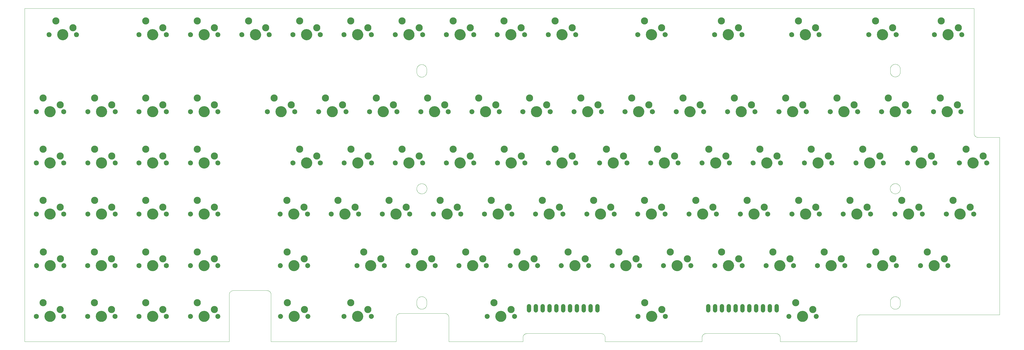
<source format=gbs>
G75*
%MOIN*%
%OFA0B0*%
%FSLAX25Y25*%
%IPPOS*%
%LPD*%
%AMOC8*
5,1,8,0,0,1.08239X$1,22.5*
%
%ADD10C,0.00394*%
%ADD11C,0.10400*%
%ADD12C,0.00000*%
%ADD13C,0.16150*%
%ADD14C,0.07150*%
%ADD15C,0.06400*%
D10*
X0003000Y0003833D02*
X0302213Y0003833D01*
X0302213Y0072731D01*
X0302212Y0072731D02*
X0302214Y0072883D01*
X0302220Y0073035D01*
X0302230Y0073187D01*
X0302243Y0073338D01*
X0302261Y0073489D01*
X0302282Y0073640D01*
X0302308Y0073790D01*
X0302337Y0073939D01*
X0302370Y0074088D01*
X0302407Y0074235D01*
X0302447Y0074382D01*
X0302492Y0074527D01*
X0302540Y0074671D01*
X0302592Y0074814D01*
X0302647Y0074956D01*
X0302706Y0075096D01*
X0302769Y0075235D01*
X0302835Y0075372D01*
X0302905Y0075507D01*
X0302978Y0075640D01*
X0303055Y0075771D01*
X0303135Y0075901D01*
X0303218Y0076028D01*
X0303304Y0076153D01*
X0303394Y0076276D01*
X0303487Y0076396D01*
X0303583Y0076514D01*
X0303682Y0076630D01*
X0303784Y0076743D01*
X0303888Y0076853D01*
X0303996Y0076961D01*
X0304106Y0077065D01*
X0304219Y0077167D01*
X0304335Y0077266D01*
X0304453Y0077362D01*
X0304573Y0077455D01*
X0304696Y0077545D01*
X0304821Y0077631D01*
X0304948Y0077714D01*
X0305078Y0077794D01*
X0305209Y0077871D01*
X0305342Y0077944D01*
X0305477Y0078014D01*
X0305614Y0078080D01*
X0305753Y0078143D01*
X0305893Y0078202D01*
X0306035Y0078257D01*
X0306178Y0078309D01*
X0306322Y0078357D01*
X0306467Y0078402D01*
X0306614Y0078442D01*
X0306761Y0078479D01*
X0306910Y0078512D01*
X0307059Y0078541D01*
X0307209Y0078567D01*
X0307360Y0078588D01*
X0307511Y0078606D01*
X0307662Y0078619D01*
X0307814Y0078629D01*
X0307966Y0078635D01*
X0308118Y0078637D01*
X0308118Y0078636D02*
X0357331Y0078636D01*
X0357331Y0078637D02*
X0357483Y0078635D01*
X0357635Y0078629D01*
X0357787Y0078619D01*
X0357938Y0078606D01*
X0358089Y0078588D01*
X0358240Y0078567D01*
X0358390Y0078541D01*
X0358539Y0078512D01*
X0358688Y0078479D01*
X0358835Y0078442D01*
X0358982Y0078402D01*
X0359127Y0078357D01*
X0359271Y0078309D01*
X0359414Y0078257D01*
X0359556Y0078202D01*
X0359696Y0078143D01*
X0359835Y0078080D01*
X0359972Y0078014D01*
X0360107Y0077944D01*
X0360240Y0077871D01*
X0360371Y0077794D01*
X0360501Y0077714D01*
X0360628Y0077631D01*
X0360753Y0077545D01*
X0360876Y0077455D01*
X0360996Y0077362D01*
X0361114Y0077266D01*
X0361230Y0077167D01*
X0361343Y0077065D01*
X0361453Y0076961D01*
X0361561Y0076853D01*
X0361665Y0076743D01*
X0361767Y0076630D01*
X0361866Y0076514D01*
X0361962Y0076396D01*
X0362055Y0076276D01*
X0362145Y0076153D01*
X0362231Y0076028D01*
X0362314Y0075901D01*
X0362394Y0075771D01*
X0362471Y0075640D01*
X0362544Y0075507D01*
X0362614Y0075372D01*
X0362680Y0075235D01*
X0362743Y0075096D01*
X0362802Y0074956D01*
X0362857Y0074814D01*
X0362909Y0074671D01*
X0362957Y0074527D01*
X0363002Y0074382D01*
X0363042Y0074235D01*
X0363079Y0074088D01*
X0363112Y0073939D01*
X0363141Y0073790D01*
X0363167Y0073640D01*
X0363188Y0073489D01*
X0363206Y0073338D01*
X0363219Y0073187D01*
X0363229Y0073035D01*
X0363235Y0072883D01*
X0363237Y0072731D01*
X0363236Y0072731D02*
X0363236Y0003833D01*
X0546307Y0003833D01*
X0546307Y0039266D01*
X0546309Y0039418D01*
X0546315Y0039570D01*
X0546325Y0039722D01*
X0546338Y0039873D01*
X0546356Y0040024D01*
X0546377Y0040175D01*
X0546403Y0040325D01*
X0546432Y0040474D01*
X0546465Y0040623D01*
X0546502Y0040770D01*
X0546542Y0040917D01*
X0546587Y0041062D01*
X0546635Y0041206D01*
X0546687Y0041349D01*
X0546742Y0041491D01*
X0546801Y0041631D01*
X0546864Y0041770D01*
X0546930Y0041907D01*
X0547000Y0042042D01*
X0547073Y0042175D01*
X0547150Y0042306D01*
X0547230Y0042436D01*
X0547313Y0042563D01*
X0547399Y0042688D01*
X0547489Y0042811D01*
X0547582Y0042931D01*
X0547678Y0043049D01*
X0547777Y0043165D01*
X0547879Y0043278D01*
X0547983Y0043388D01*
X0548091Y0043496D01*
X0548201Y0043600D01*
X0548314Y0043702D01*
X0548430Y0043801D01*
X0548548Y0043897D01*
X0548668Y0043990D01*
X0548791Y0044080D01*
X0548916Y0044166D01*
X0549043Y0044249D01*
X0549173Y0044329D01*
X0549304Y0044406D01*
X0549437Y0044479D01*
X0549572Y0044549D01*
X0549709Y0044615D01*
X0549848Y0044678D01*
X0549988Y0044737D01*
X0550130Y0044792D01*
X0550273Y0044844D01*
X0550417Y0044892D01*
X0550562Y0044937D01*
X0550709Y0044977D01*
X0550856Y0045014D01*
X0551005Y0045047D01*
X0551154Y0045076D01*
X0551304Y0045102D01*
X0551455Y0045123D01*
X0551606Y0045141D01*
X0551757Y0045154D01*
X0551909Y0045164D01*
X0552061Y0045170D01*
X0552213Y0045172D01*
X0617173Y0045172D01*
X0617325Y0045170D01*
X0617477Y0045164D01*
X0617629Y0045154D01*
X0617780Y0045141D01*
X0617931Y0045123D01*
X0618082Y0045102D01*
X0618232Y0045076D01*
X0618381Y0045047D01*
X0618530Y0045014D01*
X0618677Y0044977D01*
X0618824Y0044937D01*
X0618969Y0044892D01*
X0619113Y0044844D01*
X0619256Y0044792D01*
X0619398Y0044737D01*
X0619538Y0044678D01*
X0619677Y0044615D01*
X0619814Y0044549D01*
X0619949Y0044479D01*
X0620082Y0044406D01*
X0620213Y0044329D01*
X0620343Y0044249D01*
X0620470Y0044166D01*
X0620595Y0044080D01*
X0620718Y0043990D01*
X0620838Y0043897D01*
X0620956Y0043801D01*
X0621072Y0043702D01*
X0621185Y0043600D01*
X0621295Y0043496D01*
X0621403Y0043388D01*
X0621507Y0043278D01*
X0621609Y0043165D01*
X0621708Y0043049D01*
X0621804Y0042931D01*
X0621897Y0042811D01*
X0621987Y0042688D01*
X0622073Y0042563D01*
X0622156Y0042436D01*
X0622236Y0042306D01*
X0622313Y0042175D01*
X0622386Y0042042D01*
X0622456Y0041907D01*
X0622522Y0041770D01*
X0622585Y0041631D01*
X0622644Y0041491D01*
X0622699Y0041349D01*
X0622751Y0041206D01*
X0622799Y0041062D01*
X0622844Y0040917D01*
X0622884Y0040770D01*
X0622921Y0040623D01*
X0622954Y0040474D01*
X0622983Y0040325D01*
X0623009Y0040175D01*
X0623030Y0040024D01*
X0623048Y0039873D01*
X0623061Y0039722D01*
X0623071Y0039570D01*
X0623077Y0039418D01*
X0623079Y0039266D01*
X0623079Y0003833D01*
X0731346Y0003833D01*
X0731346Y0009739D01*
X0731348Y0009891D01*
X0731354Y0010043D01*
X0731364Y0010195D01*
X0731377Y0010346D01*
X0731395Y0010497D01*
X0731416Y0010648D01*
X0731442Y0010798D01*
X0731471Y0010947D01*
X0731504Y0011096D01*
X0731541Y0011243D01*
X0731581Y0011390D01*
X0731626Y0011535D01*
X0731674Y0011679D01*
X0731726Y0011822D01*
X0731781Y0011964D01*
X0731840Y0012104D01*
X0731903Y0012243D01*
X0731969Y0012380D01*
X0732039Y0012515D01*
X0732112Y0012648D01*
X0732189Y0012779D01*
X0732269Y0012909D01*
X0732352Y0013036D01*
X0732438Y0013161D01*
X0732528Y0013284D01*
X0732621Y0013404D01*
X0732717Y0013522D01*
X0732816Y0013638D01*
X0732918Y0013751D01*
X0733022Y0013861D01*
X0733130Y0013969D01*
X0733240Y0014073D01*
X0733353Y0014175D01*
X0733469Y0014274D01*
X0733587Y0014370D01*
X0733707Y0014463D01*
X0733830Y0014553D01*
X0733955Y0014639D01*
X0734082Y0014722D01*
X0734212Y0014802D01*
X0734343Y0014879D01*
X0734476Y0014952D01*
X0734611Y0015022D01*
X0734748Y0015088D01*
X0734887Y0015151D01*
X0735027Y0015210D01*
X0735169Y0015265D01*
X0735312Y0015317D01*
X0735456Y0015365D01*
X0735601Y0015410D01*
X0735748Y0015450D01*
X0735895Y0015487D01*
X0736044Y0015520D01*
X0736193Y0015549D01*
X0736343Y0015575D01*
X0736494Y0015596D01*
X0736645Y0015614D01*
X0736796Y0015627D01*
X0736948Y0015637D01*
X0737100Y0015643D01*
X0737252Y0015645D01*
X0737252Y0015644D02*
X0845520Y0015644D01*
X0845520Y0015645D02*
X0845672Y0015643D01*
X0845824Y0015637D01*
X0845976Y0015627D01*
X0846127Y0015614D01*
X0846278Y0015596D01*
X0846429Y0015575D01*
X0846579Y0015549D01*
X0846728Y0015520D01*
X0846877Y0015487D01*
X0847024Y0015450D01*
X0847171Y0015410D01*
X0847316Y0015365D01*
X0847460Y0015317D01*
X0847603Y0015265D01*
X0847745Y0015210D01*
X0847885Y0015151D01*
X0848024Y0015088D01*
X0848161Y0015022D01*
X0848296Y0014952D01*
X0848429Y0014879D01*
X0848560Y0014802D01*
X0848690Y0014722D01*
X0848817Y0014639D01*
X0848942Y0014553D01*
X0849065Y0014463D01*
X0849185Y0014370D01*
X0849303Y0014274D01*
X0849419Y0014175D01*
X0849532Y0014073D01*
X0849642Y0013969D01*
X0849750Y0013861D01*
X0849854Y0013751D01*
X0849956Y0013638D01*
X0850055Y0013522D01*
X0850151Y0013404D01*
X0850244Y0013284D01*
X0850334Y0013161D01*
X0850420Y0013036D01*
X0850503Y0012909D01*
X0850583Y0012779D01*
X0850660Y0012648D01*
X0850733Y0012515D01*
X0850803Y0012380D01*
X0850869Y0012243D01*
X0850932Y0012104D01*
X0850991Y0011964D01*
X0851046Y0011822D01*
X0851098Y0011679D01*
X0851146Y0011535D01*
X0851191Y0011390D01*
X0851231Y0011243D01*
X0851268Y0011096D01*
X0851301Y0010947D01*
X0851330Y0010798D01*
X0851356Y0010648D01*
X0851377Y0010497D01*
X0851395Y0010346D01*
X0851408Y0010195D01*
X0851418Y0010043D01*
X0851424Y0009891D01*
X0851426Y0009739D01*
X0851425Y0009739D02*
X0851425Y0003833D01*
X0993157Y0003833D01*
X0993157Y0009739D01*
X0993159Y0009891D01*
X0993165Y0010043D01*
X0993175Y0010195D01*
X0993188Y0010346D01*
X0993206Y0010497D01*
X0993227Y0010648D01*
X0993253Y0010798D01*
X0993282Y0010947D01*
X0993315Y0011096D01*
X0993352Y0011243D01*
X0993392Y0011390D01*
X0993437Y0011535D01*
X0993485Y0011679D01*
X0993537Y0011822D01*
X0993592Y0011964D01*
X0993651Y0012104D01*
X0993714Y0012243D01*
X0993780Y0012380D01*
X0993850Y0012515D01*
X0993923Y0012648D01*
X0994000Y0012779D01*
X0994080Y0012909D01*
X0994163Y0013036D01*
X0994249Y0013161D01*
X0994339Y0013284D01*
X0994432Y0013404D01*
X0994528Y0013522D01*
X0994627Y0013638D01*
X0994729Y0013751D01*
X0994833Y0013861D01*
X0994941Y0013969D01*
X0995051Y0014073D01*
X0995164Y0014175D01*
X0995280Y0014274D01*
X0995398Y0014370D01*
X0995518Y0014463D01*
X0995641Y0014553D01*
X0995766Y0014639D01*
X0995893Y0014722D01*
X0996023Y0014802D01*
X0996154Y0014879D01*
X0996287Y0014952D01*
X0996422Y0015022D01*
X0996559Y0015088D01*
X0996698Y0015151D01*
X0996838Y0015210D01*
X0996980Y0015265D01*
X0997123Y0015317D01*
X0997267Y0015365D01*
X0997412Y0015410D01*
X0997559Y0015450D01*
X0997706Y0015487D01*
X0997855Y0015520D01*
X0998004Y0015549D01*
X0998154Y0015575D01*
X0998305Y0015596D01*
X0998456Y0015614D01*
X0998607Y0015627D01*
X0998759Y0015637D01*
X0998911Y0015643D01*
X0999063Y0015645D01*
X0999063Y0015644D02*
X1101425Y0015644D01*
X1101425Y0015645D02*
X1101577Y0015643D01*
X1101729Y0015637D01*
X1101881Y0015627D01*
X1102032Y0015614D01*
X1102183Y0015596D01*
X1102334Y0015575D01*
X1102484Y0015549D01*
X1102633Y0015520D01*
X1102782Y0015487D01*
X1102929Y0015450D01*
X1103076Y0015410D01*
X1103221Y0015365D01*
X1103365Y0015317D01*
X1103508Y0015265D01*
X1103650Y0015210D01*
X1103790Y0015151D01*
X1103929Y0015088D01*
X1104066Y0015022D01*
X1104201Y0014952D01*
X1104334Y0014879D01*
X1104465Y0014802D01*
X1104595Y0014722D01*
X1104722Y0014639D01*
X1104847Y0014553D01*
X1104970Y0014463D01*
X1105090Y0014370D01*
X1105208Y0014274D01*
X1105324Y0014175D01*
X1105437Y0014073D01*
X1105547Y0013969D01*
X1105655Y0013861D01*
X1105759Y0013751D01*
X1105861Y0013638D01*
X1105960Y0013522D01*
X1106056Y0013404D01*
X1106149Y0013284D01*
X1106239Y0013161D01*
X1106325Y0013036D01*
X1106408Y0012909D01*
X1106488Y0012779D01*
X1106565Y0012648D01*
X1106638Y0012515D01*
X1106708Y0012380D01*
X1106774Y0012243D01*
X1106837Y0012104D01*
X1106896Y0011964D01*
X1106951Y0011822D01*
X1107003Y0011679D01*
X1107051Y0011535D01*
X1107096Y0011390D01*
X1107136Y0011243D01*
X1107173Y0011096D01*
X1107206Y0010947D01*
X1107235Y0010798D01*
X1107261Y0010648D01*
X1107282Y0010497D01*
X1107300Y0010346D01*
X1107313Y0010195D01*
X1107323Y0010043D01*
X1107329Y0009891D01*
X1107331Y0009739D01*
X1107331Y0003833D01*
X1219535Y0003833D01*
X1219535Y0037298D01*
X1219537Y0037450D01*
X1219543Y0037602D01*
X1219553Y0037754D01*
X1219566Y0037905D01*
X1219584Y0038056D01*
X1219605Y0038207D01*
X1219631Y0038357D01*
X1219660Y0038506D01*
X1219693Y0038655D01*
X1219730Y0038802D01*
X1219770Y0038949D01*
X1219815Y0039094D01*
X1219863Y0039238D01*
X1219915Y0039381D01*
X1219970Y0039523D01*
X1220029Y0039663D01*
X1220092Y0039802D01*
X1220158Y0039939D01*
X1220228Y0040074D01*
X1220301Y0040207D01*
X1220378Y0040338D01*
X1220458Y0040468D01*
X1220541Y0040595D01*
X1220627Y0040720D01*
X1220717Y0040843D01*
X1220810Y0040963D01*
X1220906Y0041081D01*
X1221005Y0041197D01*
X1221107Y0041310D01*
X1221211Y0041420D01*
X1221319Y0041528D01*
X1221429Y0041632D01*
X1221542Y0041734D01*
X1221658Y0041833D01*
X1221776Y0041929D01*
X1221896Y0042022D01*
X1222019Y0042112D01*
X1222144Y0042198D01*
X1222271Y0042281D01*
X1222401Y0042361D01*
X1222532Y0042438D01*
X1222665Y0042511D01*
X1222800Y0042581D01*
X1222937Y0042647D01*
X1223076Y0042710D01*
X1223216Y0042769D01*
X1223358Y0042824D01*
X1223501Y0042876D01*
X1223645Y0042924D01*
X1223790Y0042969D01*
X1223937Y0043009D01*
X1224084Y0043046D01*
X1224233Y0043079D01*
X1224382Y0043108D01*
X1224532Y0043134D01*
X1224683Y0043155D01*
X1224834Y0043173D01*
X1224985Y0043186D01*
X1225137Y0043196D01*
X1225289Y0043202D01*
X1225441Y0043204D01*
X1225441Y0043203D02*
X1428197Y0043203D01*
X1428197Y0303046D01*
X1396701Y0303046D01*
X1396701Y0303045D02*
X1396549Y0303047D01*
X1396397Y0303053D01*
X1396245Y0303063D01*
X1396094Y0303076D01*
X1395943Y0303094D01*
X1395792Y0303115D01*
X1395642Y0303141D01*
X1395493Y0303170D01*
X1395344Y0303203D01*
X1395197Y0303240D01*
X1395050Y0303280D01*
X1394905Y0303325D01*
X1394761Y0303373D01*
X1394618Y0303425D01*
X1394476Y0303480D01*
X1394336Y0303539D01*
X1394197Y0303602D01*
X1394060Y0303668D01*
X1393925Y0303738D01*
X1393792Y0303811D01*
X1393661Y0303888D01*
X1393531Y0303968D01*
X1393404Y0304051D01*
X1393279Y0304137D01*
X1393156Y0304227D01*
X1393036Y0304320D01*
X1392918Y0304416D01*
X1392802Y0304515D01*
X1392689Y0304617D01*
X1392579Y0304721D01*
X1392471Y0304829D01*
X1392367Y0304939D01*
X1392265Y0305052D01*
X1392166Y0305168D01*
X1392070Y0305286D01*
X1391977Y0305406D01*
X1391887Y0305529D01*
X1391801Y0305654D01*
X1391718Y0305781D01*
X1391638Y0305911D01*
X1391561Y0306042D01*
X1391488Y0306175D01*
X1391418Y0306310D01*
X1391352Y0306447D01*
X1391289Y0306586D01*
X1391230Y0306726D01*
X1391175Y0306868D01*
X1391123Y0307011D01*
X1391075Y0307155D01*
X1391030Y0307300D01*
X1390990Y0307447D01*
X1390953Y0307594D01*
X1390920Y0307743D01*
X1390891Y0307892D01*
X1390865Y0308042D01*
X1390844Y0308193D01*
X1390826Y0308344D01*
X1390813Y0308495D01*
X1390803Y0308647D01*
X1390797Y0308799D01*
X1390795Y0308951D01*
X1390795Y0492022D01*
X0003000Y0492022D01*
X0003000Y0003833D01*
X0576228Y0058557D02*
X0576228Y0062494D01*
X0576229Y0062494D02*
X0576231Y0062671D01*
X0576238Y0062849D01*
X0576248Y0063026D01*
X0576264Y0063202D01*
X0576283Y0063379D01*
X0576307Y0063554D01*
X0576335Y0063730D01*
X0576367Y0063904D01*
X0576403Y0064078D01*
X0576444Y0064250D01*
X0576489Y0064422D01*
X0576538Y0064592D01*
X0576591Y0064761D01*
X0576648Y0064929D01*
X0576710Y0065096D01*
X0576775Y0065261D01*
X0576844Y0065424D01*
X0576918Y0065585D01*
X0576995Y0065745D01*
X0577076Y0065903D01*
X0577161Y0066058D01*
X0577250Y0066212D01*
X0577342Y0066363D01*
X0577438Y0066513D01*
X0577538Y0066659D01*
X0577641Y0066803D01*
X0577748Y0066945D01*
X0577858Y0067084D01*
X0577971Y0067221D01*
X0578088Y0067354D01*
X0578208Y0067485D01*
X0578331Y0067612D01*
X0578457Y0067737D01*
X0578586Y0067859D01*
X0578718Y0067977D01*
X0578853Y0068092D01*
X0578991Y0068204D01*
X0579131Y0068312D01*
X0579274Y0068417D01*
X0579420Y0068519D01*
X0579568Y0068616D01*
X0579718Y0068711D01*
X0579871Y0068801D01*
X0580025Y0068888D01*
X0580182Y0068971D01*
X0580341Y0069050D01*
X0580501Y0069126D01*
X0580664Y0069197D01*
X0580828Y0069264D01*
X0580993Y0069328D01*
X0581160Y0069387D01*
X0581329Y0069442D01*
X0581499Y0069493D01*
X0581670Y0069540D01*
X0581842Y0069583D01*
X0582015Y0069622D01*
X0582189Y0069656D01*
X0582364Y0069686D01*
X0582539Y0069712D01*
X0582715Y0069733D01*
X0582892Y0069751D01*
X0583069Y0069764D01*
X0583246Y0069772D01*
X0583423Y0069776D01*
X0583601Y0069776D01*
X0583778Y0069772D01*
X0583955Y0069764D01*
X0584132Y0069751D01*
X0584309Y0069733D01*
X0584485Y0069712D01*
X0584660Y0069686D01*
X0584835Y0069656D01*
X0585009Y0069622D01*
X0585182Y0069583D01*
X0585354Y0069540D01*
X0585525Y0069493D01*
X0585695Y0069442D01*
X0585864Y0069387D01*
X0586031Y0069328D01*
X0586196Y0069264D01*
X0586360Y0069197D01*
X0586523Y0069126D01*
X0586683Y0069050D01*
X0586842Y0068971D01*
X0586999Y0068888D01*
X0587154Y0068801D01*
X0587306Y0068711D01*
X0587456Y0068616D01*
X0587604Y0068519D01*
X0587750Y0068417D01*
X0587893Y0068312D01*
X0588033Y0068204D01*
X0588171Y0068092D01*
X0588306Y0067977D01*
X0588438Y0067859D01*
X0588567Y0067737D01*
X0588693Y0067612D01*
X0588816Y0067485D01*
X0588936Y0067354D01*
X0589053Y0067221D01*
X0589166Y0067084D01*
X0589276Y0066945D01*
X0589383Y0066803D01*
X0589486Y0066659D01*
X0589586Y0066513D01*
X0589682Y0066363D01*
X0589774Y0066212D01*
X0589863Y0066058D01*
X0589948Y0065903D01*
X0590029Y0065745D01*
X0590106Y0065585D01*
X0590180Y0065424D01*
X0590249Y0065261D01*
X0590314Y0065096D01*
X0590376Y0064929D01*
X0590433Y0064761D01*
X0590486Y0064592D01*
X0590535Y0064422D01*
X0590580Y0064250D01*
X0590621Y0064078D01*
X0590657Y0063904D01*
X0590689Y0063730D01*
X0590717Y0063554D01*
X0590741Y0063379D01*
X0590760Y0063202D01*
X0590776Y0063026D01*
X0590786Y0062849D01*
X0590793Y0062671D01*
X0590795Y0062494D01*
X0590795Y0058557D01*
X0590793Y0058380D01*
X0590786Y0058202D01*
X0590776Y0058025D01*
X0590760Y0057849D01*
X0590741Y0057672D01*
X0590717Y0057497D01*
X0590689Y0057321D01*
X0590657Y0057147D01*
X0590621Y0056973D01*
X0590580Y0056801D01*
X0590535Y0056629D01*
X0590486Y0056459D01*
X0590433Y0056290D01*
X0590376Y0056122D01*
X0590314Y0055955D01*
X0590249Y0055790D01*
X0590180Y0055627D01*
X0590106Y0055466D01*
X0590029Y0055306D01*
X0589948Y0055148D01*
X0589863Y0054993D01*
X0589774Y0054839D01*
X0589682Y0054688D01*
X0589586Y0054538D01*
X0589486Y0054392D01*
X0589383Y0054248D01*
X0589276Y0054106D01*
X0589166Y0053967D01*
X0589053Y0053830D01*
X0588936Y0053697D01*
X0588816Y0053566D01*
X0588693Y0053439D01*
X0588567Y0053314D01*
X0588438Y0053192D01*
X0588306Y0053074D01*
X0588171Y0052959D01*
X0588033Y0052847D01*
X0587893Y0052739D01*
X0587750Y0052634D01*
X0587604Y0052532D01*
X0587456Y0052435D01*
X0587306Y0052340D01*
X0587154Y0052250D01*
X0586999Y0052163D01*
X0586842Y0052080D01*
X0586683Y0052001D01*
X0586523Y0051925D01*
X0586360Y0051854D01*
X0586196Y0051787D01*
X0586031Y0051723D01*
X0585864Y0051664D01*
X0585695Y0051609D01*
X0585525Y0051558D01*
X0585354Y0051511D01*
X0585182Y0051468D01*
X0585009Y0051429D01*
X0584835Y0051395D01*
X0584660Y0051365D01*
X0584485Y0051339D01*
X0584309Y0051318D01*
X0584132Y0051300D01*
X0583955Y0051287D01*
X0583778Y0051279D01*
X0583601Y0051275D01*
X0583423Y0051275D01*
X0583246Y0051279D01*
X0583069Y0051287D01*
X0582892Y0051300D01*
X0582715Y0051318D01*
X0582539Y0051339D01*
X0582364Y0051365D01*
X0582189Y0051395D01*
X0582015Y0051429D01*
X0581842Y0051468D01*
X0581670Y0051511D01*
X0581499Y0051558D01*
X0581329Y0051609D01*
X0581160Y0051664D01*
X0580993Y0051723D01*
X0580828Y0051787D01*
X0580664Y0051854D01*
X0580501Y0051925D01*
X0580341Y0052001D01*
X0580182Y0052080D01*
X0580025Y0052163D01*
X0579871Y0052250D01*
X0579718Y0052340D01*
X0579568Y0052435D01*
X0579420Y0052532D01*
X0579274Y0052634D01*
X0579131Y0052739D01*
X0578991Y0052847D01*
X0578853Y0052959D01*
X0578718Y0053074D01*
X0578586Y0053192D01*
X0578457Y0053314D01*
X0578331Y0053439D01*
X0578208Y0053566D01*
X0578088Y0053697D01*
X0577971Y0053830D01*
X0577858Y0053967D01*
X0577748Y0054106D01*
X0577641Y0054248D01*
X0577538Y0054392D01*
X0577438Y0054538D01*
X0577342Y0054688D01*
X0577250Y0054839D01*
X0577161Y0054993D01*
X0577076Y0055148D01*
X0576995Y0055306D01*
X0576918Y0055466D01*
X0576844Y0055627D01*
X0576775Y0055790D01*
X0576710Y0055955D01*
X0576648Y0056122D01*
X0576591Y0056290D01*
X0576538Y0056459D01*
X0576489Y0056629D01*
X0576444Y0056801D01*
X0576403Y0056973D01*
X0576367Y0057147D01*
X0576335Y0057321D01*
X0576307Y0057497D01*
X0576283Y0057672D01*
X0576264Y0057849D01*
X0576248Y0058025D01*
X0576238Y0058202D01*
X0576231Y0058380D01*
X0576229Y0058557D01*
X0576130Y0227849D02*
X0576132Y0228033D01*
X0576139Y0228216D01*
X0576150Y0228399D01*
X0576166Y0228582D01*
X0576186Y0228765D01*
X0576211Y0228947D01*
X0576240Y0229128D01*
X0576274Y0229308D01*
X0576312Y0229488D01*
X0576354Y0229666D01*
X0576401Y0229844D01*
X0576452Y0230020D01*
X0576508Y0230195D01*
X0576567Y0230369D01*
X0576631Y0230541D01*
X0576699Y0230711D01*
X0576772Y0230880D01*
X0576848Y0231047D01*
X0576929Y0231212D01*
X0577013Y0231375D01*
X0577102Y0231536D01*
X0577194Y0231694D01*
X0577290Y0231851D01*
X0577391Y0232005D01*
X0577494Y0232156D01*
X0577602Y0232305D01*
X0577713Y0232451D01*
X0577828Y0232594D01*
X0577946Y0232735D01*
X0578068Y0232872D01*
X0578193Y0233007D01*
X0578321Y0233138D01*
X0578452Y0233266D01*
X0578587Y0233391D01*
X0578724Y0233513D01*
X0578865Y0233631D01*
X0579008Y0233746D01*
X0579154Y0233857D01*
X0579303Y0233965D01*
X0579454Y0234068D01*
X0579608Y0234169D01*
X0579765Y0234265D01*
X0579923Y0234357D01*
X0580084Y0234446D01*
X0580247Y0234530D01*
X0580412Y0234611D01*
X0580579Y0234687D01*
X0580748Y0234760D01*
X0580918Y0234828D01*
X0581090Y0234892D01*
X0581264Y0234951D01*
X0581439Y0235007D01*
X0581615Y0235058D01*
X0581793Y0235105D01*
X0581971Y0235147D01*
X0582151Y0235185D01*
X0582331Y0235219D01*
X0582512Y0235248D01*
X0582694Y0235273D01*
X0582877Y0235293D01*
X0583060Y0235309D01*
X0583243Y0235320D01*
X0583426Y0235327D01*
X0583610Y0235329D01*
X0583794Y0235327D01*
X0583977Y0235320D01*
X0584160Y0235309D01*
X0584343Y0235293D01*
X0584526Y0235273D01*
X0584708Y0235248D01*
X0584889Y0235219D01*
X0585069Y0235185D01*
X0585249Y0235147D01*
X0585427Y0235105D01*
X0585605Y0235058D01*
X0585781Y0235007D01*
X0585956Y0234951D01*
X0586130Y0234892D01*
X0586302Y0234828D01*
X0586472Y0234760D01*
X0586641Y0234687D01*
X0586808Y0234611D01*
X0586973Y0234530D01*
X0587136Y0234446D01*
X0587297Y0234357D01*
X0587455Y0234265D01*
X0587612Y0234169D01*
X0587766Y0234068D01*
X0587917Y0233965D01*
X0588066Y0233857D01*
X0588212Y0233746D01*
X0588355Y0233631D01*
X0588496Y0233513D01*
X0588633Y0233391D01*
X0588768Y0233266D01*
X0588899Y0233138D01*
X0589027Y0233007D01*
X0589152Y0232872D01*
X0589274Y0232735D01*
X0589392Y0232594D01*
X0589507Y0232451D01*
X0589618Y0232305D01*
X0589726Y0232156D01*
X0589829Y0232005D01*
X0589930Y0231851D01*
X0590026Y0231694D01*
X0590118Y0231536D01*
X0590207Y0231375D01*
X0590291Y0231212D01*
X0590372Y0231047D01*
X0590448Y0230880D01*
X0590521Y0230711D01*
X0590589Y0230541D01*
X0590653Y0230369D01*
X0590712Y0230195D01*
X0590768Y0230020D01*
X0590819Y0229844D01*
X0590866Y0229666D01*
X0590908Y0229488D01*
X0590946Y0229308D01*
X0590980Y0229128D01*
X0591009Y0228947D01*
X0591034Y0228765D01*
X0591054Y0228582D01*
X0591070Y0228399D01*
X0591081Y0228216D01*
X0591088Y0228033D01*
X0591090Y0227849D01*
X0591088Y0227665D01*
X0591081Y0227482D01*
X0591070Y0227299D01*
X0591054Y0227116D01*
X0591034Y0226933D01*
X0591009Y0226751D01*
X0590980Y0226570D01*
X0590946Y0226390D01*
X0590908Y0226210D01*
X0590866Y0226032D01*
X0590819Y0225854D01*
X0590768Y0225678D01*
X0590712Y0225503D01*
X0590653Y0225329D01*
X0590589Y0225157D01*
X0590521Y0224987D01*
X0590448Y0224818D01*
X0590372Y0224651D01*
X0590291Y0224486D01*
X0590207Y0224323D01*
X0590118Y0224162D01*
X0590026Y0224004D01*
X0589930Y0223847D01*
X0589829Y0223693D01*
X0589726Y0223542D01*
X0589618Y0223393D01*
X0589507Y0223247D01*
X0589392Y0223104D01*
X0589274Y0222963D01*
X0589152Y0222826D01*
X0589027Y0222691D01*
X0588899Y0222560D01*
X0588768Y0222432D01*
X0588633Y0222307D01*
X0588496Y0222185D01*
X0588355Y0222067D01*
X0588212Y0221952D01*
X0588066Y0221841D01*
X0587917Y0221733D01*
X0587766Y0221630D01*
X0587612Y0221529D01*
X0587455Y0221433D01*
X0587297Y0221341D01*
X0587136Y0221252D01*
X0586973Y0221168D01*
X0586808Y0221087D01*
X0586641Y0221011D01*
X0586472Y0220938D01*
X0586302Y0220870D01*
X0586130Y0220806D01*
X0585956Y0220747D01*
X0585781Y0220691D01*
X0585605Y0220640D01*
X0585427Y0220593D01*
X0585249Y0220551D01*
X0585069Y0220513D01*
X0584889Y0220479D01*
X0584708Y0220450D01*
X0584526Y0220425D01*
X0584343Y0220405D01*
X0584160Y0220389D01*
X0583977Y0220378D01*
X0583794Y0220371D01*
X0583610Y0220369D01*
X0583426Y0220371D01*
X0583243Y0220378D01*
X0583060Y0220389D01*
X0582877Y0220405D01*
X0582694Y0220425D01*
X0582512Y0220450D01*
X0582331Y0220479D01*
X0582151Y0220513D01*
X0581971Y0220551D01*
X0581793Y0220593D01*
X0581615Y0220640D01*
X0581439Y0220691D01*
X0581264Y0220747D01*
X0581090Y0220806D01*
X0580918Y0220870D01*
X0580748Y0220938D01*
X0580579Y0221011D01*
X0580412Y0221087D01*
X0580247Y0221168D01*
X0580084Y0221252D01*
X0579923Y0221341D01*
X0579765Y0221433D01*
X0579608Y0221529D01*
X0579454Y0221630D01*
X0579303Y0221733D01*
X0579154Y0221841D01*
X0579008Y0221952D01*
X0578865Y0222067D01*
X0578724Y0222185D01*
X0578587Y0222307D01*
X0578452Y0222432D01*
X0578321Y0222560D01*
X0578193Y0222691D01*
X0578068Y0222826D01*
X0577946Y0222963D01*
X0577828Y0223104D01*
X0577713Y0223247D01*
X0577602Y0223393D01*
X0577494Y0223542D01*
X0577391Y0223693D01*
X0577290Y0223847D01*
X0577194Y0224004D01*
X0577102Y0224162D01*
X0577013Y0224323D01*
X0576929Y0224486D01*
X0576848Y0224651D01*
X0576772Y0224818D01*
X0576699Y0224987D01*
X0576631Y0225157D01*
X0576567Y0225329D01*
X0576508Y0225503D01*
X0576452Y0225678D01*
X0576401Y0225854D01*
X0576354Y0226032D01*
X0576312Y0226210D01*
X0576274Y0226390D01*
X0576240Y0226570D01*
X0576211Y0226751D01*
X0576186Y0226933D01*
X0576166Y0227116D01*
X0576150Y0227299D01*
X0576139Y0227482D01*
X0576132Y0227665D01*
X0576130Y0227849D01*
X0576228Y0398715D02*
X0576228Y0402652D01*
X0576229Y0402652D02*
X0576231Y0402829D01*
X0576238Y0403007D01*
X0576248Y0403184D01*
X0576264Y0403360D01*
X0576283Y0403537D01*
X0576307Y0403712D01*
X0576335Y0403888D01*
X0576367Y0404062D01*
X0576403Y0404236D01*
X0576444Y0404408D01*
X0576489Y0404580D01*
X0576538Y0404750D01*
X0576591Y0404919D01*
X0576648Y0405087D01*
X0576710Y0405254D01*
X0576775Y0405419D01*
X0576844Y0405582D01*
X0576918Y0405743D01*
X0576995Y0405903D01*
X0577076Y0406061D01*
X0577161Y0406216D01*
X0577250Y0406370D01*
X0577342Y0406521D01*
X0577438Y0406671D01*
X0577538Y0406817D01*
X0577641Y0406961D01*
X0577748Y0407103D01*
X0577858Y0407242D01*
X0577971Y0407379D01*
X0578088Y0407512D01*
X0578208Y0407643D01*
X0578331Y0407770D01*
X0578457Y0407895D01*
X0578586Y0408017D01*
X0578718Y0408135D01*
X0578853Y0408250D01*
X0578991Y0408362D01*
X0579131Y0408470D01*
X0579274Y0408575D01*
X0579420Y0408677D01*
X0579568Y0408774D01*
X0579718Y0408869D01*
X0579871Y0408959D01*
X0580025Y0409046D01*
X0580182Y0409129D01*
X0580341Y0409208D01*
X0580501Y0409284D01*
X0580664Y0409355D01*
X0580828Y0409422D01*
X0580993Y0409486D01*
X0581160Y0409545D01*
X0581329Y0409600D01*
X0581499Y0409651D01*
X0581670Y0409698D01*
X0581842Y0409741D01*
X0582015Y0409780D01*
X0582189Y0409814D01*
X0582364Y0409844D01*
X0582539Y0409870D01*
X0582715Y0409891D01*
X0582892Y0409909D01*
X0583069Y0409922D01*
X0583246Y0409930D01*
X0583423Y0409934D01*
X0583601Y0409934D01*
X0583778Y0409930D01*
X0583955Y0409922D01*
X0584132Y0409909D01*
X0584309Y0409891D01*
X0584485Y0409870D01*
X0584660Y0409844D01*
X0584835Y0409814D01*
X0585009Y0409780D01*
X0585182Y0409741D01*
X0585354Y0409698D01*
X0585525Y0409651D01*
X0585695Y0409600D01*
X0585864Y0409545D01*
X0586031Y0409486D01*
X0586196Y0409422D01*
X0586360Y0409355D01*
X0586523Y0409284D01*
X0586683Y0409208D01*
X0586842Y0409129D01*
X0586999Y0409046D01*
X0587154Y0408959D01*
X0587306Y0408869D01*
X0587456Y0408774D01*
X0587604Y0408677D01*
X0587750Y0408575D01*
X0587893Y0408470D01*
X0588033Y0408362D01*
X0588171Y0408250D01*
X0588306Y0408135D01*
X0588438Y0408017D01*
X0588567Y0407895D01*
X0588693Y0407770D01*
X0588816Y0407643D01*
X0588936Y0407512D01*
X0589053Y0407379D01*
X0589166Y0407242D01*
X0589276Y0407103D01*
X0589383Y0406961D01*
X0589486Y0406817D01*
X0589586Y0406671D01*
X0589682Y0406521D01*
X0589774Y0406370D01*
X0589863Y0406216D01*
X0589948Y0406061D01*
X0590029Y0405903D01*
X0590106Y0405743D01*
X0590180Y0405582D01*
X0590249Y0405419D01*
X0590314Y0405254D01*
X0590376Y0405087D01*
X0590433Y0404919D01*
X0590486Y0404750D01*
X0590535Y0404580D01*
X0590580Y0404408D01*
X0590621Y0404236D01*
X0590657Y0404062D01*
X0590689Y0403888D01*
X0590717Y0403712D01*
X0590741Y0403537D01*
X0590760Y0403360D01*
X0590776Y0403184D01*
X0590786Y0403007D01*
X0590793Y0402829D01*
X0590795Y0402652D01*
X0590795Y0398715D01*
X0590793Y0398538D01*
X0590786Y0398360D01*
X0590776Y0398183D01*
X0590760Y0398007D01*
X0590741Y0397830D01*
X0590717Y0397655D01*
X0590689Y0397479D01*
X0590657Y0397305D01*
X0590621Y0397131D01*
X0590580Y0396959D01*
X0590535Y0396787D01*
X0590486Y0396617D01*
X0590433Y0396448D01*
X0590376Y0396280D01*
X0590314Y0396113D01*
X0590249Y0395948D01*
X0590180Y0395785D01*
X0590106Y0395624D01*
X0590029Y0395464D01*
X0589948Y0395306D01*
X0589863Y0395151D01*
X0589774Y0394997D01*
X0589682Y0394846D01*
X0589586Y0394696D01*
X0589486Y0394550D01*
X0589383Y0394406D01*
X0589276Y0394264D01*
X0589166Y0394125D01*
X0589053Y0393988D01*
X0588936Y0393855D01*
X0588816Y0393724D01*
X0588693Y0393597D01*
X0588567Y0393472D01*
X0588438Y0393350D01*
X0588306Y0393232D01*
X0588171Y0393117D01*
X0588033Y0393005D01*
X0587893Y0392897D01*
X0587750Y0392792D01*
X0587604Y0392690D01*
X0587456Y0392593D01*
X0587306Y0392498D01*
X0587154Y0392408D01*
X0586999Y0392321D01*
X0586842Y0392238D01*
X0586683Y0392159D01*
X0586523Y0392083D01*
X0586360Y0392012D01*
X0586196Y0391945D01*
X0586031Y0391881D01*
X0585864Y0391822D01*
X0585695Y0391767D01*
X0585525Y0391716D01*
X0585354Y0391669D01*
X0585182Y0391626D01*
X0585009Y0391587D01*
X0584835Y0391553D01*
X0584660Y0391523D01*
X0584485Y0391497D01*
X0584309Y0391476D01*
X0584132Y0391458D01*
X0583955Y0391445D01*
X0583778Y0391437D01*
X0583601Y0391433D01*
X0583423Y0391433D01*
X0583246Y0391437D01*
X0583069Y0391445D01*
X0582892Y0391458D01*
X0582715Y0391476D01*
X0582539Y0391497D01*
X0582364Y0391523D01*
X0582189Y0391553D01*
X0582015Y0391587D01*
X0581842Y0391626D01*
X0581670Y0391669D01*
X0581499Y0391716D01*
X0581329Y0391767D01*
X0581160Y0391822D01*
X0580993Y0391881D01*
X0580828Y0391945D01*
X0580664Y0392012D01*
X0580501Y0392083D01*
X0580341Y0392159D01*
X0580182Y0392238D01*
X0580025Y0392321D01*
X0579871Y0392408D01*
X0579718Y0392498D01*
X0579568Y0392593D01*
X0579420Y0392690D01*
X0579274Y0392792D01*
X0579131Y0392897D01*
X0578991Y0393005D01*
X0578853Y0393117D01*
X0578718Y0393232D01*
X0578586Y0393350D01*
X0578457Y0393472D01*
X0578331Y0393597D01*
X0578208Y0393724D01*
X0578088Y0393855D01*
X0577971Y0393988D01*
X0577858Y0394125D01*
X0577748Y0394264D01*
X0577641Y0394406D01*
X0577538Y0394550D01*
X0577438Y0394696D01*
X0577342Y0394846D01*
X0577250Y0394997D01*
X0577161Y0395151D01*
X0577076Y0395306D01*
X0576995Y0395464D01*
X0576918Y0395624D01*
X0576844Y0395785D01*
X0576775Y0395948D01*
X0576710Y0396113D01*
X0576648Y0396280D01*
X0576591Y0396448D01*
X0576538Y0396617D01*
X0576489Y0396787D01*
X0576444Y0396959D01*
X0576403Y0397131D01*
X0576367Y0397305D01*
X0576335Y0397479D01*
X0576307Y0397655D01*
X0576283Y0397830D01*
X0576264Y0398007D01*
X0576248Y0398183D01*
X0576238Y0398360D01*
X0576231Y0398538D01*
X0576229Y0398715D01*
X1268354Y0399109D02*
X1268354Y0403046D01*
X1268355Y0403046D02*
X1268357Y0403223D01*
X1268364Y0403401D01*
X1268374Y0403578D01*
X1268390Y0403754D01*
X1268409Y0403931D01*
X1268433Y0404106D01*
X1268461Y0404282D01*
X1268493Y0404456D01*
X1268529Y0404630D01*
X1268570Y0404802D01*
X1268615Y0404974D01*
X1268664Y0405144D01*
X1268717Y0405313D01*
X1268774Y0405481D01*
X1268836Y0405648D01*
X1268901Y0405813D01*
X1268970Y0405976D01*
X1269044Y0406137D01*
X1269121Y0406297D01*
X1269202Y0406455D01*
X1269287Y0406610D01*
X1269376Y0406764D01*
X1269468Y0406915D01*
X1269564Y0407065D01*
X1269664Y0407211D01*
X1269767Y0407355D01*
X1269874Y0407497D01*
X1269984Y0407636D01*
X1270097Y0407773D01*
X1270214Y0407906D01*
X1270334Y0408037D01*
X1270457Y0408164D01*
X1270583Y0408289D01*
X1270712Y0408411D01*
X1270844Y0408529D01*
X1270979Y0408644D01*
X1271117Y0408756D01*
X1271257Y0408864D01*
X1271400Y0408969D01*
X1271546Y0409071D01*
X1271694Y0409168D01*
X1271844Y0409263D01*
X1271997Y0409353D01*
X1272151Y0409440D01*
X1272308Y0409523D01*
X1272467Y0409602D01*
X1272627Y0409678D01*
X1272790Y0409749D01*
X1272954Y0409816D01*
X1273119Y0409880D01*
X1273286Y0409939D01*
X1273455Y0409994D01*
X1273625Y0410045D01*
X1273796Y0410092D01*
X1273968Y0410135D01*
X1274141Y0410174D01*
X1274315Y0410208D01*
X1274490Y0410238D01*
X1274665Y0410264D01*
X1274841Y0410285D01*
X1275018Y0410303D01*
X1275195Y0410316D01*
X1275372Y0410324D01*
X1275549Y0410328D01*
X1275727Y0410328D01*
X1275904Y0410324D01*
X1276081Y0410316D01*
X1276258Y0410303D01*
X1276435Y0410285D01*
X1276611Y0410264D01*
X1276786Y0410238D01*
X1276961Y0410208D01*
X1277135Y0410174D01*
X1277308Y0410135D01*
X1277480Y0410092D01*
X1277651Y0410045D01*
X1277821Y0409994D01*
X1277990Y0409939D01*
X1278157Y0409880D01*
X1278322Y0409816D01*
X1278486Y0409749D01*
X1278649Y0409678D01*
X1278809Y0409602D01*
X1278968Y0409523D01*
X1279125Y0409440D01*
X1279280Y0409353D01*
X1279432Y0409263D01*
X1279582Y0409168D01*
X1279730Y0409071D01*
X1279876Y0408969D01*
X1280019Y0408864D01*
X1280159Y0408756D01*
X1280297Y0408644D01*
X1280432Y0408529D01*
X1280564Y0408411D01*
X1280693Y0408289D01*
X1280819Y0408164D01*
X1280942Y0408037D01*
X1281062Y0407906D01*
X1281179Y0407773D01*
X1281292Y0407636D01*
X1281402Y0407497D01*
X1281509Y0407355D01*
X1281612Y0407211D01*
X1281712Y0407065D01*
X1281808Y0406915D01*
X1281900Y0406764D01*
X1281989Y0406610D01*
X1282074Y0406455D01*
X1282155Y0406297D01*
X1282232Y0406137D01*
X1282306Y0405976D01*
X1282375Y0405813D01*
X1282440Y0405648D01*
X1282502Y0405481D01*
X1282559Y0405313D01*
X1282612Y0405144D01*
X1282661Y0404974D01*
X1282706Y0404802D01*
X1282747Y0404630D01*
X1282783Y0404456D01*
X1282815Y0404282D01*
X1282843Y0404106D01*
X1282867Y0403931D01*
X1282886Y0403754D01*
X1282902Y0403578D01*
X1282912Y0403401D01*
X1282919Y0403223D01*
X1282921Y0403046D01*
X1282921Y0399109D01*
X1282919Y0398932D01*
X1282912Y0398754D01*
X1282902Y0398577D01*
X1282886Y0398401D01*
X1282867Y0398224D01*
X1282843Y0398049D01*
X1282815Y0397873D01*
X1282783Y0397699D01*
X1282747Y0397525D01*
X1282706Y0397353D01*
X1282661Y0397181D01*
X1282612Y0397011D01*
X1282559Y0396842D01*
X1282502Y0396674D01*
X1282440Y0396507D01*
X1282375Y0396342D01*
X1282306Y0396179D01*
X1282232Y0396018D01*
X1282155Y0395858D01*
X1282074Y0395700D01*
X1281989Y0395545D01*
X1281900Y0395391D01*
X1281808Y0395240D01*
X1281712Y0395090D01*
X1281612Y0394944D01*
X1281509Y0394800D01*
X1281402Y0394658D01*
X1281292Y0394519D01*
X1281179Y0394382D01*
X1281062Y0394249D01*
X1280942Y0394118D01*
X1280819Y0393991D01*
X1280693Y0393866D01*
X1280564Y0393744D01*
X1280432Y0393626D01*
X1280297Y0393511D01*
X1280159Y0393399D01*
X1280019Y0393291D01*
X1279876Y0393186D01*
X1279730Y0393084D01*
X1279582Y0392987D01*
X1279432Y0392892D01*
X1279280Y0392802D01*
X1279125Y0392715D01*
X1278968Y0392632D01*
X1278809Y0392553D01*
X1278649Y0392477D01*
X1278486Y0392406D01*
X1278322Y0392339D01*
X1278157Y0392275D01*
X1277990Y0392216D01*
X1277821Y0392161D01*
X1277651Y0392110D01*
X1277480Y0392063D01*
X1277308Y0392020D01*
X1277135Y0391981D01*
X1276961Y0391947D01*
X1276786Y0391917D01*
X1276611Y0391891D01*
X1276435Y0391870D01*
X1276258Y0391852D01*
X1276081Y0391839D01*
X1275904Y0391831D01*
X1275727Y0391827D01*
X1275549Y0391827D01*
X1275372Y0391831D01*
X1275195Y0391839D01*
X1275018Y0391852D01*
X1274841Y0391870D01*
X1274665Y0391891D01*
X1274490Y0391917D01*
X1274315Y0391947D01*
X1274141Y0391981D01*
X1273968Y0392020D01*
X1273796Y0392063D01*
X1273625Y0392110D01*
X1273455Y0392161D01*
X1273286Y0392216D01*
X1273119Y0392275D01*
X1272954Y0392339D01*
X1272790Y0392406D01*
X1272627Y0392477D01*
X1272467Y0392553D01*
X1272308Y0392632D01*
X1272151Y0392715D01*
X1271997Y0392802D01*
X1271844Y0392892D01*
X1271694Y0392987D01*
X1271546Y0393084D01*
X1271400Y0393186D01*
X1271257Y0393291D01*
X1271117Y0393399D01*
X1270979Y0393511D01*
X1270844Y0393626D01*
X1270712Y0393744D01*
X1270583Y0393866D01*
X1270457Y0393991D01*
X1270334Y0394118D01*
X1270214Y0394249D01*
X1270097Y0394382D01*
X1269984Y0394519D01*
X1269874Y0394658D01*
X1269767Y0394800D01*
X1269664Y0394944D01*
X1269564Y0395090D01*
X1269468Y0395240D01*
X1269376Y0395391D01*
X1269287Y0395545D01*
X1269202Y0395700D01*
X1269121Y0395858D01*
X1269044Y0396018D01*
X1268970Y0396179D01*
X1268901Y0396342D01*
X1268836Y0396507D01*
X1268774Y0396674D01*
X1268717Y0396842D01*
X1268664Y0397011D01*
X1268615Y0397181D01*
X1268570Y0397353D01*
X1268529Y0397525D01*
X1268493Y0397699D01*
X1268461Y0397873D01*
X1268433Y0398049D01*
X1268409Y0398224D01*
X1268390Y0398401D01*
X1268374Y0398577D01*
X1268364Y0398754D01*
X1268357Y0398932D01*
X1268355Y0399109D01*
X1268158Y0227947D02*
X1268160Y0228131D01*
X1268167Y0228314D01*
X1268178Y0228497D01*
X1268194Y0228680D01*
X1268214Y0228863D01*
X1268239Y0229045D01*
X1268268Y0229226D01*
X1268302Y0229406D01*
X1268340Y0229586D01*
X1268382Y0229764D01*
X1268429Y0229942D01*
X1268480Y0230118D01*
X1268536Y0230293D01*
X1268595Y0230467D01*
X1268659Y0230639D01*
X1268727Y0230809D01*
X1268800Y0230978D01*
X1268876Y0231145D01*
X1268957Y0231310D01*
X1269041Y0231473D01*
X1269130Y0231634D01*
X1269222Y0231792D01*
X1269318Y0231949D01*
X1269419Y0232103D01*
X1269522Y0232254D01*
X1269630Y0232403D01*
X1269741Y0232549D01*
X1269856Y0232692D01*
X1269974Y0232833D01*
X1270096Y0232970D01*
X1270221Y0233105D01*
X1270349Y0233236D01*
X1270480Y0233364D01*
X1270615Y0233489D01*
X1270752Y0233611D01*
X1270893Y0233729D01*
X1271036Y0233844D01*
X1271182Y0233955D01*
X1271331Y0234063D01*
X1271482Y0234166D01*
X1271636Y0234267D01*
X1271793Y0234363D01*
X1271951Y0234455D01*
X1272112Y0234544D01*
X1272275Y0234628D01*
X1272440Y0234709D01*
X1272607Y0234785D01*
X1272776Y0234858D01*
X1272946Y0234926D01*
X1273118Y0234990D01*
X1273292Y0235049D01*
X1273467Y0235105D01*
X1273643Y0235156D01*
X1273821Y0235203D01*
X1273999Y0235245D01*
X1274179Y0235283D01*
X1274359Y0235317D01*
X1274540Y0235346D01*
X1274722Y0235371D01*
X1274905Y0235391D01*
X1275088Y0235407D01*
X1275271Y0235418D01*
X1275454Y0235425D01*
X1275638Y0235427D01*
X1275822Y0235425D01*
X1276005Y0235418D01*
X1276188Y0235407D01*
X1276371Y0235391D01*
X1276554Y0235371D01*
X1276736Y0235346D01*
X1276917Y0235317D01*
X1277097Y0235283D01*
X1277277Y0235245D01*
X1277455Y0235203D01*
X1277633Y0235156D01*
X1277809Y0235105D01*
X1277984Y0235049D01*
X1278158Y0234990D01*
X1278330Y0234926D01*
X1278500Y0234858D01*
X1278669Y0234785D01*
X1278836Y0234709D01*
X1279001Y0234628D01*
X1279164Y0234544D01*
X1279325Y0234455D01*
X1279483Y0234363D01*
X1279640Y0234267D01*
X1279794Y0234166D01*
X1279945Y0234063D01*
X1280094Y0233955D01*
X1280240Y0233844D01*
X1280383Y0233729D01*
X1280524Y0233611D01*
X1280661Y0233489D01*
X1280796Y0233364D01*
X1280927Y0233236D01*
X1281055Y0233105D01*
X1281180Y0232970D01*
X1281302Y0232833D01*
X1281420Y0232692D01*
X1281535Y0232549D01*
X1281646Y0232403D01*
X1281754Y0232254D01*
X1281857Y0232103D01*
X1281958Y0231949D01*
X1282054Y0231792D01*
X1282146Y0231634D01*
X1282235Y0231473D01*
X1282319Y0231310D01*
X1282400Y0231145D01*
X1282476Y0230978D01*
X1282549Y0230809D01*
X1282617Y0230639D01*
X1282681Y0230467D01*
X1282740Y0230293D01*
X1282796Y0230118D01*
X1282847Y0229942D01*
X1282894Y0229764D01*
X1282936Y0229586D01*
X1282974Y0229406D01*
X1283008Y0229226D01*
X1283037Y0229045D01*
X1283062Y0228863D01*
X1283082Y0228680D01*
X1283098Y0228497D01*
X1283109Y0228314D01*
X1283116Y0228131D01*
X1283118Y0227947D01*
X1283116Y0227763D01*
X1283109Y0227580D01*
X1283098Y0227397D01*
X1283082Y0227214D01*
X1283062Y0227031D01*
X1283037Y0226849D01*
X1283008Y0226668D01*
X1282974Y0226488D01*
X1282936Y0226308D01*
X1282894Y0226130D01*
X1282847Y0225952D01*
X1282796Y0225776D01*
X1282740Y0225601D01*
X1282681Y0225427D01*
X1282617Y0225255D01*
X1282549Y0225085D01*
X1282476Y0224916D01*
X1282400Y0224749D01*
X1282319Y0224584D01*
X1282235Y0224421D01*
X1282146Y0224260D01*
X1282054Y0224102D01*
X1281958Y0223945D01*
X1281857Y0223791D01*
X1281754Y0223640D01*
X1281646Y0223491D01*
X1281535Y0223345D01*
X1281420Y0223202D01*
X1281302Y0223061D01*
X1281180Y0222924D01*
X1281055Y0222789D01*
X1280927Y0222658D01*
X1280796Y0222530D01*
X1280661Y0222405D01*
X1280524Y0222283D01*
X1280383Y0222165D01*
X1280240Y0222050D01*
X1280094Y0221939D01*
X1279945Y0221831D01*
X1279794Y0221728D01*
X1279640Y0221627D01*
X1279483Y0221531D01*
X1279325Y0221439D01*
X1279164Y0221350D01*
X1279001Y0221266D01*
X1278836Y0221185D01*
X1278669Y0221109D01*
X1278500Y0221036D01*
X1278330Y0220968D01*
X1278158Y0220904D01*
X1277984Y0220845D01*
X1277809Y0220789D01*
X1277633Y0220738D01*
X1277455Y0220691D01*
X1277277Y0220649D01*
X1277097Y0220611D01*
X1276917Y0220577D01*
X1276736Y0220548D01*
X1276554Y0220523D01*
X1276371Y0220503D01*
X1276188Y0220487D01*
X1276005Y0220476D01*
X1275822Y0220469D01*
X1275638Y0220467D01*
X1275454Y0220469D01*
X1275271Y0220476D01*
X1275088Y0220487D01*
X1274905Y0220503D01*
X1274722Y0220523D01*
X1274540Y0220548D01*
X1274359Y0220577D01*
X1274179Y0220611D01*
X1273999Y0220649D01*
X1273821Y0220691D01*
X1273643Y0220738D01*
X1273467Y0220789D01*
X1273292Y0220845D01*
X1273118Y0220904D01*
X1272946Y0220968D01*
X1272776Y0221036D01*
X1272607Y0221109D01*
X1272440Y0221185D01*
X1272275Y0221266D01*
X1272112Y0221350D01*
X1271951Y0221439D01*
X1271793Y0221531D01*
X1271636Y0221627D01*
X1271482Y0221728D01*
X1271331Y0221831D01*
X1271182Y0221939D01*
X1271036Y0222050D01*
X1270893Y0222165D01*
X1270752Y0222283D01*
X1270615Y0222405D01*
X1270480Y0222530D01*
X1270349Y0222658D01*
X1270221Y0222789D01*
X1270096Y0222924D01*
X1269974Y0223061D01*
X1269856Y0223202D01*
X1269741Y0223345D01*
X1269630Y0223491D01*
X1269522Y0223640D01*
X1269419Y0223791D01*
X1269318Y0223945D01*
X1269222Y0224102D01*
X1269130Y0224260D01*
X1269041Y0224421D01*
X1268957Y0224584D01*
X1268876Y0224749D01*
X1268800Y0224916D01*
X1268727Y0225085D01*
X1268659Y0225255D01*
X1268595Y0225427D01*
X1268536Y0225601D01*
X1268480Y0225776D01*
X1268429Y0225952D01*
X1268382Y0226130D01*
X1268340Y0226308D01*
X1268302Y0226488D01*
X1268268Y0226668D01*
X1268239Y0226849D01*
X1268214Y0227031D01*
X1268194Y0227214D01*
X1268178Y0227397D01*
X1268167Y0227580D01*
X1268160Y0227763D01*
X1268158Y0227947D01*
X1268354Y0062494D02*
X1268354Y0058557D01*
X1268355Y0058557D02*
X1268357Y0058380D01*
X1268364Y0058202D01*
X1268374Y0058025D01*
X1268390Y0057849D01*
X1268409Y0057672D01*
X1268433Y0057497D01*
X1268461Y0057321D01*
X1268493Y0057147D01*
X1268529Y0056973D01*
X1268570Y0056801D01*
X1268615Y0056629D01*
X1268664Y0056459D01*
X1268717Y0056290D01*
X1268774Y0056122D01*
X1268836Y0055955D01*
X1268901Y0055790D01*
X1268970Y0055627D01*
X1269044Y0055466D01*
X1269121Y0055306D01*
X1269202Y0055148D01*
X1269287Y0054993D01*
X1269376Y0054839D01*
X1269468Y0054688D01*
X1269564Y0054538D01*
X1269664Y0054392D01*
X1269767Y0054248D01*
X1269874Y0054106D01*
X1269984Y0053967D01*
X1270097Y0053830D01*
X1270214Y0053697D01*
X1270334Y0053566D01*
X1270457Y0053439D01*
X1270583Y0053314D01*
X1270712Y0053192D01*
X1270844Y0053074D01*
X1270979Y0052959D01*
X1271117Y0052847D01*
X1271257Y0052739D01*
X1271400Y0052634D01*
X1271546Y0052532D01*
X1271694Y0052435D01*
X1271844Y0052340D01*
X1271997Y0052250D01*
X1272151Y0052163D01*
X1272308Y0052080D01*
X1272467Y0052001D01*
X1272627Y0051925D01*
X1272790Y0051854D01*
X1272954Y0051787D01*
X1273119Y0051723D01*
X1273286Y0051664D01*
X1273455Y0051609D01*
X1273625Y0051558D01*
X1273796Y0051511D01*
X1273968Y0051468D01*
X1274141Y0051429D01*
X1274315Y0051395D01*
X1274490Y0051365D01*
X1274665Y0051339D01*
X1274841Y0051318D01*
X1275018Y0051300D01*
X1275195Y0051287D01*
X1275372Y0051279D01*
X1275549Y0051275D01*
X1275727Y0051275D01*
X1275904Y0051279D01*
X1276081Y0051287D01*
X1276258Y0051300D01*
X1276435Y0051318D01*
X1276611Y0051339D01*
X1276786Y0051365D01*
X1276961Y0051395D01*
X1277135Y0051429D01*
X1277308Y0051468D01*
X1277480Y0051511D01*
X1277651Y0051558D01*
X1277821Y0051609D01*
X1277990Y0051664D01*
X1278157Y0051723D01*
X1278322Y0051787D01*
X1278486Y0051854D01*
X1278649Y0051925D01*
X1278809Y0052001D01*
X1278968Y0052080D01*
X1279125Y0052163D01*
X1279280Y0052250D01*
X1279432Y0052340D01*
X1279582Y0052435D01*
X1279730Y0052532D01*
X1279876Y0052634D01*
X1280019Y0052739D01*
X1280159Y0052847D01*
X1280297Y0052959D01*
X1280432Y0053074D01*
X1280564Y0053192D01*
X1280693Y0053314D01*
X1280819Y0053439D01*
X1280942Y0053566D01*
X1281062Y0053697D01*
X1281179Y0053830D01*
X1281292Y0053967D01*
X1281402Y0054106D01*
X1281509Y0054248D01*
X1281612Y0054392D01*
X1281712Y0054538D01*
X1281808Y0054688D01*
X1281900Y0054839D01*
X1281989Y0054993D01*
X1282074Y0055148D01*
X1282155Y0055306D01*
X1282232Y0055466D01*
X1282306Y0055627D01*
X1282375Y0055790D01*
X1282440Y0055955D01*
X1282502Y0056122D01*
X1282559Y0056290D01*
X1282612Y0056459D01*
X1282661Y0056629D01*
X1282706Y0056801D01*
X1282747Y0056973D01*
X1282783Y0057147D01*
X1282815Y0057321D01*
X1282843Y0057497D01*
X1282867Y0057672D01*
X1282886Y0057849D01*
X1282902Y0058025D01*
X1282912Y0058202D01*
X1282919Y0058380D01*
X1282921Y0058557D01*
X1282921Y0062494D01*
X1282919Y0062671D01*
X1282912Y0062849D01*
X1282902Y0063026D01*
X1282886Y0063202D01*
X1282867Y0063379D01*
X1282843Y0063554D01*
X1282815Y0063730D01*
X1282783Y0063904D01*
X1282747Y0064078D01*
X1282706Y0064250D01*
X1282661Y0064422D01*
X1282612Y0064592D01*
X1282559Y0064761D01*
X1282502Y0064929D01*
X1282440Y0065096D01*
X1282375Y0065261D01*
X1282306Y0065424D01*
X1282232Y0065585D01*
X1282155Y0065745D01*
X1282074Y0065903D01*
X1281989Y0066058D01*
X1281900Y0066212D01*
X1281808Y0066363D01*
X1281712Y0066513D01*
X1281612Y0066659D01*
X1281509Y0066803D01*
X1281402Y0066945D01*
X1281292Y0067084D01*
X1281179Y0067221D01*
X1281062Y0067354D01*
X1280942Y0067485D01*
X1280819Y0067612D01*
X1280693Y0067737D01*
X1280564Y0067859D01*
X1280432Y0067977D01*
X1280297Y0068092D01*
X1280159Y0068204D01*
X1280019Y0068312D01*
X1279876Y0068417D01*
X1279730Y0068519D01*
X1279582Y0068616D01*
X1279432Y0068711D01*
X1279280Y0068801D01*
X1279125Y0068888D01*
X1278968Y0068971D01*
X1278809Y0069050D01*
X1278649Y0069126D01*
X1278486Y0069197D01*
X1278322Y0069264D01*
X1278157Y0069328D01*
X1277990Y0069387D01*
X1277821Y0069442D01*
X1277651Y0069493D01*
X1277480Y0069540D01*
X1277308Y0069583D01*
X1277135Y0069622D01*
X1276961Y0069656D01*
X1276786Y0069686D01*
X1276611Y0069712D01*
X1276435Y0069733D01*
X1276258Y0069751D01*
X1276081Y0069764D01*
X1275904Y0069772D01*
X1275727Y0069776D01*
X1275549Y0069776D01*
X1275372Y0069772D01*
X1275195Y0069764D01*
X1275018Y0069751D01*
X1274841Y0069733D01*
X1274665Y0069712D01*
X1274490Y0069686D01*
X1274315Y0069656D01*
X1274141Y0069622D01*
X1273968Y0069583D01*
X1273796Y0069540D01*
X1273625Y0069493D01*
X1273455Y0069442D01*
X1273286Y0069387D01*
X1273119Y0069328D01*
X1272954Y0069264D01*
X1272790Y0069197D01*
X1272627Y0069126D01*
X1272467Y0069050D01*
X1272308Y0068971D01*
X1272151Y0068888D01*
X1271997Y0068801D01*
X1271844Y0068711D01*
X1271694Y0068616D01*
X1271546Y0068519D01*
X1271400Y0068417D01*
X1271257Y0068312D01*
X1271117Y0068204D01*
X1270979Y0068092D01*
X1270844Y0067977D01*
X1270712Y0067859D01*
X1270583Y0067737D01*
X1270457Y0067612D01*
X1270334Y0067485D01*
X1270214Y0067354D01*
X1270097Y0067221D01*
X1269984Y0067084D01*
X1269874Y0066945D01*
X1269767Y0066803D01*
X1269664Y0066659D01*
X1269564Y0066513D01*
X1269468Y0066363D01*
X1269376Y0066212D01*
X1269287Y0066058D01*
X1269202Y0065903D01*
X1269121Y0065745D01*
X1269044Y0065585D01*
X1268970Y0065424D01*
X1268901Y0065261D01*
X1268836Y0065096D01*
X1268774Y0064929D01*
X1268717Y0064761D01*
X1268664Y0064592D01*
X1268615Y0064422D01*
X1268570Y0064250D01*
X1268529Y0064078D01*
X1268493Y0063904D01*
X1268461Y0063730D01*
X1268433Y0063554D01*
X1268409Y0063379D01*
X1268390Y0063202D01*
X1268374Y0063026D01*
X1268364Y0062849D01*
X1268357Y0062671D01*
X1268355Y0062494D01*
D11*
X1155008Y0050841D03*
X1130008Y0060841D03*
X1121839Y0125250D03*
X1096839Y0135250D03*
X1046839Y0125250D03*
X1021839Y0135250D03*
X0971740Y0125250D03*
X0946740Y0135250D03*
X0896937Y0125250D03*
X0871937Y0135250D03*
X0822331Y0125250D03*
X0797331Y0135250D03*
X0747724Y0125250D03*
X0722724Y0135250D03*
X0672921Y0125250D03*
X0647921Y0135250D03*
X0598217Y0125250D03*
X0573217Y0135250D03*
X0523807Y0125250D03*
X0498807Y0135250D03*
X0411701Y0125250D03*
X0386701Y0135250D03*
X0280364Y0125250D03*
X0255364Y0135250D03*
X0205265Y0125250D03*
X0180265Y0135250D03*
X0130265Y0125250D03*
X0105265Y0135250D03*
X0055364Y0125250D03*
X0030364Y0135250D03*
X0055265Y0200841D03*
X0030265Y0210841D03*
X0105364Y0210841D03*
X0130364Y0200841D03*
X0180265Y0210841D03*
X0205265Y0200841D03*
X0255462Y0210841D03*
X0280462Y0200841D03*
X0386504Y0210841D03*
X0411504Y0200841D03*
X0461209Y0210841D03*
X0486209Y0200841D03*
X0535913Y0210841D03*
X0560913Y0200841D03*
X0610520Y0210841D03*
X0635520Y0200841D03*
X0685224Y0210841D03*
X0710224Y0200841D03*
X0759732Y0210841D03*
X0784732Y0200841D03*
X0834732Y0210841D03*
X0859732Y0200841D03*
X0909043Y0210841D03*
X0934043Y0200841D03*
X0984043Y0210841D03*
X1009043Y0200841D03*
X1059142Y0210841D03*
X1084142Y0200841D03*
X1134634Y0210841D03*
X1159634Y0200841D03*
X1209437Y0210841D03*
X1234437Y0200841D03*
X1285028Y0210841D03*
X1310028Y0200841D03*
X1360323Y0210841D03*
X1385323Y0200841D03*
X1322429Y0135250D03*
X1347429Y0125250D03*
X1272134Y0125250D03*
X1247134Y0135250D03*
X1196839Y0125250D03*
X1171839Y0135250D03*
X0934535Y0050841D03*
X0909535Y0060841D03*
X0714063Y0050841D03*
X0689063Y0060841D03*
X0504811Y0050841D03*
X0479811Y0060841D03*
X0411996Y0050841D03*
X0386996Y0060841D03*
X0280364Y0050841D03*
X0255364Y0060841D03*
X0205265Y0050841D03*
X0180265Y0060841D03*
X0130265Y0050841D03*
X0105265Y0060841D03*
X0055265Y0050841D03*
X0030265Y0060841D03*
X0055244Y0275644D03*
X0030244Y0285644D03*
X0105386Y0285644D03*
X0130386Y0275644D03*
X0180225Y0285644D03*
X0205225Y0275644D03*
X0255398Y0285644D03*
X0280398Y0275644D03*
X0405303Y0285644D03*
X0430303Y0275644D03*
X0480008Y0285644D03*
X0505008Y0275644D03*
X0554713Y0285644D03*
X0579713Y0275644D03*
X0629516Y0285644D03*
X0654516Y0275644D03*
X0704220Y0285644D03*
X0729220Y0275644D03*
X0778531Y0285644D03*
X0803531Y0275644D03*
X0853335Y0285644D03*
X0878335Y0275644D03*
X0928039Y0285644D03*
X0953039Y0275644D03*
X1003138Y0285644D03*
X1028138Y0275644D03*
X1077843Y0285644D03*
X1102843Y0275644D03*
X1152744Y0285644D03*
X1177744Y0275644D03*
X1228138Y0285644D03*
X1253138Y0275644D03*
X1303433Y0285644D03*
X1328433Y0275644D03*
X1379319Y0285644D03*
X1404319Y0275644D03*
X1366524Y0350841D03*
X1341524Y0360841D03*
X1290638Y0350841D03*
X1265638Y0360841D03*
X1215638Y0350841D03*
X1190638Y0360841D03*
X1140638Y0350841D03*
X1115638Y0360841D03*
X1065441Y0350841D03*
X1040441Y0360841D03*
X0990539Y0350841D03*
X0965539Y0360841D03*
X0915638Y0350841D03*
X0890638Y0360841D03*
X0841031Y0350841D03*
X0816031Y0360841D03*
X0766327Y0350841D03*
X0741327Y0360841D03*
X0691720Y0350841D03*
X0666720Y0360841D03*
X0617213Y0350841D03*
X0592213Y0360841D03*
X0542213Y0350841D03*
X0517213Y0360841D03*
X0467705Y0350841D03*
X0442705Y0360841D03*
X0392902Y0350841D03*
X0367902Y0360841D03*
X0280466Y0350841D03*
X0255466Y0360841D03*
X0205225Y0350841D03*
X0180225Y0360841D03*
X0130485Y0350841D03*
X0105485Y0360841D03*
X0055244Y0350841D03*
X0030244Y0360841D03*
X0073783Y0463676D03*
X0048783Y0473676D03*
X0180225Y0473676D03*
X0205225Y0463676D03*
X0255466Y0473676D03*
X0280466Y0463676D03*
X0330540Y0473676D03*
X0355540Y0463676D03*
X0405280Y0473676D03*
X0430280Y0463676D03*
X0479854Y0473676D03*
X0504854Y0463676D03*
X0554762Y0473676D03*
X0579762Y0463676D03*
X0629502Y0473676D03*
X0654502Y0463676D03*
X0703743Y0473676D03*
X0728743Y0463676D03*
X0778483Y0473676D03*
X0803483Y0463676D03*
X0909300Y0473676D03*
X0934300Y0463676D03*
X1021577Y0473676D03*
X1046577Y0463676D03*
X1134188Y0473676D03*
X1159188Y0463676D03*
X1246965Y0473676D03*
X1271965Y0463676D03*
X1342745Y0473676D03*
X1367745Y0463676D03*
D12*
X1369370Y0453676D02*
X1369372Y0453792D01*
X1369378Y0453908D01*
X1369388Y0454023D01*
X1369402Y0454138D01*
X1369420Y0454253D01*
X1369441Y0454366D01*
X1369467Y0454479D01*
X1369497Y0454591D01*
X1369530Y0454702D01*
X1369567Y0454812D01*
X1369608Y0454921D01*
X1369652Y0455028D01*
X1369701Y0455133D01*
X1369752Y0455237D01*
X1369808Y0455338D01*
X1369867Y0455438D01*
X1369929Y0455536D01*
X1369994Y0455632D01*
X1370063Y0455725D01*
X1370135Y0455816D01*
X1370210Y0455904D01*
X1370288Y0455990D01*
X1370369Y0456073D01*
X1370452Y0456153D01*
X1370539Y0456230D01*
X1370628Y0456304D01*
X1370719Y0456375D01*
X1370813Y0456443D01*
X1370909Y0456508D01*
X1371008Y0456569D01*
X1371108Y0456627D01*
X1371210Y0456682D01*
X1371314Y0456733D01*
X1371420Y0456780D01*
X1371527Y0456824D01*
X1371636Y0456864D01*
X1371746Y0456900D01*
X1371858Y0456932D01*
X1371970Y0456961D01*
X1372083Y0456985D01*
X1372197Y0457006D01*
X1372312Y0457023D01*
X1372427Y0457036D01*
X1372542Y0457045D01*
X1372658Y0457050D01*
X1372774Y0457051D01*
X1372890Y0457048D01*
X1373005Y0457041D01*
X1373121Y0457030D01*
X1373236Y0457015D01*
X1373350Y0456996D01*
X1373464Y0456974D01*
X1373576Y0456947D01*
X1373688Y0456917D01*
X1373799Y0456882D01*
X1373908Y0456844D01*
X1374016Y0456802D01*
X1374123Y0456757D01*
X1374228Y0456708D01*
X1374331Y0456655D01*
X1374432Y0456599D01*
X1374532Y0456539D01*
X1374629Y0456476D01*
X1374724Y0456410D01*
X1374817Y0456340D01*
X1374907Y0456268D01*
X1374995Y0456192D01*
X1375080Y0456113D01*
X1375162Y0456032D01*
X1375241Y0455947D01*
X1375318Y0455860D01*
X1375391Y0455771D01*
X1375462Y0455678D01*
X1375529Y0455584D01*
X1375593Y0455487D01*
X1375653Y0455389D01*
X1375710Y0455288D01*
X1375764Y0455185D01*
X1375814Y0455080D01*
X1375860Y0454974D01*
X1375903Y0454867D01*
X1375942Y0454757D01*
X1375977Y0454647D01*
X1376009Y0454536D01*
X1376036Y0454423D01*
X1376060Y0454310D01*
X1376080Y0454195D01*
X1376096Y0454081D01*
X1376108Y0453965D01*
X1376116Y0453850D01*
X1376120Y0453734D01*
X1376120Y0453618D01*
X1376116Y0453502D01*
X1376108Y0453387D01*
X1376096Y0453271D01*
X1376080Y0453157D01*
X1376060Y0453042D01*
X1376036Y0452929D01*
X1376009Y0452816D01*
X1375977Y0452705D01*
X1375942Y0452595D01*
X1375903Y0452485D01*
X1375860Y0452378D01*
X1375814Y0452272D01*
X1375764Y0452167D01*
X1375710Y0452064D01*
X1375653Y0451963D01*
X1375593Y0451865D01*
X1375529Y0451768D01*
X1375462Y0451674D01*
X1375391Y0451581D01*
X1375318Y0451492D01*
X1375241Y0451405D01*
X1375162Y0451320D01*
X1375080Y0451239D01*
X1374995Y0451160D01*
X1374907Y0451084D01*
X1374817Y0451012D01*
X1374724Y0450942D01*
X1374629Y0450876D01*
X1374532Y0450813D01*
X1374433Y0450753D01*
X1374331Y0450697D01*
X1374228Y0450644D01*
X1374123Y0450595D01*
X1374016Y0450550D01*
X1373908Y0450508D01*
X1373799Y0450470D01*
X1373688Y0450435D01*
X1373576Y0450405D01*
X1373464Y0450378D01*
X1373350Y0450356D01*
X1373236Y0450337D01*
X1373121Y0450322D01*
X1373005Y0450311D01*
X1372890Y0450304D01*
X1372774Y0450301D01*
X1372658Y0450302D01*
X1372542Y0450307D01*
X1372427Y0450316D01*
X1372312Y0450329D01*
X1372197Y0450346D01*
X1372083Y0450367D01*
X1371970Y0450391D01*
X1371858Y0450420D01*
X1371746Y0450452D01*
X1371636Y0450488D01*
X1371527Y0450528D01*
X1371420Y0450572D01*
X1371314Y0450619D01*
X1371210Y0450670D01*
X1371108Y0450725D01*
X1371008Y0450783D01*
X1370909Y0450844D01*
X1370813Y0450909D01*
X1370719Y0450977D01*
X1370628Y0451048D01*
X1370539Y0451122D01*
X1370452Y0451199D01*
X1370369Y0451279D01*
X1370288Y0451362D01*
X1370210Y0451448D01*
X1370135Y0451536D01*
X1370063Y0451627D01*
X1369994Y0451720D01*
X1369929Y0451816D01*
X1369867Y0451914D01*
X1369808Y0452014D01*
X1369752Y0452115D01*
X1369701Y0452219D01*
X1369652Y0452324D01*
X1369608Y0452431D01*
X1369567Y0452540D01*
X1369530Y0452650D01*
X1369497Y0452761D01*
X1369467Y0452873D01*
X1369441Y0452986D01*
X1369420Y0453099D01*
X1369402Y0453214D01*
X1369388Y0453329D01*
X1369378Y0453444D01*
X1369372Y0453560D01*
X1369370Y0453676D01*
X1344870Y0453676D02*
X1344872Y0453869D01*
X1344879Y0454062D01*
X1344891Y0454255D01*
X1344908Y0454448D01*
X1344929Y0454640D01*
X1344955Y0454832D01*
X1344986Y0455022D01*
X1345021Y0455212D01*
X1345061Y0455401D01*
X1345106Y0455589D01*
X1345155Y0455776D01*
X1345209Y0455962D01*
X1345267Y0456146D01*
X1345330Y0456329D01*
X1345398Y0456510D01*
X1345469Y0456690D01*
X1345546Y0456867D01*
X1345626Y0457043D01*
X1345711Y0457217D01*
X1345800Y0457388D01*
X1345893Y0457558D01*
X1345990Y0457725D01*
X1346092Y0457889D01*
X1346197Y0458051D01*
X1346307Y0458210D01*
X1346420Y0458367D01*
X1346537Y0458521D01*
X1346658Y0458672D01*
X1346782Y0458820D01*
X1346910Y0458965D01*
X1347042Y0459106D01*
X1347177Y0459244D01*
X1347315Y0459379D01*
X1347456Y0459511D01*
X1347601Y0459639D01*
X1347749Y0459763D01*
X1347900Y0459884D01*
X1348054Y0460001D01*
X1348211Y0460114D01*
X1348370Y0460224D01*
X1348532Y0460329D01*
X1348696Y0460431D01*
X1348863Y0460528D01*
X1349033Y0460621D01*
X1349204Y0460710D01*
X1349378Y0460795D01*
X1349554Y0460875D01*
X1349731Y0460952D01*
X1349911Y0461023D01*
X1350092Y0461091D01*
X1350275Y0461154D01*
X1350459Y0461212D01*
X1350645Y0461266D01*
X1350832Y0461315D01*
X1351020Y0461360D01*
X1351209Y0461400D01*
X1351399Y0461435D01*
X1351589Y0461466D01*
X1351781Y0461492D01*
X1351973Y0461513D01*
X1352166Y0461530D01*
X1352359Y0461542D01*
X1352552Y0461549D01*
X1352745Y0461551D01*
X1352938Y0461549D01*
X1353131Y0461542D01*
X1353324Y0461530D01*
X1353517Y0461513D01*
X1353709Y0461492D01*
X1353901Y0461466D01*
X1354091Y0461435D01*
X1354281Y0461400D01*
X1354470Y0461360D01*
X1354658Y0461315D01*
X1354845Y0461266D01*
X1355031Y0461212D01*
X1355215Y0461154D01*
X1355398Y0461091D01*
X1355579Y0461023D01*
X1355759Y0460952D01*
X1355936Y0460875D01*
X1356112Y0460795D01*
X1356286Y0460710D01*
X1356457Y0460621D01*
X1356627Y0460528D01*
X1356794Y0460431D01*
X1356958Y0460329D01*
X1357120Y0460224D01*
X1357279Y0460114D01*
X1357436Y0460001D01*
X1357590Y0459884D01*
X1357741Y0459763D01*
X1357889Y0459639D01*
X1358034Y0459511D01*
X1358175Y0459379D01*
X1358313Y0459244D01*
X1358448Y0459106D01*
X1358580Y0458965D01*
X1358708Y0458820D01*
X1358832Y0458672D01*
X1358953Y0458521D01*
X1359070Y0458367D01*
X1359183Y0458210D01*
X1359293Y0458051D01*
X1359398Y0457889D01*
X1359500Y0457725D01*
X1359597Y0457558D01*
X1359690Y0457388D01*
X1359779Y0457217D01*
X1359864Y0457043D01*
X1359944Y0456867D01*
X1360021Y0456690D01*
X1360092Y0456510D01*
X1360160Y0456329D01*
X1360223Y0456146D01*
X1360281Y0455962D01*
X1360335Y0455776D01*
X1360384Y0455589D01*
X1360429Y0455401D01*
X1360469Y0455212D01*
X1360504Y0455022D01*
X1360535Y0454832D01*
X1360561Y0454640D01*
X1360582Y0454448D01*
X1360599Y0454255D01*
X1360611Y0454062D01*
X1360618Y0453869D01*
X1360620Y0453676D01*
X1360618Y0453483D01*
X1360611Y0453290D01*
X1360599Y0453097D01*
X1360582Y0452904D01*
X1360561Y0452712D01*
X1360535Y0452520D01*
X1360504Y0452330D01*
X1360469Y0452140D01*
X1360429Y0451951D01*
X1360384Y0451763D01*
X1360335Y0451576D01*
X1360281Y0451390D01*
X1360223Y0451206D01*
X1360160Y0451023D01*
X1360092Y0450842D01*
X1360021Y0450662D01*
X1359944Y0450485D01*
X1359864Y0450309D01*
X1359779Y0450135D01*
X1359690Y0449964D01*
X1359597Y0449794D01*
X1359500Y0449627D01*
X1359398Y0449463D01*
X1359293Y0449301D01*
X1359183Y0449142D01*
X1359070Y0448985D01*
X1358953Y0448831D01*
X1358832Y0448680D01*
X1358708Y0448532D01*
X1358580Y0448387D01*
X1358448Y0448246D01*
X1358313Y0448108D01*
X1358175Y0447973D01*
X1358034Y0447841D01*
X1357889Y0447713D01*
X1357741Y0447589D01*
X1357590Y0447468D01*
X1357436Y0447351D01*
X1357279Y0447238D01*
X1357120Y0447128D01*
X1356958Y0447023D01*
X1356794Y0446921D01*
X1356627Y0446824D01*
X1356457Y0446731D01*
X1356286Y0446642D01*
X1356112Y0446557D01*
X1355936Y0446477D01*
X1355759Y0446400D01*
X1355579Y0446329D01*
X1355398Y0446261D01*
X1355215Y0446198D01*
X1355031Y0446140D01*
X1354845Y0446086D01*
X1354658Y0446037D01*
X1354470Y0445992D01*
X1354281Y0445952D01*
X1354091Y0445917D01*
X1353901Y0445886D01*
X1353709Y0445860D01*
X1353517Y0445839D01*
X1353324Y0445822D01*
X1353131Y0445810D01*
X1352938Y0445803D01*
X1352745Y0445801D01*
X1352552Y0445803D01*
X1352359Y0445810D01*
X1352166Y0445822D01*
X1351973Y0445839D01*
X1351781Y0445860D01*
X1351589Y0445886D01*
X1351399Y0445917D01*
X1351209Y0445952D01*
X1351020Y0445992D01*
X1350832Y0446037D01*
X1350645Y0446086D01*
X1350459Y0446140D01*
X1350275Y0446198D01*
X1350092Y0446261D01*
X1349911Y0446329D01*
X1349731Y0446400D01*
X1349554Y0446477D01*
X1349378Y0446557D01*
X1349204Y0446642D01*
X1349033Y0446731D01*
X1348863Y0446824D01*
X1348696Y0446921D01*
X1348532Y0447023D01*
X1348370Y0447128D01*
X1348211Y0447238D01*
X1348054Y0447351D01*
X1347900Y0447468D01*
X1347749Y0447589D01*
X1347601Y0447713D01*
X1347456Y0447841D01*
X1347315Y0447973D01*
X1347177Y0448108D01*
X1347042Y0448246D01*
X1346910Y0448387D01*
X1346782Y0448532D01*
X1346658Y0448680D01*
X1346537Y0448831D01*
X1346420Y0448985D01*
X1346307Y0449142D01*
X1346197Y0449301D01*
X1346092Y0449463D01*
X1345990Y0449627D01*
X1345893Y0449794D01*
X1345800Y0449964D01*
X1345711Y0450135D01*
X1345626Y0450309D01*
X1345546Y0450485D01*
X1345469Y0450662D01*
X1345398Y0450842D01*
X1345330Y0451023D01*
X1345267Y0451206D01*
X1345209Y0451390D01*
X1345155Y0451576D01*
X1345106Y0451763D01*
X1345061Y0451951D01*
X1345021Y0452140D01*
X1344986Y0452330D01*
X1344955Y0452520D01*
X1344929Y0452712D01*
X1344908Y0452904D01*
X1344891Y0453097D01*
X1344879Y0453290D01*
X1344872Y0453483D01*
X1344870Y0453676D01*
X1329370Y0453676D02*
X1329372Y0453792D01*
X1329378Y0453908D01*
X1329388Y0454023D01*
X1329402Y0454138D01*
X1329420Y0454253D01*
X1329441Y0454366D01*
X1329467Y0454479D01*
X1329497Y0454591D01*
X1329530Y0454702D01*
X1329567Y0454812D01*
X1329608Y0454921D01*
X1329652Y0455028D01*
X1329701Y0455133D01*
X1329752Y0455237D01*
X1329808Y0455338D01*
X1329867Y0455438D01*
X1329929Y0455536D01*
X1329994Y0455632D01*
X1330063Y0455725D01*
X1330135Y0455816D01*
X1330210Y0455904D01*
X1330288Y0455990D01*
X1330369Y0456073D01*
X1330452Y0456153D01*
X1330539Y0456230D01*
X1330628Y0456304D01*
X1330719Y0456375D01*
X1330813Y0456443D01*
X1330909Y0456508D01*
X1331008Y0456569D01*
X1331108Y0456627D01*
X1331210Y0456682D01*
X1331314Y0456733D01*
X1331420Y0456780D01*
X1331527Y0456824D01*
X1331636Y0456864D01*
X1331746Y0456900D01*
X1331858Y0456932D01*
X1331970Y0456961D01*
X1332083Y0456985D01*
X1332197Y0457006D01*
X1332312Y0457023D01*
X1332427Y0457036D01*
X1332542Y0457045D01*
X1332658Y0457050D01*
X1332774Y0457051D01*
X1332890Y0457048D01*
X1333005Y0457041D01*
X1333121Y0457030D01*
X1333236Y0457015D01*
X1333350Y0456996D01*
X1333464Y0456974D01*
X1333576Y0456947D01*
X1333688Y0456917D01*
X1333799Y0456882D01*
X1333908Y0456844D01*
X1334016Y0456802D01*
X1334123Y0456757D01*
X1334228Y0456708D01*
X1334331Y0456655D01*
X1334432Y0456599D01*
X1334532Y0456539D01*
X1334629Y0456476D01*
X1334724Y0456410D01*
X1334817Y0456340D01*
X1334907Y0456268D01*
X1334995Y0456192D01*
X1335080Y0456113D01*
X1335162Y0456032D01*
X1335241Y0455947D01*
X1335318Y0455860D01*
X1335391Y0455771D01*
X1335462Y0455678D01*
X1335529Y0455584D01*
X1335593Y0455487D01*
X1335653Y0455389D01*
X1335710Y0455288D01*
X1335764Y0455185D01*
X1335814Y0455080D01*
X1335860Y0454974D01*
X1335903Y0454867D01*
X1335942Y0454757D01*
X1335977Y0454647D01*
X1336009Y0454536D01*
X1336036Y0454423D01*
X1336060Y0454310D01*
X1336080Y0454195D01*
X1336096Y0454081D01*
X1336108Y0453965D01*
X1336116Y0453850D01*
X1336120Y0453734D01*
X1336120Y0453618D01*
X1336116Y0453502D01*
X1336108Y0453387D01*
X1336096Y0453271D01*
X1336080Y0453157D01*
X1336060Y0453042D01*
X1336036Y0452929D01*
X1336009Y0452816D01*
X1335977Y0452705D01*
X1335942Y0452595D01*
X1335903Y0452485D01*
X1335860Y0452378D01*
X1335814Y0452272D01*
X1335764Y0452167D01*
X1335710Y0452064D01*
X1335653Y0451963D01*
X1335593Y0451865D01*
X1335529Y0451768D01*
X1335462Y0451674D01*
X1335391Y0451581D01*
X1335318Y0451492D01*
X1335241Y0451405D01*
X1335162Y0451320D01*
X1335080Y0451239D01*
X1334995Y0451160D01*
X1334907Y0451084D01*
X1334817Y0451012D01*
X1334724Y0450942D01*
X1334629Y0450876D01*
X1334532Y0450813D01*
X1334433Y0450753D01*
X1334331Y0450697D01*
X1334228Y0450644D01*
X1334123Y0450595D01*
X1334016Y0450550D01*
X1333908Y0450508D01*
X1333799Y0450470D01*
X1333688Y0450435D01*
X1333576Y0450405D01*
X1333464Y0450378D01*
X1333350Y0450356D01*
X1333236Y0450337D01*
X1333121Y0450322D01*
X1333005Y0450311D01*
X1332890Y0450304D01*
X1332774Y0450301D01*
X1332658Y0450302D01*
X1332542Y0450307D01*
X1332427Y0450316D01*
X1332312Y0450329D01*
X1332197Y0450346D01*
X1332083Y0450367D01*
X1331970Y0450391D01*
X1331858Y0450420D01*
X1331746Y0450452D01*
X1331636Y0450488D01*
X1331527Y0450528D01*
X1331420Y0450572D01*
X1331314Y0450619D01*
X1331210Y0450670D01*
X1331108Y0450725D01*
X1331008Y0450783D01*
X1330909Y0450844D01*
X1330813Y0450909D01*
X1330719Y0450977D01*
X1330628Y0451048D01*
X1330539Y0451122D01*
X1330452Y0451199D01*
X1330369Y0451279D01*
X1330288Y0451362D01*
X1330210Y0451448D01*
X1330135Y0451536D01*
X1330063Y0451627D01*
X1329994Y0451720D01*
X1329929Y0451816D01*
X1329867Y0451914D01*
X1329808Y0452014D01*
X1329752Y0452115D01*
X1329701Y0452219D01*
X1329652Y0452324D01*
X1329608Y0452431D01*
X1329567Y0452540D01*
X1329530Y0452650D01*
X1329497Y0452761D01*
X1329467Y0452873D01*
X1329441Y0452986D01*
X1329420Y0453099D01*
X1329402Y0453214D01*
X1329388Y0453329D01*
X1329378Y0453444D01*
X1329372Y0453560D01*
X1329370Y0453676D01*
X1273590Y0453676D02*
X1273592Y0453792D01*
X1273598Y0453908D01*
X1273608Y0454023D01*
X1273622Y0454138D01*
X1273640Y0454253D01*
X1273661Y0454366D01*
X1273687Y0454479D01*
X1273717Y0454591D01*
X1273750Y0454702D01*
X1273787Y0454812D01*
X1273828Y0454921D01*
X1273872Y0455028D01*
X1273921Y0455133D01*
X1273972Y0455237D01*
X1274028Y0455338D01*
X1274087Y0455438D01*
X1274149Y0455536D01*
X1274214Y0455632D01*
X1274283Y0455725D01*
X1274355Y0455816D01*
X1274430Y0455904D01*
X1274508Y0455990D01*
X1274589Y0456073D01*
X1274672Y0456153D01*
X1274759Y0456230D01*
X1274848Y0456304D01*
X1274939Y0456375D01*
X1275033Y0456443D01*
X1275129Y0456508D01*
X1275228Y0456569D01*
X1275328Y0456627D01*
X1275430Y0456682D01*
X1275534Y0456733D01*
X1275640Y0456780D01*
X1275747Y0456824D01*
X1275856Y0456864D01*
X1275966Y0456900D01*
X1276078Y0456932D01*
X1276190Y0456961D01*
X1276303Y0456985D01*
X1276417Y0457006D01*
X1276532Y0457023D01*
X1276647Y0457036D01*
X1276762Y0457045D01*
X1276878Y0457050D01*
X1276994Y0457051D01*
X1277110Y0457048D01*
X1277225Y0457041D01*
X1277341Y0457030D01*
X1277456Y0457015D01*
X1277570Y0456996D01*
X1277684Y0456974D01*
X1277796Y0456947D01*
X1277908Y0456917D01*
X1278019Y0456882D01*
X1278128Y0456844D01*
X1278236Y0456802D01*
X1278343Y0456757D01*
X1278448Y0456708D01*
X1278551Y0456655D01*
X1278652Y0456599D01*
X1278752Y0456539D01*
X1278849Y0456476D01*
X1278944Y0456410D01*
X1279037Y0456340D01*
X1279127Y0456268D01*
X1279215Y0456192D01*
X1279300Y0456113D01*
X1279382Y0456032D01*
X1279461Y0455947D01*
X1279538Y0455860D01*
X1279611Y0455771D01*
X1279682Y0455678D01*
X1279749Y0455584D01*
X1279813Y0455487D01*
X1279873Y0455389D01*
X1279930Y0455288D01*
X1279984Y0455185D01*
X1280034Y0455080D01*
X1280080Y0454974D01*
X1280123Y0454867D01*
X1280162Y0454757D01*
X1280197Y0454647D01*
X1280229Y0454536D01*
X1280256Y0454423D01*
X1280280Y0454310D01*
X1280300Y0454195D01*
X1280316Y0454081D01*
X1280328Y0453965D01*
X1280336Y0453850D01*
X1280340Y0453734D01*
X1280340Y0453618D01*
X1280336Y0453502D01*
X1280328Y0453387D01*
X1280316Y0453271D01*
X1280300Y0453157D01*
X1280280Y0453042D01*
X1280256Y0452929D01*
X1280229Y0452816D01*
X1280197Y0452705D01*
X1280162Y0452595D01*
X1280123Y0452485D01*
X1280080Y0452378D01*
X1280034Y0452272D01*
X1279984Y0452167D01*
X1279930Y0452064D01*
X1279873Y0451963D01*
X1279813Y0451865D01*
X1279749Y0451768D01*
X1279682Y0451674D01*
X1279611Y0451581D01*
X1279538Y0451492D01*
X1279461Y0451405D01*
X1279382Y0451320D01*
X1279300Y0451239D01*
X1279215Y0451160D01*
X1279127Y0451084D01*
X1279037Y0451012D01*
X1278944Y0450942D01*
X1278849Y0450876D01*
X1278752Y0450813D01*
X1278653Y0450753D01*
X1278551Y0450697D01*
X1278448Y0450644D01*
X1278343Y0450595D01*
X1278236Y0450550D01*
X1278128Y0450508D01*
X1278019Y0450470D01*
X1277908Y0450435D01*
X1277796Y0450405D01*
X1277684Y0450378D01*
X1277570Y0450356D01*
X1277456Y0450337D01*
X1277341Y0450322D01*
X1277225Y0450311D01*
X1277110Y0450304D01*
X1276994Y0450301D01*
X1276878Y0450302D01*
X1276762Y0450307D01*
X1276647Y0450316D01*
X1276532Y0450329D01*
X1276417Y0450346D01*
X1276303Y0450367D01*
X1276190Y0450391D01*
X1276078Y0450420D01*
X1275966Y0450452D01*
X1275856Y0450488D01*
X1275747Y0450528D01*
X1275640Y0450572D01*
X1275534Y0450619D01*
X1275430Y0450670D01*
X1275328Y0450725D01*
X1275228Y0450783D01*
X1275129Y0450844D01*
X1275033Y0450909D01*
X1274939Y0450977D01*
X1274848Y0451048D01*
X1274759Y0451122D01*
X1274672Y0451199D01*
X1274589Y0451279D01*
X1274508Y0451362D01*
X1274430Y0451448D01*
X1274355Y0451536D01*
X1274283Y0451627D01*
X1274214Y0451720D01*
X1274149Y0451816D01*
X1274087Y0451914D01*
X1274028Y0452014D01*
X1273972Y0452115D01*
X1273921Y0452219D01*
X1273872Y0452324D01*
X1273828Y0452431D01*
X1273787Y0452540D01*
X1273750Y0452650D01*
X1273717Y0452761D01*
X1273687Y0452873D01*
X1273661Y0452986D01*
X1273640Y0453099D01*
X1273622Y0453214D01*
X1273608Y0453329D01*
X1273598Y0453444D01*
X1273592Y0453560D01*
X1273590Y0453676D01*
X1249090Y0453676D02*
X1249092Y0453869D01*
X1249099Y0454062D01*
X1249111Y0454255D01*
X1249128Y0454448D01*
X1249149Y0454640D01*
X1249175Y0454832D01*
X1249206Y0455022D01*
X1249241Y0455212D01*
X1249281Y0455401D01*
X1249326Y0455589D01*
X1249375Y0455776D01*
X1249429Y0455962D01*
X1249487Y0456146D01*
X1249550Y0456329D01*
X1249618Y0456510D01*
X1249689Y0456690D01*
X1249766Y0456867D01*
X1249846Y0457043D01*
X1249931Y0457217D01*
X1250020Y0457388D01*
X1250113Y0457558D01*
X1250210Y0457725D01*
X1250312Y0457889D01*
X1250417Y0458051D01*
X1250527Y0458210D01*
X1250640Y0458367D01*
X1250757Y0458521D01*
X1250878Y0458672D01*
X1251002Y0458820D01*
X1251130Y0458965D01*
X1251262Y0459106D01*
X1251397Y0459244D01*
X1251535Y0459379D01*
X1251676Y0459511D01*
X1251821Y0459639D01*
X1251969Y0459763D01*
X1252120Y0459884D01*
X1252274Y0460001D01*
X1252431Y0460114D01*
X1252590Y0460224D01*
X1252752Y0460329D01*
X1252916Y0460431D01*
X1253083Y0460528D01*
X1253253Y0460621D01*
X1253424Y0460710D01*
X1253598Y0460795D01*
X1253774Y0460875D01*
X1253951Y0460952D01*
X1254131Y0461023D01*
X1254312Y0461091D01*
X1254495Y0461154D01*
X1254679Y0461212D01*
X1254865Y0461266D01*
X1255052Y0461315D01*
X1255240Y0461360D01*
X1255429Y0461400D01*
X1255619Y0461435D01*
X1255809Y0461466D01*
X1256001Y0461492D01*
X1256193Y0461513D01*
X1256386Y0461530D01*
X1256579Y0461542D01*
X1256772Y0461549D01*
X1256965Y0461551D01*
X1257158Y0461549D01*
X1257351Y0461542D01*
X1257544Y0461530D01*
X1257737Y0461513D01*
X1257929Y0461492D01*
X1258121Y0461466D01*
X1258311Y0461435D01*
X1258501Y0461400D01*
X1258690Y0461360D01*
X1258878Y0461315D01*
X1259065Y0461266D01*
X1259251Y0461212D01*
X1259435Y0461154D01*
X1259618Y0461091D01*
X1259799Y0461023D01*
X1259979Y0460952D01*
X1260156Y0460875D01*
X1260332Y0460795D01*
X1260506Y0460710D01*
X1260677Y0460621D01*
X1260847Y0460528D01*
X1261014Y0460431D01*
X1261178Y0460329D01*
X1261340Y0460224D01*
X1261499Y0460114D01*
X1261656Y0460001D01*
X1261810Y0459884D01*
X1261961Y0459763D01*
X1262109Y0459639D01*
X1262254Y0459511D01*
X1262395Y0459379D01*
X1262533Y0459244D01*
X1262668Y0459106D01*
X1262800Y0458965D01*
X1262928Y0458820D01*
X1263052Y0458672D01*
X1263173Y0458521D01*
X1263290Y0458367D01*
X1263403Y0458210D01*
X1263513Y0458051D01*
X1263618Y0457889D01*
X1263720Y0457725D01*
X1263817Y0457558D01*
X1263910Y0457388D01*
X1263999Y0457217D01*
X1264084Y0457043D01*
X1264164Y0456867D01*
X1264241Y0456690D01*
X1264312Y0456510D01*
X1264380Y0456329D01*
X1264443Y0456146D01*
X1264501Y0455962D01*
X1264555Y0455776D01*
X1264604Y0455589D01*
X1264649Y0455401D01*
X1264689Y0455212D01*
X1264724Y0455022D01*
X1264755Y0454832D01*
X1264781Y0454640D01*
X1264802Y0454448D01*
X1264819Y0454255D01*
X1264831Y0454062D01*
X1264838Y0453869D01*
X1264840Y0453676D01*
X1264838Y0453483D01*
X1264831Y0453290D01*
X1264819Y0453097D01*
X1264802Y0452904D01*
X1264781Y0452712D01*
X1264755Y0452520D01*
X1264724Y0452330D01*
X1264689Y0452140D01*
X1264649Y0451951D01*
X1264604Y0451763D01*
X1264555Y0451576D01*
X1264501Y0451390D01*
X1264443Y0451206D01*
X1264380Y0451023D01*
X1264312Y0450842D01*
X1264241Y0450662D01*
X1264164Y0450485D01*
X1264084Y0450309D01*
X1263999Y0450135D01*
X1263910Y0449964D01*
X1263817Y0449794D01*
X1263720Y0449627D01*
X1263618Y0449463D01*
X1263513Y0449301D01*
X1263403Y0449142D01*
X1263290Y0448985D01*
X1263173Y0448831D01*
X1263052Y0448680D01*
X1262928Y0448532D01*
X1262800Y0448387D01*
X1262668Y0448246D01*
X1262533Y0448108D01*
X1262395Y0447973D01*
X1262254Y0447841D01*
X1262109Y0447713D01*
X1261961Y0447589D01*
X1261810Y0447468D01*
X1261656Y0447351D01*
X1261499Y0447238D01*
X1261340Y0447128D01*
X1261178Y0447023D01*
X1261014Y0446921D01*
X1260847Y0446824D01*
X1260677Y0446731D01*
X1260506Y0446642D01*
X1260332Y0446557D01*
X1260156Y0446477D01*
X1259979Y0446400D01*
X1259799Y0446329D01*
X1259618Y0446261D01*
X1259435Y0446198D01*
X1259251Y0446140D01*
X1259065Y0446086D01*
X1258878Y0446037D01*
X1258690Y0445992D01*
X1258501Y0445952D01*
X1258311Y0445917D01*
X1258121Y0445886D01*
X1257929Y0445860D01*
X1257737Y0445839D01*
X1257544Y0445822D01*
X1257351Y0445810D01*
X1257158Y0445803D01*
X1256965Y0445801D01*
X1256772Y0445803D01*
X1256579Y0445810D01*
X1256386Y0445822D01*
X1256193Y0445839D01*
X1256001Y0445860D01*
X1255809Y0445886D01*
X1255619Y0445917D01*
X1255429Y0445952D01*
X1255240Y0445992D01*
X1255052Y0446037D01*
X1254865Y0446086D01*
X1254679Y0446140D01*
X1254495Y0446198D01*
X1254312Y0446261D01*
X1254131Y0446329D01*
X1253951Y0446400D01*
X1253774Y0446477D01*
X1253598Y0446557D01*
X1253424Y0446642D01*
X1253253Y0446731D01*
X1253083Y0446824D01*
X1252916Y0446921D01*
X1252752Y0447023D01*
X1252590Y0447128D01*
X1252431Y0447238D01*
X1252274Y0447351D01*
X1252120Y0447468D01*
X1251969Y0447589D01*
X1251821Y0447713D01*
X1251676Y0447841D01*
X1251535Y0447973D01*
X1251397Y0448108D01*
X1251262Y0448246D01*
X1251130Y0448387D01*
X1251002Y0448532D01*
X1250878Y0448680D01*
X1250757Y0448831D01*
X1250640Y0448985D01*
X1250527Y0449142D01*
X1250417Y0449301D01*
X1250312Y0449463D01*
X1250210Y0449627D01*
X1250113Y0449794D01*
X1250020Y0449964D01*
X1249931Y0450135D01*
X1249846Y0450309D01*
X1249766Y0450485D01*
X1249689Y0450662D01*
X1249618Y0450842D01*
X1249550Y0451023D01*
X1249487Y0451206D01*
X1249429Y0451390D01*
X1249375Y0451576D01*
X1249326Y0451763D01*
X1249281Y0451951D01*
X1249241Y0452140D01*
X1249206Y0452330D01*
X1249175Y0452520D01*
X1249149Y0452712D01*
X1249128Y0452904D01*
X1249111Y0453097D01*
X1249099Y0453290D01*
X1249092Y0453483D01*
X1249090Y0453676D01*
X1233590Y0453676D02*
X1233592Y0453792D01*
X1233598Y0453908D01*
X1233608Y0454023D01*
X1233622Y0454138D01*
X1233640Y0454253D01*
X1233661Y0454366D01*
X1233687Y0454479D01*
X1233717Y0454591D01*
X1233750Y0454702D01*
X1233787Y0454812D01*
X1233828Y0454921D01*
X1233872Y0455028D01*
X1233921Y0455133D01*
X1233972Y0455237D01*
X1234028Y0455338D01*
X1234087Y0455438D01*
X1234149Y0455536D01*
X1234214Y0455632D01*
X1234283Y0455725D01*
X1234355Y0455816D01*
X1234430Y0455904D01*
X1234508Y0455990D01*
X1234589Y0456073D01*
X1234672Y0456153D01*
X1234759Y0456230D01*
X1234848Y0456304D01*
X1234939Y0456375D01*
X1235033Y0456443D01*
X1235129Y0456508D01*
X1235228Y0456569D01*
X1235328Y0456627D01*
X1235430Y0456682D01*
X1235534Y0456733D01*
X1235640Y0456780D01*
X1235747Y0456824D01*
X1235856Y0456864D01*
X1235966Y0456900D01*
X1236078Y0456932D01*
X1236190Y0456961D01*
X1236303Y0456985D01*
X1236417Y0457006D01*
X1236532Y0457023D01*
X1236647Y0457036D01*
X1236762Y0457045D01*
X1236878Y0457050D01*
X1236994Y0457051D01*
X1237110Y0457048D01*
X1237225Y0457041D01*
X1237341Y0457030D01*
X1237456Y0457015D01*
X1237570Y0456996D01*
X1237684Y0456974D01*
X1237796Y0456947D01*
X1237908Y0456917D01*
X1238019Y0456882D01*
X1238128Y0456844D01*
X1238236Y0456802D01*
X1238343Y0456757D01*
X1238448Y0456708D01*
X1238551Y0456655D01*
X1238652Y0456599D01*
X1238752Y0456539D01*
X1238849Y0456476D01*
X1238944Y0456410D01*
X1239037Y0456340D01*
X1239127Y0456268D01*
X1239215Y0456192D01*
X1239300Y0456113D01*
X1239382Y0456032D01*
X1239461Y0455947D01*
X1239538Y0455860D01*
X1239611Y0455771D01*
X1239682Y0455678D01*
X1239749Y0455584D01*
X1239813Y0455487D01*
X1239873Y0455389D01*
X1239930Y0455288D01*
X1239984Y0455185D01*
X1240034Y0455080D01*
X1240080Y0454974D01*
X1240123Y0454867D01*
X1240162Y0454757D01*
X1240197Y0454647D01*
X1240229Y0454536D01*
X1240256Y0454423D01*
X1240280Y0454310D01*
X1240300Y0454195D01*
X1240316Y0454081D01*
X1240328Y0453965D01*
X1240336Y0453850D01*
X1240340Y0453734D01*
X1240340Y0453618D01*
X1240336Y0453502D01*
X1240328Y0453387D01*
X1240316Y0453271D01*
X1240300Y0453157D01*
X1240280Y0453042D01*
X1240256Y0452929D01*
X1240229Y0452816D01*
X1240197Y0452705D01*
X1240162Y0452595D01*
X1240123Y0452485D01*
X1240080Y0452378D01*
X1240034Y0452272D01*
X1239984Y0452167D01*
X1239930Y0452064D01*
X1239873Y0451963D01*
X1239813Y0451865D01*
X1239749Y0451768D01*
X1239682Y0451674D01*
X1239611Y0451581D01*
X1239538Y0451492D01*
X1239461Y0451405D01*
X1239382Y0451320D01*
X1239300Y0451239D01*
X1239215Y0451160D01*
X1239127Y0451084D01*
X1239037Y0451012D01*
X1238944Y0450942D01*
X1238849Y0450876D01*
X1238752Y0450813D01*
X1238653Y0450753D01*
X1238551Y0450697D01*
X1238448Y0450644D01*
X1238343Y0450595D01*
X1238236Y0450550D01*
X1238128Y0450508D01*
X1238019Y0450470D01*
X1237908Y0450435D01*
X1237796Y0450405D01*
X1237684Y0450378D01*
X1237570Y0450356D01*
X1237456Y0450337D01*
X1237341Y0450322D01*
X1237225Y0450311D01*
X1237110Y0450304D01*
X1236994Y0450301D01*
X1236878Y0450302D01*
X1236762Y0450307D01*
X1236647Y0450316D01*
X1236532Y0450329D01*
X1236417Y0450346D01*
X1236303Y0450367D01*
X1236190Y0450391D01*
X1236078Y0450420D01*
X1235966Y0450452D01*
X1235856Y0450488D01*
X1235747Y0450528D01*
X1235640Y0450572D01*
X1235534Y0450619D01*
X1235430Y0450670D01*
X1235328Y0450725D01*
X1235228Y0450783D01*
X1235129Y0450844D01*
X1235033Y0450909D01*
X1234939Y0450977D01*
X1234848Y0451048D01*
X1234759Y0451122D01*
X1234672Y0451199D01*
X1234589Y0451279D01*
X1234508Y0451362D01*
X1234430Y0451448D01*
X1234355Y0451536D01*
X1234283Y0451627D01*
X1234214Y0451720D01*
X1234149Y0451816D01*
X1234087Y0451914D01*
X1234028Y0452014D01*
X1233972Y0452115D01*
X1233921Y0452219D01*
X1233872Y0452324D01*
X1233828Y0452431D01*
X1233787Y0452540D01*
X1233750Y0452650D01*
X1233717Y0452761D01*
X1233687Y0452873D01*
X1233661Y0452986D01*
X1233640Y0453099D01*
X1233622Y0453214D01*
X1233608Y0453329D01*
X1233598Y0453444D01*
X1233592Y0453560D01*
X1233590Y0453676D01*
X1160813Y0453676D02*
X1160815Y0453792D01*
X1160821Y0453908D01*
X1160831Y0454023D01*
X1160845Y0454138D01*
X1160863Y0454253D01*
X1160884Y0454366D01*
X1160910Y0454479D01*
X1160940Y0454591D01*
X1160973Y0454702D01*
X1161010Y0454812D01*
X1161051Y0454921D01*
X1161095Y0455028D01*
X1161144Y0455133D01*
X1161195Y0455237D01*
X1161251Y0455338D01*
X1161310Y0455438D01*
X1161372Y0455536D01*
X1161437Y0455632D01*
X1161506Y0455725D01*
X1161578Y0455816D01*
X1161653Y0455904D01*
X1161731Y0455990D01*
X1161812Y0456073D01*
X1161895Y0456153D01*
X1161982Y0456230D01*
X1162071Y0456304D01*
X1162162Y0456375D01*
X1162256Y0456443D01*
X1162352Y0456508D01*
X1162451Y0456569D01*
X1162551Y0456627D01*
X1162653Y0456682D01*
X1162757Y0456733D01*
X1162863Y0456780D01*
X1162970Y0456824D01*
X1163079Y0456864D01*
X1163189Y0456900D01*
X1163301Y0456932D01*
X1163413Y0456961D01*
X1163526Y0456985D01*
X1163640Y0457006D01*
X1163755Y0457023D01*
X1163870Y0457036D01*
X1163985Y0457045D01*
X1164101Y0457050D01*
X1164217Y0457051D01*
X1164333Y0457048D01*
X1164448Y0457041D01*
X1164564Y0457030D01*
X1164679Y0457015D01*
X1164793Y0456996D01*
X1164907Y0456974D01*
X1165019Y0456947D01*
X1165131Y0456917D01*
X1165242Y0456882D01*
X1165351Y0456844D01*
X1165459Y0456802D01*
X1165566Y0456757D01*
X1165671Y0456708D01*
X1165774Y0456655D01*
X1165875Y0456599D01*
X1165975Y0456539D01*
X1166072Y0456476D01*
X1166167Y0456410D01*
X1166260Y0456340D01*
X1166350Y0456268D01*
X1166438Y0456192D01*
X1166523Y0456113D01*
X1166605Y0456032D01*
X1166684Y0455947D01*
X1166761Y0455860D01*
X1166834Y0455771D01*
X1166905Y0455678D01*
X1166972Y0455584D01*
X1167036Y0455487D01*
X1167096Y0455389D01*
X1167153Y0455288D01*
X1167207Y0455185D01*
X1167257Y0455080D01*
X1167303Y0454974D01*
X1167346Y0454867D01*
X1167385Y0454757D01*
X1167420Y0454647D01*
X1167452Y0454536D01*
X1167479Y0454423D01*
X1167503Y0454310D01*
X1167523Y0454195D01*
X1167539Y0454081D01*
X1167551Y0453965D01*
X1167559Y0453850D01*
X1167563Y0453734D01*
X1167563Y0453618D01*
X1167559Y0453502D01*
X1167551Y0453387D01*
X1167539Y0453271D01*
X1167523Y0453157D01*
X1167503Y0453042D01*
X1167479Y0452929D01*
X1167452Y0452816D01*
X1167420Y0452705D01*
X1167385Y0452595D01*
X1167346Y0452485D01*
X1167303Y0452378D01*
X1167257Y0452272D01*
X1167207Y0452167D01*
X1167153Y0452064D01*
X1167096Y0451963D01*
X1167036Y0451865D01*
X1166972Y0451768D01*
X1166905Y0451674D01*
X1166834Y0451581D01*
X1166761Y0451492D01*
X1166684Y0451405D01*
X1166605Y0451320D01*
X1166523Y0451239D01*
X1166438Y0451160D01*
X1166350Y0451084D01*
X1166260Y0451012D01*
X1166167Y0450942D01*
X1166072Y0450876D01*
X1165975Y0450813D01*
X1165876Y0450753D01*
X1165774Y0450697D01*
X1165671Y0450644D01*
X1165566Y0450595D01*
X1165459Y0450550D01*
X1165351Y0450508D01*
X1165242Y0450470D01*
X1165131Y0450435D01*
X1165019Y0450405D01*
X1164907Y0450378D01*
X1164793Y0450356D01*
X1164679Y0450337D01*
X1164564Y0450322D01*
X1164448Y0450311D01*
X1164333Y0450304D01*
X1164217Y0450301D01*
X1164101Y0450302D01*
X1163985Y0450307D01*
X1163870Y0450316D01*
X1163755Y0450329D01*
X1163640Y0450346D01*
X1163526Y0450367D01*
X1163413Y0450391D01*
X1163301Y0450420D01*
X1163189Y0450452D01*
X1163079Y0450488D01*
X1162970Y0450528D01*
X1162863Y0450572D01*
X1162757Y0450619D01*
X1162653Y0450670D01*
X1162551Y0450725D01*
X1162451Y0450783D01*
X1162352Y0450844D01*
X1162256Y0450909D01*
X1162162Y0450977D01*
X1162071Y0451048D01*
X1161982Y0451122D01*
X1161895Y0451199D01*
X1161812Y0451279D01*
X1161731Y0451362D01*
X1161653Y0451448D01*
X1161578Y0451536D01*
X1161506Y0451627D01*
X1161437Y0451720D01*
X1161372Y0451816D01*
X1161310Y0451914D01*
X1161251Y0452014D01*
X1161195Y0452115D01*
X1161144Y0452219D01*
X1161095Y0452324D01*
X1161051Y0452431D01*
X1161010Y0452540D01*
X1160973Y0452650D01*
X1160940Y0452761D01*
X1160910Y0452873D01*
X1160884Y0452986D01*
X1160863Y0453099D01*
X1160845Y0453214D01*
X1160831Y0453329D01*
X1160821Y0453444D01*
X1160815Y0453560D01*
X1160813Y0453676D01*
X1136313Y0453676D02*
X1136315Y0453869D01*
X1136322Y0454062D01*
X1136334Y0454255D01*
X1136351Y0454448D01*
X1136372Y0454640D01*
X1136398Y0454832D01*
X1136429Y0455022D01*
X1136464Y0455212D01*
X1136504Y0455401D01*
X1136549Y0455589D01*
X1136598Y0455776D01*
X1136652Y0455962D01*
X1136710Y0456146D01*
X1136773Y0456329D01*
X1136841Y0456510D01*
X1136912Y0456690D01*
X1136989Y0456867D01*
X1137069Y0457043D01*
X1137154Y0457217D01*
X1137243Y0457388D01*
X1137336Y0457558D01*
X1137433Y0457725D01*
X1137535Y0457889D01*
X1137640Y0458051D01*
X1137750Y0458210D01*
X1137863Y0458367D01*
X1137980Y0458521D01*
X1138101Y0458672D01*
X1138225Y0458820D01*
X1138353Y0458965D01*
X1138485Y0459106D01*
X1138620Y0459244D01*
X1138758Y0459379D01*
X1138899Y0459511D01*
X1139044Y0459639D01*
X1139192Y0459763D01*
X1139343Y0459884D01*
X1139497Y0460001D01*
X1139654Y0460114D01*
X1139813Y0460224D01*
X1139975Y0460329D01*
X1140139Y0460431D01*
X1140306Y0460528D01*
X1140476Y0460621D01*
X1140647Y0460710D01*
X1140821Y0460795D01*
X1140997Y0460875D01*
X1141174Y0460952D01*
X1141354Y0461023D01*
X1141535Y0461091D01*
X1141718Y0461154D01*
X1141902Y0461212D01*
X1142088Y0461266D01*
X1142275Y0461315D01*
X1142463Y0461360D01*
X1142652Y0461400D01*
X1142842Y0461435D01*
X1143032Y0461466D01*
X1143224Y0461492D01*
X1143416Y0461513D01*
X1143609Y0461530D01*
X1143802Y0461542D01*
X1143995Y0461549D01*
X1144188Y0461551D01*
X1144381Y0461549D01*
X1144574Y0461542D01*
X1144767Y0461530D01*
X1144960Y0461513D01*
X1145152Y0461492D01*
X1145344Y0461466D01*
X1145534Y0461435D01*
X1145724Y0461400D01*
X1145913Y0461360D01*
X1146101Y0461315D01*
X1146288Y0461266D01*
X1146474Y0461212D01*
X1146658Y0461154D01*
X1146841Y0461091D01*
X1147022Y0461023D01*
X1147202Y0460952D01*
X1147379Y0460875D01*
X1147555Y0460795D01*
X1147729Y0460710D01*
X1147900Y0460621D01*
X1148070Y0460528D01*
X1148237Y0460431D01*
X1148401Y0460329D01*
X1148563Y0460224D01*
X1148722Y0460114D01*
X1148879Y0460001D01*
X1149033Y0459884D01*
X1149184Y0459763D01*
X1149332Y0459639D01*
X1149477Y0459511D01*
X1149618Y0459379D01*
X1149756Y0459244D01*
X1149891Y0459106D01*
X1150023Y0458965D01*
X1150151Y0458820D01*
X1150275Y0458672D01*
X1150396Y0458521D01*
X1150513Y0458367D01*
X1150626Y0458210D01*
X1150736Y0458051D01*
X1150841Y0457889D01*
X1150943Y0457725D01*
X1151040Y0457558D01*
X1151133Y0457388D01*
X1151222Y0457217D01*
X1151307Y0457043D01*
X1151387Y0456867D01*
X1151464Y0456690D01*
X1151535Y0456510D01*
X1151603Y0456329D01*
X1151666Y0456146D01*
X1151724Y0455962D01*
X1151778Y0455776D01*
X1151827Y0455589D01*
X1151872Y0455401D01*
X1151912Y0455212D01*
X1151947Y0455022D01*
X1151978Y0454832D01*
X1152004Y0454640D01*
X1152025Y0454448D01*
X1152042Y0454255D01*
X1152054Y0454062D01*
X1152061Y0453869D01*
X1152063Y0453676D01*
X1152061Y0453483D01*
X1152054Y0453290D01*
X1152042Y0453097D01*
X1152025Y0452904D01*
X1152004Y0452712D01*
X1151978Y0452520D01*
X1151947Y0452330D01*
X1151912Y0452140D01*
X1151872Y0451951D01*
X1151827Y0451763D01*
X1151778Y0451576D01*
X1151724Y0451390D01*
X1151666Y0451206D01*
X1151603Y0451023D01*
X1151535Y0450842D01*
X1151464Y0450662D01*
X1151387Y0450485D01*
X1151307Y0450309D01*
X1151222Y0450135D01*
X1151133Y0449964D01*
X1151040Y0449794D01*
X1150943Y0449627D01*
X1150841Y0449463D01*
X1150736Y0449301D01*
X1150626Y0449142D01*
X1150513Y0448985D01*
X1150396Y0448831D01*
X1150275Y0448680D01*
X1150151Y0448532D01*
X1150023Y0448387D01*
X1149891Y0448246D01*
X1149756Y0448108D01*
X1149618Y0447973D01*
X1149477Y0447841D01*
X1149332Y0447713D01*
X1149184Y0447589D01*
X1149033Y0447468D01*
X1148879Y0447351D01*
X1148722Y0447238D01*
X1148563Y0447128D01*
X1148401Y0447023D01*
X1148237Y0446921D01*
X1148070Y0446824D01*
X1147900Y0446731D01*
X1147729Y0446642D01*
X1147555Y0446557D01*
X1147379Y0446477D01*
X1147202Y0446400D01*
X1147022Y0446329D01*
X1146841Y0446261D01*
X1146658Y0446198D01*
X1146474Y0446140D01*
X1146288Y0446086D01*
X1146101Y0446037D01*
X1145913Y0445992D01*
X1145724Y0445952D01*
X1145534Y0445917D01*
X1145344Y0445886D01*
X1145152Y0445860D01*
X1144960Y0445839D01*
X1144767Y0445822D01*
X1144574Y0445810D01*
X1144381Y0445803D01*
X1144188Y0445801D01*
X1143995Y0445803D01*
X1143802Y0445810D01*
X1143609Y0445822D01*
X1143416Y0445839D01*
X1143224Y0445860D01*
X1143032Y0445886D01*
X1142842Y0445917D01*
X1142652Y0445952D01*
X1142463Y0445992D01*
X1142275Y0446037D01*
X1142088Y0446086D01*
X1141902Y0446140D01*
X1141718Y0446198D01*
X1141535Y0446261D01*
X1141354Y0446329D01*
X1141174Y0446400D01*
X1140997Y0446477D01*
X1140821Y0446557D01*
X1140647Y0446642D01*
X1140476Y0446731D01*
X1140306Y0446824D01*
X1140139Y0446921D01*
X1139975Y0447023D01*
X1139813Y0447128D01*
X1139654Y0447238D01*
X1139497Y0447351D01*
X1139343Y0447468D01*
X1139192Y0447589D01*
X1139044Y0447713D01*
X1138899Y0447841D01*
X1138758Y0447973D01*
X1138620Y0448108D01*
X1138485Y0448246D01*
X1138353Y0448387D01*
X1138225Y0448532D01*
X1138101Y0448680D01*
X1137980Y0448831D01*
X1137863Y0448985D01*
X1137750Y0449142D01*
X1137640Y0449301D01*
X1137535Y0449463D01*
X1137433Y0449627D01*
X1137336Y0449794D01*
X1137243Y0449964D01*
X1137154Y0450135D01*
X1137069Y0450309D01*
X1136989Y0450485D01*
X1136912Y0450662D01*
X1136841Y0450842D01*
X1136773Y0451023D01*
X1136710Y0451206D01*
X1136652Y0451390D01*
X1136598Y0451576D01*
X1136549Y0451763D01*
X1136504Y0451951D01*
X1136464Y0452140D01*
X1136429Y0452330D01*
X1136398Y0452520D01*
X1136372Y0452712D01*
X1136351Y0452904D01*
X1136334Y0453097D01*
X1136322Y0453290D01*
X1136315Y0453483D01*
X1136313Y0453676D01*
X1120813Y0453676D02*
X1120815Y0453792D01*
X1120821Y0453908D01*
X1120831Y0454023D01*
X1120845Y0454138D01*
X1120863Y0454253D01*
X1120884Y0454366D01*
X1120910Y0454479D01*
X1120940Y0454591D01*
X1120973Y0454702D01*
X1121010Y0454812D01*
X1121051Y0454921D01*
X1121095Y0455028D01*
X1121144Y0455133D01*
X1121195Y0455237D01*
X1121251Y0455338D01*
X1121310Y0455438D01*
X1121372Y0455536D01*
X1121437Y0455632D01*
X1121506Y0455725D01*
X1121578Y0455816D01*
X1121653Y0455904D01*
X1121731Y0455990D01*
X1121812Y0456073D01*
X1121895Y0456153D01*
X1121982Y0456230D01*
X1122071Y0456304D01*
X1122162Y0456375D01*
X1122256Y0456443D01*
X1122352Y0456508D01*
X1122451Y0456569D01*
X1122551Y0456627D01*
X1122653Y0456682D01*
X1122757Y0456733D01*
X1122863Y0456780D01*
X1122970Y0456824D01*
X1123079Y0456864D01*
X1123189Y0456900D01*
X1123301Y0456932D01*
X1123413Y0456961D01*
X1123526Y0456985D01*
X1123640Y0457006D01*
X1123755Y0457023D01*
X1123870Y0457036D01*
X1123985Y0457045D01*
X1124101Y0457050D01*
X1124217Y0457051D01*
X1124333Y0457048D01*
X1124448Y0457041D01*
X1124564Y0457030D01*
X1124679Y0457015D01*
X1124793Y0456996D01*
X1124907Y0456974D01*
X1125019Y0456947D01*
X1125131Y0456917D01*
X1125242Y0456882D01*
X1125351Y0456844D01*
X1125459Y0456802D01*
X1125566Y0456757D01*
X1125671Y0456708D01*
X1125774Y0456655D01*
X1125875Y0456599D01*
X1125975Y0456539D01*
X1126072Y0456476D01*
X1126167Y0456410D01*
X1126260Y0456340D01*
X1126350Y0456268D01*
X1126438Y0456192D01*
X1126523Y0456113D01*
X1126605Y0456032D01*
X1126684Y0455947D01*
X1126761Y0455860D01*
X1126834Y0455771D01*
X1126905Y0455678D01*
X1126972Y0455584D01*
X1127036Y0455487D01*
X1127096Y0455389D01*
X1127153Y0455288D01*
X1127207Y0455185D01*
X1127257Y0455080D01*
X1127303Y0454974D01*
X1127346Y0454867D01*
X1127385Y0454757D01*
X1127420Y0454647D01*
X1127452Y0454536D01*
X1127479Y0454423D01*
X1127503Y0454310D01*
X1127523Y0454195D01*
X1127539Y0454081D01*
X1127551Y0453965D01*
X1127559Y0453850D01*
X1127563Y0453734D01*
X1127563Y0453618D01*
X1127559Y0453502D01*
X1127551Y0453387D01*
X1127539Y0453271D01*
X1127523Y0453157D01*
X1127503Y0453042D01*
X1127479Y0452929D01*
X1127452Y0452816D01*
X1127420Y0452705D01*
X1127385Y0452595D01*
X1127346Y0452485D01*
X1127303Y0452378D01*
X1127257Y0452272D01*
X1127207Y0452167D01*
X1127153Y0452064D01*
X1127096Y0451963D01*
X1127036Y0451865D01*
X1126972Y0451768D01*
X1126905Y0451674D01*
X1126834Y0451581D01*
X1126761Y0451492D01*
X1126684Y0451405D01*
X1126605Y0451320D01*
X1126523Y0451239D01*
X1126438Y0451160D01*
X1126350Y0451084D01*
X1126260Y0451012D01*
X1126167Y0450942D01*
X1126072Y0450876D01*
X1125975Y0450813D01*
X1125876Y0450753D01*
X1125774Y0450697D01*
X1125671Y0450644D01*
X1125566Y0450595D01*
X1125459Y0450550D01*
X1125351Y0450508D01*
X1125242Y0450470D01*
X1125131Y0450435D01*
X1125019Y0450405D01*
X1124907Y0450378D01*
X1124793Y0450356D01*
X1124679Y0450337D01*
X1124564Y0450322D01*
X1124448Y0450311D01*
X1124333Y0450304D01*
X1124217Y0450301D01*
X1124101Y0450302D01*
X1123985Y0450307D01*
X1123870Y0450316D01*
X1123755Y0450329D01*
X1123640Y0450346D01*
X1123526Y0450367D01*
X1123413Y0450391D01*
X1123301Y0450420D01*
X1123189Y0450452D01*
X1123079Y0450488D01*
X1122970Y0450528D01*
X1122863Y0450572D01*
X1122757Y0450619D01*
X1122653Y0450670D01*
X1122551Y0450725D01*
X1122451Y0450783D01*
X1122352Y0450844D01*
X1122256Y0450909D01*
X1122162Y0450977D01*
X1122071Y0451048D01*
X1121982Y0451122D01*
X1121895Y0451199D01*
X1121812Y0451279D01*
X1121731Y0451362D01*
X1121653Y0451448D01*
X1121578Y0451536D01*
X1121506Y0451627D01*
X1121437Y0451720D01*
X1121372Y0451816D01*
X1121310Y0451914D01*
X1121251Y0452014D01*
X1121195Y0452115D01*
X1121144Y0452219D01*
X1121095Y0452324D01*
X1121051Y0452431D01*
X1121010Y0452540D01*
X1120973Y0452650D01*
X1120940Y0452761D01*
X1120910Y0452873D01*
X1120884Y0452986D01*
X1120863Y0453099D01*
X1120845Y0453214D01*
X1120831Y0453329D01*
X1120821Y0453444D01*
X1120815Y0453560D01*
X1120813Y0453676D01*
X1048202Y0453676D02*
X1048204Y0453792D01*
X1048210Y0453908D01*
X1048220Y0454023D01*
X1048234Y0454138D01*
X1048252Y0454253D01*
X1048273Y0454366D01*
X1048299Y0454479D01*
X1048329Y0454591D01*
X1048362Y0454702D01*
X1048399Y0454812D01*
X1048440Y0454921D01*
X1048484Y0455028D01*
X1048533Y0455133D01*
X1048584Y0455237D01*
X1048640Y0455338D01*
X1048699Y0455438D01*
X1048761Y0455536D01*
X1048826Y0455632D01*
X1048895Y0455725D01*
X1048967Y0455816D01*
X1049042Y0455904D01*
X1049120Y0455990D01*
X1049201Y0456073D01*
X1049284Y0456153D01*
X1049371Y0456230D01*
X1049460Y0456304D01*
X1049551Y0456375D01*
X1049645Y0456443D01*
X1049741Y0456508D01*
X1049840Y0456569D01*
X1049940Y0456627D01*
X1050042Y0456682D01*
X1050146Y0456733D01*
X1050252Y0456780D01*
X1050359Y0456824D01*
X1050468Y0456864D01*
X1050578Y0456900D01*
X1050690Y0456932D01*
X1050802Y0456961D01*
X1050915Y0456985D01*
X1051029Y0457006D01*
X1051144Y0457023D01*
X1051259Y0457036D01*
X1051374Y0457045D01*
X1051490Y0457050D01*
X1051606Y0457051D01*
X1051722Y0457048D01*
X1051837Y0457041D01*
X1051953Y0457030D01*
X1052068Y0457015D01*
X1052182Y0456996D01*
X1052296Y0456974D01*
X1052408Y0456947D01*
X1052520Y0456917D01*
X1052631Y0456882D01*
X1052740Y0456844D01*
X1052848Y0456802D01*
X1052955Y0456757D01*
X1053060Y0456708D01*
X1053163Y0456655D01*
X1053264Y0456599D01*
X1053364Y0456539D01*
X1053461Y0456476D01*
X1053556Y0456410D01*
X1053649Y0456340D01*
X1053739Y0456268D01*
X1053827Y0456192D01*
X1053912Y0456113D01*
X1053994Y0456032D01*
X1054073Y0455947D01*
X1054150Y0455860D01*
X1054223Y0455771D01*
X1054294Y0455678D01*
X1054361Y0455584D01*
X1054425Y0455487D01*
X1054485Y0455389D01*
X1054542Y0455288D01*
X1054596Y0455185D01*
X1054646Y0455080D01*
X1054692Y0454974D01*
X1054735Y0454867D01*
X1054774Y0454757D01*
X1054809Y0454647D01*
X1054841Y0454536D01*
X1054868Y0454423D01*
X1054892Y0454310D01*
X1054912Y0454195D01*
X1054928Y0454081D01*
X1054940Y0453965D01*
X1054948Y0453850D01*
X1054952Y0453734D01*
X1054952Y0453618D01*
X1054948Y0453502D01*
X1054940Y0453387D01*
X1054928Y0453271D01*
X1054912Y0453157D01*
X1054892Y0453042D01*
X1054868Y0452929D01*
X1054841Y0452816D01*
X1054809Y0452705D01*
X1054774Y0452595D01*
X1054735Y0452485D01*
X1054692Y0452378D01*
X1054646Y0452272D01*
X1054596Y0452167D01*
X1054542Y0452064D01*
X1054485Y0451963D01*
X1054425Y0451865D01*
X1054361Y0451768D01*
X1054294Y0451674D01*
X1054223Y0451581D01*
X1054150Y0451492D01*
X1054073Y0451405D01*
X1053994Y0451320D01*
X1053912Y0451239D01*
X1053827Y0451160D01*
X1053739Y0451084D01*
X1053649Y0451012D01*
X1053556Y0450942D01*
X1053461Y0450876D01*
X1053364Y0450813D01*
X1053265Y0450753D01*
X1053163Y0450697D01*
X1053060Y0450644D01*
X1052955Y0450595D01*
X1052848Y0450550D01*
X1052740Y0450508D01*
X1052631Y0450470D01*
X1052520Y0450435D01*
X1052408Y0450405D01*
X1052296Y0450378D01*
X1052182Y0450356D01*
X1052068Y0450337D01*
X1051953Y0450322D01*
X1051837Y0450311D01*
X1051722Y0450304D01*
X1051606Y0450301D01*
X1051490Y0450302D01*
X1051374Y0450307D01*
X1051259Y0450316D01*
X1051144Y0450329D01*
X1051029Y0450346D01*
X1050915Y0450367D01*
X1050802Y0450391D01*
X1050690Y0450420D01*
X1050578Y0450452D01*
X1050468Y0450488D01*
X1050359Y0450528D01*
X1050252Y0450572D01*
X1050146Y0450619D01*
X1050042Y0450670D01*
X1049940Y0450725D01*
X1049840Y0450783D01*
X1049741Y0450844D01*
X1049645Y0450909D01*
X1049551Y0450977D01*
X1049460Y0451048D01*
X1049371Y0451122D01*
X1049284Y0451199D01*
X1049201Y0451279D01*
X1049120Y0451362D01*
X1049042Y0451448D01*
X1048967Y0451536D01*
X1048895Y0451627D01*
X1048826Y0451720D01*
X1048761Y0451816D01*
X1048699Y0451914D01*
X1048640Y0452014D01*
X1048584Y0452115D01*
X1048533Y0452219D01*
X1048484Y0452324D01*
X1048440Y0452431D01*
X1048399Y0452540D01*
X1048362Y0452650D01*
X1048329Y0452761D01*
X1048299Y0452873D01*
X1048273Y0452986D01*
X1048252Y0453099D01*
X1048234Y0453214D01*
X1048220Y0453329D01*
X1048210Y0453444D01*
X1048204Y0453560D01*
X1048202Y0453676D01*
X1023702Y0453676D02*
X1023704Y0453869D01*
X1023711Y0454062D01*
X1023723Y0454255D01*
X1023740Y0454448D01*
X1023761Y0454640D01*
X1023787Y0454832D01*
X1023818Y0455022D01*
X1023853Y0455212D01*
X1023893Y0455401D01*
X1023938Y0455589D01*
X1023987Y0455776D01*
X1024041Y0455962D01*
X1024099Y0456146D01*
X1024162Y0456329D01*
X1024230Y0456510D01*
X1024301Y0456690D01*
X1024378Y0456867D01*
X1024458Y0457043D01*
X1024543Y0457217D01*
X1024632Y0457388D01*
X1024725Y0457558D01*
X1024822Y0457725D01*
X1024924Y0457889D01*
X1025029Y0458051D01*
X1025139Y0458210D01*
X1025252Y0458367D01*
X1025369Y0458521D01*
X1025490Y0458672D01*
X1025614Y0458820D01*
X1025742Y0458965D01*
X1025874Y0459106D01*
X1026009Y0459244D01*
X1026147Y0459379D01*
X1026288Y0459511D01*
X1026433Y0459639D01*
X1026581Y0459763D01*
X1026732Y0459884D01*
X1026886Y0460001D01*
X1027043Y0460114D01*
X1027202Y0460224D01*
X1027364Y0460329D01*
X1027528Y0460431D01*
X1027695Y0460528D01*
X1027865Y0460621D01*
X1028036Y0460710D01*
X1028210Y0460795D01*
X1028386Y0460875D01*
X1028563Y0460952D01*
X1028743Y0461023D01*
X1028924Y0461091D01*
X1029107Y0461154D01*
X1029291Y0461212D01*
X1029477Y0461266D01*
X1029664Y0461315D01*
X1029852Y0461360D01*
X1030041Y0461400D01*
X1030231Y0461435D01*
X1030421Y0461466D01*
X1030613Y0461492D01*
X1030805Y0461513D01*
X1030998Y0461530D01*
X1031191Y0461542D01*
X1031384Y0461549D01*
X1031577Y0461551D01*
X1031770Y0461549D01*
X1031963Y0461542D01*
X1032156Y0461530D01*
X1032349Y0461513D01*
X1032541Y0461492D01*
X1032733Y0461466D01*
X1032923Y0461435D01*
X1033113Y0461400D01*
X1033302Y0461360D01*
X1033490Y0461315D01*
X1033677Y0461266D01*
X1033863Y0461212D01*
X1034047Y0461154D01*
X1034230Y0461091D01*
X1034411Y0461023D01*
X1034591Y0460952D01*
X1034768Y0460875D01*
X1034944Y0460795D01*
X1035118Y0460710D01*
X1035289Y0460621D01*
X1035459Y0460528D01*
X1035626Y0460431D01*
X1035790Y0460329D01*
X1035952Y0460224D01*
X1036111Y0460114D01*
X1036268Y0460001D01*
X1036422Y0459884D01*
X1036573Y0459763D01*
X1036721Y0459639D01*
X1036866Y0459511D01*
X1037007Y0459379D01*
X1037145Y0459244D01*
X1037280Y0459106D01*
X1037412Y0458965D01*
X1037540Y0458820D01*
X1037664Y0458672D01*
X1037785Y0458521D01*
X1037902Y0458367D01*
X1038015Y0458210D01*
X1038125Y0458051D01*
X1038230Y0457889D01*
X1038332Y0457725D01*
X1038429Y0457558D01*
X1038522Y0457388D01*
X1038611Y0457217D01*
X1038696Y0457043D01*
X1038776Y0456867D01*
X1038853Y0456690D01*
X1038924Y0456510D01*
X1038992Y0456329D01*
X1039055Y0456146D01*
X1039113Y0455962D01*
X1039167Y0455776D01*
X1039216Y0455589D01*
X1039261Y0455401D01*
X1039301Y0455212D01*
X1039336Y0455022D01*
X1039367Y0454832D01*
X1039393Y0454640D01*
X1039414Y0454448D01*
X1039431Y0454255D01*
X1039443Y0454062D01*
X1039450Y0453869D01*
X1039452Y0453676D01*
X1039450Y0453483D01*
X1039443Y0453290D01*
X1039431Y0453097D01*
X1039414Y0452904D01*
X1039393Y0452712D01*
X1039367Y0452520D01*
X1039336Y0452330D01*
X1039301Y0452140D01*
X1039261Y0451951D01*
X1039216Y0451763D01*
X1039167Y0451576D01*
X1039113Y0451390D01*
X1039055Y0451206D01*
X1038992Y0451023D01*
X1038924Y0450842D01*
X1038853Y0450662D01*
X1038776Y0450485D01*
X1038696Y0450309D01*
X1038611Y0450135D01*
X1038522Y0449964D01*
X1038429Y0449794D01*
X1038332Y0449627D01*
X1038230Y0449463D01*
X1038125Y0449301D01*
X1038015Y0449142D01*
X1037902Y0448985D01*
X1037785Y0448831D01*
X1037664Y0448680D01*
X1037540Y0448532D01*
X1037412Y0448387D01*
X1037280Y0448246D01*
X1037145Y0448108D01*
X1037007Y0447973D01*
X1036866Y0447841D01*
X1036721Y0447713D01*
X1036573Y0447589D01*
X1036422Y0447468D01*
X1036268Y0447351D01*
X1036111Y0447238D01*
X1035952Y0447128D01*
X1035790Y0447023D01*
X1035626Y0446921D01*
X1035459Y0446824D01*
X1035289Y0446731D01*
X1035118Y0446642D01*
X1034944Y0446557D01*
X1034768Y0446477D01*
X1034591Y0446400D01*
X1034411Y0446329D01*
X1034230Y0446261D01*
X1034047Y0446198D01*
X1033863Y0446140D01*
X1033677Y0446086D01*
X1033490Y0446037D01*
X1033302Y0445992D01*
X1033113Y0445952D01*
X1032923Y0445917D01*
X1032733Y0445886D01*
X1032541Y0445860D01*
X1032349Y0445839D01*
X1032156Y0445822D01*
X1031963Y0445810D01*
X1031770Y0445803D01*
X1031577Y0445801D01*
X1031384Y0445803D01*
X1031191Y0445810D01*
X1030998Y0445822D01*
X1030805Y0445839D01*
X1030613Y0445860D01*
X1030421Y0445886D01*
X1030231Y0445917D01*
X1030041Y0445952D01*
X1029852Y0445992D01*
X1029664Y0446037D01*
X1029477Y0446086D01*
X1029291Y0446140D01*
X1029107Y0446198D01*
X1028924Y0446261D01*
X1028743Y0446329D01*
X1028563Y0446400D01*
X1028386Y0446477D01*
X1028210Y0446557D01*
X1028036Y0446642D01*
X1027865Y0446731D01*
X1027695Y0446824D01*
X1027528Y0446921D01*
X1027364Y0447023D01*
X1027202Y0447128D01*
X1027043Y0447238D01*
X1026886Y0447351D01*
X1026732Y0447468D01*
X1026581Y0447589D01*
X1026433Y0447713D01*
X1026288Y0447841D01*
X1026147Y0447973D01*
X1026009Y0448108D01*
X1025874Y0448246D01*
X1025742Y0448387D01*
X1025614Y0448532D01*
X1025490Y0448680D01*
X1025369Y0448831D01*
X1025252Y0448985D01*
X1025139Y0449142D01*
X1025029Y0449301D01*
X1024924Y0449463D01*
X1024822Y0449627D01*
X1024725Y0449794D01*
X1024632Y0449964D01*
X1024543Y0450135D01*
X1024458Y0450309D01*
X1024378Y0450485D01*
X1024301Y0450662D01*
X1024230Y0450842D01*
X1024162Y0451023D01*
X1024099Y0451206D01*
X1024041Y0451390D01*
X1023987Y0451576D01*
X1023938Y0451763D01*
X1023893Y0451951D01*
X1023853Y0452140D01*
X1023818Y0452330D01*
X1023787Y0452520D01*
X1023761Y0452712D01*
X1023740Y0452904D01*
X1023723Y0453097D01*
X1023711Y0453290D01*
X1023704Y0453483D01*
X1023702Y0453676D01*
X1008202Y0453676D02*
X1008204Y0453792D01*
X1008210Y0453908D01*
X1008220Y0454023D01*
X1008234Y0454138D01*
X1008252Y0454253D01*
X1008273Y0454366D01*
X1008299Y0454479D01*
X1008329Y0454591D01*
X1008362Y0454702D01*
X1008399Y0454812D01*
X1008440Y0454921D01*
X1008484Y0455028D01*
X1008533Y0455133D01*
X1008584Y0455237D01*
X1008640Y0455338D01*
X1008699Y0455438D01*
X1008761Y0455536D01*
X1008826Y0455632D01*
X1008895Y0455725D01*
X1008967Y0455816D01*
X1009042Y0455904D01*
X1009120Y0455990D01*
X1009201Y0456073D01*
X1009284Y0456153D01*
X1009371Y0456230D01*
X1009460Y0456304D01*
X1009551Y0456375D01*
X1009645Y0456443D01*
X1009741Y0456508D01*
X1009840Y0456569D01*
X1009940Y0456627D01*
X1010042Y0456682D01*
X1010146Y0456733D01*
X1010252Y0456780D01*
X1010359Y0456824D01*
X1010468Y0456864D01*
X1010578Y0456900D01*
X1010690Y0456932D01*
X1010802Y0456961D01*
X1010915Y0456985D01*
X1011029Y0457006D01*
X1011144Y0457023D01*
X1011259Y0457036D01*
X1011374Y0457045D01*
X1011490Y0457050D01*
X1011606Y0457051D01*
X1011722Y0457048D01*
X1011837Y0457041D01*
X1011953Y0457030D01*
X1012068Y0457015D01*
X1012182Y0456996D01*
X1012296Y0456974D01*
X1012408Y0456947D01*
X1012520Y0456917D01*
X1012631Y0456882D01*
X1012740Y0456844D01*
X1012848Y0456802D01*
X1012955Y0456757D01*
X1013060Y0456708D01*
X1013163Y0456655D01*
X1013264Y0456599D01*
X1013364Y0456539D01*
X1013461Y0456476D01*
X1013556Y0456410D01*
X1013649Y0456340D01*
X1013739Y0456268D01*
X1013827Y0456192D01*
X1013912Y0456113D01*
X1013994Y0456032D01*
X1014073Y0455947D01*
X1014150Y0455860D01*
X1014223Y0455771D01*
X1014294Y0455678D01*
X1014361Y0455584D01*
X1014425Y0455487D01*
X1014485Y0455389D01*
X1014542Y0455288D01*
X1014596Y0455185D01*
X1014646Y0455080D01*
X1014692Y0454974D01*
X1014735Y0454867D01*
X1014774Y0454757D01*
X1014809Y0454647D01*
X1014841Y0454536D01*
X1014868Y0454423D01*
X1014892Y0454310D01*
X1014912Y0454195D01*
X1014928Y0454081D01*
X1014940Y0453965D01*
X1014948Y0453850D01*
X1014952Y0453734D01*
X1014952Y0453618D01*
X1014948Y0453502D01*
X1014940Y0453387D01*
X1014928Y0453271D01*
X1014912Y0453157D01*
X1014892Y0453042D01*
X1014868Y0452929D01*
X1014841Y0452816D01*
X1014809Y0452705D01*
X1014774Y0452595D01*
X1014735Y0452485D01*
X1014692Y0452378D01*
X1014646Y0452272D01*
X1014596Y0452167D01*
X1014542Y0452064D01*
X1014485Y0451963D01*
X1014425Y0451865D01*
X1014361Y0451768D01*
X1014294Y0451674D01*
X1014223Y0451581D01*
X1014150Y0451492D01*
X1014073Y0451405D01*
X1013994Y0451320D01*
X1013912Y0451239D01*
X1013827Y0451160D01*
X1013739Y0451084D01*
X1013649Y0451012D01*
X1013556Y0450942D01*
X1013461Y0450876D01*
X1013364Y0450813D01*
X1013265Y0450753D01*
X1013163Y0450697D01*
X1013060Y0450644D01*
X1012955Y0450595D01*
X1012848Y0450550D01*
X1012740Y0450508D01*
X1012631Y0450470D01*
X1012520Y0450435D01*
X1012408Y0450405D01*
X1012296Y0450378D01*
X1012182Y0450356D01*
X1012068Y0450337D01*
X1011953Y0450322D01*
X1011837Y0450311D01*
X1011722Y0450304D01*
X1011606Y0450301D01*
X1011490Y0450302D01*
X1011374Y0450307D01*
X1011259Y0450316D01*
X1011144Y0450329D01*
X1011029Y0450346D01*
X1010915Y0450367D01*
X1010802Y0450391D01*
X1010690Y0450420D01*
X1010578Y0450452D01*
X1010468Y0450488D01*
X1010359Y0450528D01*
X1010252Y0450572D01*
X1010146Y0450619D01*
X1010042Y0450670D01*
X1009940Y0450725D01*
X1009840Y0450783D01*
X1009741Y0450844D01*
X1009645Y0450909D01*
X1009551Y0450977D01*
X1009460Y0451048D01*
X1009371Y0451122D01*
X1009284Y0451199D01*
X1009201Y0451279D01*
X1009120Y0451362D01*
X1009042Y0451448D01*
X1008967Y0451536D01*
X1008895Y0451627D01*
X1008826Y0451720D01*
X1008761Y0451816D01*
X1008699Y0451914D01*
X1008640Y0452014D01*
X1008584Y0452115D01*
X1008533Y0452219D01*
X1008484Y0452324D01*
X1008440Y0452431D01*
X1008399Y0452540D01*
X1008362Y0452650D01*
X1008329Y0452761D01*
X1008299Y0452873D01*
X1008273Y0452986D01*
X1008252Y0453099D01*
X1008234Y0453214D01*
X1008220Y0453329D01*
X1008210Y0453444D01*
X1008204Y0453560D01*
X1008202Y0453676D01*
X0935925Y0453676D02*
X0935927Y0453792D01*
X0935933Y0453908D01*
X0935943Y0454023D01*
X0935957Y0454138D01*
X0935975Y0454253D01*
X0935996Y0454366D01*
X0936022Y0454479D01*
X0936052Y0454591D01*
X0936085Y0454702D01*
X0936122Y0454812D01*
X0936163Y0454921D01*
X0936207Y0455028D01*
X0936256Y0455133D01*
X0936307Y0455237D01*
X0936363Y0455338D01*
X0936422Y0455438D01*
X0936484Y0455536D01*
X0936549Y0455632D01*
X0936618Y0455725D01*
X0936690Y0455816D01*
X0936765Y0455904D01*
X0936843Y0455990D01*
X0936924Y0456073D01*
X0937007Y0456153D01*
X0937094Y0456230D01*
X0937183Y0456304D01*
X0937274Y0456375D01*
X0937368Y0456443D01*
X0937464Y0456508D01*
X0937563Y0456569D01*
X0937663Y0456627D01*
X0937765Y0456682D01*
X0937869Y0456733D01*
X0937975Y0456780D01*
X0938082Y0456824D01*
X0938191Y0456864D01*
X0938301Y0456900D01*
X0938413Y0456932D01*
X0938525Y0456961D01*
X0938638Y0456985D01*
X0938752Y0457006D01*
X0938867Y0457023D01*
X0938982Y0457036D01*
X0939097Y0457045D01*
X0939213Y0457050D01*
X0939329Y0457051D01*
X0939445Y0457048D01*
X0939560Y0457041D01*
X0939676Y0457030D01*
X0939791Y0457015D01*
X0939905Y0456996D01*
X0940019Y0456974D01*
X0940131Y0456947D01*
X0940243Y0456917D01*
X0940354Y0456882D01*
X0940463Y0456844D01*
X0940571Y0456802D01*
X0940678Y0456757D01*
X0940783Y0456708D01*
X0940886Y0456655D01*
X0940987Y0456599D01*
X0941087Y0456539D01*
X0941184Y0456476D01*
X0941279Y0456410D01*
X0941372Y0456340D01*
X0941462Y0456268D01*
X0941550Y0456192D01*
X0941635Y0456113D01*
X0941717Y0456032D01*
X0941796Y0455947D01*
X0941873Y0455860D01*
X0941946Y0455771D01*
X0942017Y0455678D01*
X0942084Y0455584D01*
X0942148Y0455487D01*
X0942208Y0455389D01*
X0942265Y0455288D01*
X0942319Y0455185D01*
X0942369Y0455080D01*
X0942415Y0454974D01*
X0942458Y0454867D01*
X0942497Y0454757D01*
X0942532Y0454647D01*
X0942564Y0454536D01*
X0942591Y0454423D01*
X0942615Y0454310D01*
X0942635Y0454195D01*
X0942651Y0454081D01*
X0942663Y0453965D01*
X0942671Y0453850D01*
X0942675Y0453734D01*
X0942675Y0453618D01*
X0942671Y0453502D01*
X0942663Y0453387D01*
X0942651Y0453271D01*
X0942635Y0453157D01*
X0942615Y0453042D01*
X0942591Y0452929D01*
X0942564Y0452816D01*
X0942532Y0452705D01*
X0942497Y0452595D01*
X0942458Y0452485D01*
X0942415Y0452378D01*
X0942369Y0452272D01*
X0942319Y0452167D01*
X0942265Y0452064D01*
X0942208Y0451963D01*
X0942148Y0451865D01*
X0942084Y0451768D01*
X0942017Y0451674D01*
X0941946Y0451581D01*
X0941873Y0451492D01*
X0941796Y0451405D01*
X0941717Y0451320D01*
X0941635Y0451239D01*
X0941550Y0451160D01*
X0941462Y0451084D01*
X0941372Y0451012D01*
X0941279Y0450942D01*
X0941184Y0450876D01*
X0941087Y0450813D01*
X0940988Y0450753D01*
X0940886Y0450697D01*
X0940783Y0450644D01*
X0940678Y0450595D01*
X0940571Y0450550D01*
X0940463Y0450508D01*
X0940354Y0450470D01*
X0940243Y0450435D01*
X0940131Y0450405D01*
X0940019Y0450378D01*
X0939905Y0450356D01*
X0939791Y0450337D01*
X0939676Y0450322D01*
X0939560Y0450311D01*
X0939445Y0450304D01*
X0939329Y0450301D01*
X0939213Y0450302D01*
X0939097Y0450307D01*
X0938982Y0450316D01*
X0938867Y0450329D01*
X0938752Y0450346D01*
X0938638Y0450367D01*
X0938525Y0450391D01*
X0938413Y0450420D01*
X0938301Y0450452D01*
X0938191Y0450488D01*
X0938082Y0450528D01*
X0937975Y0450572D01*
X0937869Y0450619D01*
X0937765Y0450670D01*
X0937663Y0450725D01*
X0937563Y0450783D01*
X0937464Y0450844D01*
X0937368Y0450909D01*
X0937274Y0450977D01*
X0937183Y0451048D01*
X0937094Y0451122D01*
X0937007Y0451199D01*
X0936924Y0451279D01*
X0936843Y0451362D01*
X0936765Y0451448D01*
X0936690Y0451536D01*
X0936618Y0451627D01*
X0936549Y0451720D01*
X0936484Y0451816D01*
X0936422Y0451914D01*
X0936363Y0452014D01*
X0936307Y0452115D01*
X0936256Y0452219D01*
X0936207Y0452324D01*
X0936163Y0452431D01*
X0936122Y0452540D01*
X0936085Y0452650D01*
X0936052Y0452761D01*
X0936022Y0452873D01*
X0935996Y0452986D01*
X0935975Y0453099D01*
X0935957Y0453214D01*
X0935943Y0453329D01*
X0935933Y0453444D01*
X0935927Y0453560D01*
X0935925Y0453676D01*
X0911425Y0453676D02*
X0911427Y0453869D01*
X0911434Y0454062D01*
X0911446Y0454255D01*
X0911463Y0454448D01*
X0911484Y0454640D01*
X0911510Y0454832D01*
X0911541Y0455022D01*
X0911576Y0455212D01*
X0911616Y0455401D01*
X0911661Y0455589D01*
X0911710Y0455776D01*
X0911764Y0455962D01*
X0911822Y0456146D01*
X0911885Y0456329D01*
X0911953Y0456510D01*
X0912024Y0456690D01*
X0912101Y0456867D01*
X0912181Y0457043D01*
X0912266Y0457217D01*
X0912355Y0457388D01*
X0912448Y0457558D01*
X0912545Y0457725D01*
X0912647Y0457889D01*
X0912752Y0458051D01*
X0912862Y0458210D01*
X0912975Y0458367D01*
X0913092Y0458521D01*
X0913213Y0458672D01*
X0913337Y0458820D01*
X0913465Y0458965D01*
X0913597Y0459106D01*
X0913732Y0459244D01*
X0913870Y0459379D01*
X0914011Y0459511D01*
X0914156Y0459639D01*
X0914304Y0459763D01*
X0914455Y0459884D01*
X0914609Y0460001D01*
X0914766Y0460114D01*
X0914925Y0460224D01*
X0915087Y0460329D01*
X0915251Y0460431D01*
X0915418Y0460528D01*
X0915588Y0460621D01*
X0915759Y0460710D01*
X0915933Y0460795D01*
X0916109Y0460875D01*
X0916286Y0460952D01*
X0916466Y0461023D01*
X0916647Y0461091D01*
X0916830Y0461154D01*
X0917014Y0461212D01*
X0917200Y0461266D01*
X0917387Y0461315D01*
X0917575Y0461360D01*
X0917764Y0461400D01*
X0917954Y0461435D01*
X0918144Y0461466D01*
X0918336Y0461492D01*
X0918528Y0461513D01*
X0918721Y0461530D01*
X0918914Y0461542D01*
X0919107Y0461549D01*
X0919300Y0461551D01*
X0919493Y0461549D01*
X0919686Y0461542D01*
X0919879Y0461530D01*
X0920072Y0461513D01*
X0920264Y0461492D01*
X0920456Y0461466D01*
X0920646Y0461435D01*
X0920836Y0461400D01*
X0921025Y0461360D01*
X0921213Y0461315D01*
X0921400Y0461266D01*
X0921586Y0461212D01*
X0921770Y0461154D01*
X0921953Y0461091D01*
X0922134Y0461023D01*
X0922314Y0460952D01*
X0922491Y0460875D01*
X0922667Y0460795D01*
X0922841Y0460710D01*
X0923012Y0460621D01*
X0923182Y0460528D01*
X0923349Y0460431D01*
X0923513Y0460329D01*
X0923675Y0460224D01*
X0923834Y0460114D01*
X0923991Y0460001D01*
X0924145Y0459884D01*
X0924296Y0459763D01*
X0924444Y0459639D01*
X0924589Y0459511D01*
X0924730Y0459379D01*
X0924868Y0459244D01*
X0925003Y0459106D01*
X0925135Y0458965D01*
X0925263Y0458820D01*
X0925387Y0458672D01*
X0925508Y0458521D01*
X0925625Y0458367D01*
X0925738Y0458210D01*
X0925848Y0458051D01*
X0925953Y0457889D01*
X0926055Y0457725D01*
X0926152Y0457558D01*
X0926245Y0457388D01*
X0926334Y0457217D01*
X0926419Y0457043D01*
X0926499Y0456867D01*
X0926576Y0456690D01*
X0926647Y0456510D01*
X0926715Y0456329D01*
X0926778Y0456146D01*
X0926836Y0455962D01*
X0926890Y0455776D01*
X0926939Y0455589D01*
X0926984Y0455401D01*
X0927024Y0455212D01*
X0927059Y0455022D01*
X0927090Y0454832D01*
X0927116Y0454640D01*
X0927137Y0454448D01*
X0927154Y0454255D01*
X0927166Y0454062D01*
X0927173Y0453869D01*
X0927175Y0453676D01*
X0927173Y0453483D01*
X0927166Y0453290D01*
X0927154Y0453097D01*
X0927137Y0452904D01*
X0927116Y0452712D01*
X0927090Y0452520D01*
X0927059Y0452330D01*
X0927024Y0452140D01*
X0926984Y0451951D01*
X0926939Y0451763D01*
X0926890Y0451576D01*
X0926836Y0451390D01*
X0926778Y0451206D01*
X0926715Y0451023D01*
X0926647Y0450842D01*
X0926576Y0450662D01*
X0926499Y0450485D01*
X0926419Y0450309D01*
X0926334Y0450135D01*
X0926245Y0449964D01*
X0926152Y0449794D01*
X0926055Y0449627D01*
X0925953Y0449463D01*
X0925848Y0449301D01*
X0925738Y0449142D01*
X0925625Y0448985D01*
X0925508Y0448831D01*
X0925387Y0448680D01*
X0925263Y0448532D01*
X0925135Y0448387D01*
X0925003Y0448246D01*
X0924868Y0448108D01*
X0924730Y0447973D01*
X0924589Y0447841D01*
X0924444Y0447713D01*
X0924296Y0447589D01*
X0924145Y0447468D01*
X0923991Y0447351D01*
X0923834Y0447238D01*
X0923675Y0447128D01*
X0923513Y0447023D01*
X0923349Y0446921D01*
X0923182Y0446824D01*
X0923012Y0446731D01*
X0922841Y0446642D01*
X0922667Y0446557D01*
X0922491Y0446477D01*
X0922314Y0446400D01*
X0922134Y0446329D01*
X0921953Y0446261D01*
X0921770Y0446198D01*
X0921586Y0446140D01*
X0921400Y0446086D01*
X0921213Y0446037D01*
X0921025Y0445992D01*
X0920836Y0445952D01*
X0920646Y0445917D01*
X0920456Y0445886D01*
X0920264Y0445860D01*
X0920072Y0445839D01*
X0919879Y0445822D01*
X0919686Y0445810D01*
X0919493Y0445803D01*
X0919300Y0445801D01*
X0919107Y0445803D01*
X0918914Y0445810D01*
X0918721Y0445822D01*
X0918528Y0445839D01*
X0918336Y0445860D01*
X0918144Y0445886D01*
X0917954Y0445917D01*
X0917764Y0445952D01*
X0917575Y0445992D01*
X0917387Y0446037D01*
X0917200Y0446086D01*
X0917014Y0446140D01*
X0916830Y0446198D01*
X0916647Y0446261D01*
X0916466Y0446329D01*
X0916286Y0446400D01*
X0916109Y0446477D01*
X0915933Y0446557D01*
X0915759Y0446642D01*
X0915588Y0446731D01*
X0915418Y0446824D01*
X0915251Y0446921D01*
X0915087Y0447023D01*
X0914925Y0447128D01*
X0914766Y0447238D01*
X0914609Y0447351D01*
X0914455Y0447468D01*
X0914304Y0447589D01*
X0914156Y0447713D01*
X0914011Y0447841D01*
X0913870Y0447973D01*
X0913732Y0448108D01*
X0913597Y0448246D01*
X0913465Y0448387D01*
X0913337Y0448532D01*
X0913213Y0448680D01*
X0913092Y0448831D01*
X0912975Y0448985D01*
X0912862Y0449142D01*
X0912752Y0449301D01*
X0912647Y0449463D01*
X0912545Y0449627D01*
X0912448Y0449794D01*
X0912355Y0449964D01*
X0912266Y0450135D01*
X0912181Y0450309D01*
X0912101Y0450485D01*
X0912024Y0450662D01*
X0911953Y0450842D01*
X0911885Y0451023D01*
X0911822Y0451206D01*
X0911764Y0451390D01*
X0911710Y0451576D01*
X0911661Y0451763D01*
X0911616Y0451951D01*
X0911576Y0452140D01*
X0911541Y0452330D01*
X0911510Y0452520D01*
X0911484Y0452712D01*
X0911463Y0452904D01*
X0911446Y0453097D01*
X0911434Y0453290D01*
X0911427Y0453483D01*
X0911425Y0453676D01*
X0895925Y0453676D02*
X0895927Y0453792D01*
X0895933Y0453908D01*
X0895943Y0454023D01*
X0895957Y0454138D01*
X0895975Y0454253D01*
X0895996Y0454366D01*
X0896022Y0454479D01*
X0896052Y0454591D01*
X0896085Y0454702D01*
X0896122Y0454812D01*
X0896163Y0454921D01*
X0896207Y0455028D01*
X0896256Y0455133D01*
X0896307Y0455237D01*
X0896363Y0455338D01*
X0896422Y0455438D01*
X0896484Y0455536D01*
X0896549Y0455632D01*
X0896618Y0455725D01*
X0896690Y0455816D01*
X0896765Y0455904D01*
X0896843Y0455990D01*
X0896924Y0456073D01*
X0897007Y0456153D01*
X0897094Y0456230D01*
X0897183Y0456304D01*
X0897274Y0456375D01*
X0897368Y0456443D01*
X0897464Y0456508D01*
X0897563Y0456569D01*
X0897663Y0456627D01*
X0897765Y0456682D01*
X0897869Y0456733D01*
X0897975Y0456780D01*
X0898082Y0456824D01*
X0898191Y0456864D01*
X0898301Y0456900D01*
X0898413Y0456932D01*
X0898525Y0456961D01*
X0898638Y0456985D01*
X0898752Y0457006D01*
X0898867Y0457023D01*
X0898982Y0457036D01*
X0899097Y0457045D01*
X0899213Y0457050D01*
X0899329Y0457051D01*
X0899445Y0457048D01*
X0899560Y0457041D01*
X0899676Y0457030D01*
X0899791Y0457015D01*
X0899905Y0456996D01*
X0900019Y0456974D01*
X0900131Y0456947D01*
X0900243Y0456917D01*
X0900354Y0456882D01*
X0900463Y0456844D01*
X0900571Y0456802D01*
X0900678Y0456757D01*
X0900783Y0456708D01*
X0900886Y0456655D01*
X0900987Y0456599D01*
X0901087Y0456539D01*
X0901184Y0456476D01*
X0901279Y0456410D01*
X0901372Y0456340D01*
X0901462Y0456268D01*
X0901550Y0456192D01*
X0901635Y0456113D01*
X0901717Y0456032D01*
X0901796Y0455947D01*
X0901873Y0455860D01*
X0901946Y0455771D01*
X0902017Y0455678D01*
X0902084Y0455584D01*
X0902148Y0455487D01*
X0902208Y0455389D01*
X0902265Y0455288D01*
X0902319Y0455185D01*
X0902369Y0455080D01*
X0902415Y0454974D01*
X0902458Y0454867D01*
X0902497Y0454757D01*
X0902532Y0454647D01*
X0902564Y0454536D01*
X0902591Y0454423D01*
X0902615Y0454310D01*
X0902635Y0454195D01*
X0902651Y0454081D01*
X0902663Y0453965D01*
X0902671Y0453850D01*
X0902675Y0453734D01*
X0902675Y0453618D01*
X0902671Y0453502D01*
X0902663Y0453387D01*
X0902651Y0453271D01*
X0902635Y0453157D01*
X0902615Y0453042D01*
X0902591Y0452929D01*
X0902564Y0452816D01*
X0902532Y0452705D01*
X0902497Y0452595D01*
X0902458Y0452485D01*
X0902415Y0452378D01*
X0902369Y0452272D01*
X0902319Y0452167D01*
X0902265Y0452064D01*
X0902208Y0451963D01*
X0902148Y0451865D01*
X0902084Y0451768D01*
X0902017Y0451674D01*
X0901946Y0451581D01*
X0901873Y0451492D01*
X0901796Y0451405D01*
X0901717Y0451320D01*
X0901635Y0451239D01*
X0901550Y0451160D01*
X0901462Y0451084D01*
X0901372Y0451012D01*
X0901279Y0450942D01*
X0901184Y0450876D01*
X0901087Y0450813D01*
X0900988Y0450753D01*
X0900886Y0450697D01*
X0900783Y0450644D01*
X0900678Y0450595D01*
X0900571Y0450550D01*
X0900463Y0450508D01*
X0900354Y0450470D01*
X0900243Y0450435D01*
X0900131Y0450405D01*
X0900019Y0450378D01*
X0899905Y0450356D01*
X0899791Y0450337D01*
X0899676Y0450322D01*
X0899560Y0450311D01*
X0899445Y0450304D01*
X0899329Y0450301D01*
X0899213Y0450302D01*
X0899097Y0450307D01*
X0898982Y0450316D01*
X0898867Y0450329D01*
X0898752Y0450346D01*
X0898638Y0450367D01*
X0898525Y0450391D01*
X0898413Y0450420D01*
X0898301Y0450452D01*
X0898191Y0450488D01*
X0898082Y0450528D01*
X0897975Y0450572D01*
X0897869Y0450619D01*
X0897765Y0450670D01*
X0897663Y0450725D01*
X0897563Y0450783D01*
X0897464Y0450844D01*
X0897368Y0450909D01*
X0897274Y0450977D01*
X0897183Y0451048D01*
X0897094Y0451122D01*
X0897007Y0451199D01*
X0896924Y0451279D01*
X0896843Y0451362D01*
X0896765Y0451448D01*
X0896690Y0451536D01*
X0896618Y0451627D01*
X0896549Y0451720D01*
X0896484Y0451816D01*
X0896422Y0451914D01*
X0896363Y0452014D01*
X0896307Y0452115D01*
X0896256Y0452219D01*
X0896207Y0452324D01*
X0896163Y0452431D01*
X0896122Y0452540D01*
X0896085Y0452650D01*
X0896052Y0452761D01*
X0896022Y0452873D01*
X0895996Y0452986D01*
X0895975Y0453099D01*
X0895957Y0453214D01*
X0895943Y0453329D01*
X0895933Y0453444D01*
X0895927Y0453560D01*
X0895925Y0453676D01*
X0805108Y0453676D02*
X0805110Y0453792D01*
X0805116Y0453908D01*
X0805126Y0454023D01*
X0805140Y0454138D01*
X0805158Y0454253D01*
X0805179Y0454366D01*
X0805205Y0454479D01*
X0805235Y0454591D01*
X0805268Y0454702D01*
X0805305Y0454812D01*
X0805346Y0454921D01*
X0805390Y0455028D01*
X0805439Y0455133D01*
X0805490Y0455237D01*
X0805546Y0455338D01*
X0805605Y0455438D01*
X0805667Y0455536D01*
X0805732Y0455632D01*
X0805801Y0455725D01*
X0805873Y0455816D01*
X0805948Y0455904D01*
X0806026Y0455990D01*
X0806107Y0456073D01*
X0806190Y0456153D01*
X0806277Y0456230D01*
X0806366Y0456304D01*
X0806457Y0456375D01*
X0806551Y0456443D01*
X0806647Y0456508D01*
X0806746Y0456569D01*
X0806846Y0456627D01*
X0806948Y0456682D01*
X0807052Y0456733D01*
X0807158Y0456780D01*
X0807265Y0456824D01*
X0807374Y0456864D01*
X0807484Y0456900D01*
X0807596Y0456932D01*
X0807708Y0456961D01*
X0807821Y0456985D01*
X0807935Y0457006D01*
X0808050Y0457023D01*
X0808165Y0457036D01*
X0808280Y0457045D01*
X0808396Y0457050D01*
X0808512Y0457051D01*
X0808628Y0457048D01*
X0808743Y0457041D01*
X0808859Y0457030D01*
X0808974Y0457015D01*
X0809088Y0456996D01*
X0809202Y0456974D01*
X0809314Y0456947D01*
X0809426Y0456917D01*
X0809537Y0456882D01*
X0809646Y0456844D01*
X0809754Y0456802D01*
X0809861Y0456757D01*
X0809966Y0456708D01*
X0810069Y0456655D01*
X0810170Y0456599D01*
X0810270Y0456539D01*
X0810367Y0456476D01*
X0810462Y0456410D01*
X0810555Y0456340D01*
X0810645Y0456268D01*
X0810733Y0456192D01*
X0810818Y0456113D01*
X0810900Y0456032D01*
X0810979Y0455947D01*
X0811056Y0455860D01*
X0811129Y0455771D01*
X0811200Y0455678D01*
X0811267Y0455584D01*
X0811331Y0455487D01*
X0811391Y0455389D01*
X0811448Y0455288D01*
X0811502Y0455185D01*
X0811552Y0455080D01*
X0811598Y0454974D01*
X0811641Y0454867D01*
X0811680Y0454757D01*
X0811715Y0454647D01*
X0811747Y0454536D01*
X0811774Y0454423D01*
X0811798Y0454310D01*
X0811818Y0454195D01*
X0811834Y0454081D01*
X0811846Y0453965D01*
X0811854Y0453850D01*
X0811858Y0453734D01*
X0811858Y0453618D01*
X0811854Y0453502D01*
X0811846Y0453387D01*
X0811834Y0453271D01*
X0811818Y0453157D01*
X0811798Y0453042D01*
X0811774Y0452929D01*
X0811747Y0452816D01*
X0811715Y0452705D01*
X0811680Y0452595D01*
X0811641Y0452485D01*
X0811598Y0452378D01*
X0811552Y0452272D01*
X0811502Y0452167D01*
X0811448Y0452064D01*
X0811391Y0451963D01*
X0811331Y0451865D01*
X0811267Y0451768D01*
X0811200Y0451674D01*
X0811129Y0451581D01*
X0811056Y0451492D01*
X0810979Y0451405D01*
X0810900Y0451320D01*
X0810818Y0451239D01*
X0810733Y0451160D01*
X0810645Y0451084D01*
X0810555Y0451012D01*
X0810462Y0450942D01*
X0810367Y0450876D01*
X0810270Y0450813D01*
X0810171Y0450753D01*
X0810069Y0450697D01*
X0809966Y0450644D01*
X0809861Y0450595D01*
X0809754Y0450550D01*
X0809646Y0450508D01*
X0809537Y0450470D01*
X0809426Y0450435D01*
X0809314Y0450405D01*
X0809202Y0450378D01*
X0809088Y0450356D01*
X0808974Y0450337D01*
X0808859Y0450322D01*
X0808743Y0450311D01*
X0808628Y0450304D01*
X0808512Y0450301D01*
X0808396Y0450302D01*
X0808280Y0450307D01*
X0808165Y0450316D01*
X0808050Y0450329D01*
X0807935Y0450346D01*
X0807821Y0450367D01*
X0807708Y0450391D01*
X0807596Y0450420D01*
X0807484Y0450452D01*
X0807374Y0450488D01*
X0807265Y0450528D01*
X0807158Y0450572D01*
X0807052Y0450619D01*
X0806948Y0450670D01*
X0806846Y0450725D01*
X0806746Y0450783D01*
X0806647Y0450844D01*
X0806551Y0450909D01*
X0806457Y0450977D01*
X0806366Y0451048D01*
X0806277Y0451122D01*
X0806190Y0451199D01*
X0806107Y0451279D01*
X0806026Y0451362D01*
X0805948Y0451448D01*
X0805873Y0451536D01*
X0805801Y0451627D01*
X0805732Y0451720D01*
X0805667Y0451816D01*
X0805605Y0451914D01*
X0805546Y0452014D01*
X0805490Y0452115D01*
X0805439Y0452219D01*
X0805390Y0452324D01*
X0805346Y0452431D01*
X0805305Y0452540D01*
X0805268Y0452650D01*
X0805235Y0452761D01*
X0805205Y0452873D01*
X0805179Y0452986D01*
X0805158Y0453099D01*
X0805140Y0453214D01*
X0805126Y0453329D01*
X0805116Y0453444D01*
X0805110Y0453560D01*
X0805108Y0453676D01*
X0780608Y0453676D02*
X0780610Y0453869D01*
X0780617Y0454062D01*
X0780629Y0454255D01*
X0780646Y0454448D01*
X0780667Y0454640D01*
X0780693Y0454832D01*
X0780724Y0455022D01*
X0780759Y0455212D01*
X0780799Y0455401D01*
X0780844Y0455589D01*
X0780893Y0455776D01*
X0780947Y0455962D01*
X0781005Y0456146D01*
X0781068Y0456329D01*
X0781136Y0456510D01*
X0781207Y0456690D01*
X0781284Y0456867D01*
X0781364Y0457043D01*
X0781449Y0457217D01*
X0781538Y0457388D01*
X0781631Y0457558D01*
X0781728Y0457725D01*
X0781830Y0457889D01*
X0781935Y0458051D01*
X0782045Y0458210D01*
X0782158Y0458367D01*
X0782275Y0458521D01*
X0782396Y0458672D01*
X0782520Y0458820D01*
X0782648Y0458965D01*
X0782780Y0459106D01*
X0782915Y0459244D01*
X0783053Y0459379D01*
X0783194Y0459511D01*
X0783339Y0459639D01*
X0783487Y0459763D01*
X0783638Y0459884D01*
X0783792Y0460001D01*
X0783949Y0460114D01*
X0784108Y0460224D01*
X0784270Y0460329D01*
X0784434Y0460431D01*
X0784601Y0460528D01*
X0784771Y0460621D01*
X0784942Y0460710D01*
X0785116Y0460795D01*
X0785292Y0460875D01*
X0785469Y0460952D01*
X0785649Y0461023D01*
X0785830Y0461091D01*
X0786013Y0461154D01*
X0786197Y0461212D01*
X0786383Y0461266D01*
X0786570Y0461315D01*
X0786758Y0461360D01*
X0786947Y0461400D01*
X0787137Y0461435D01*
X0787327Y0461466D01*
X0787519Y0461492D01*
X0787711Y0461513D01*
X0787904Y0461530D01*
X0788097Y0461542D01*
X0788290Y0461549D01*
X0788483Y0461551D01*
X0788676Y0461549D01*
X0788869Y0461542D01*
X0789062Y0461530D01*
X0789255Y0461513D01*
X0789447Y0461492D01*
X0789639Y0461466D01*
X0789829Y0461435D01*
X0790019Y0461400D01*
X0790208Y0461360D01*
X0790396Y0461315D01*
X0790583Y0461266D01*
X0790769Y0461212D01*
X0790953Y0461154D01*
X0791136Y0461091D01*
X0791317Y0461023D01*
X0791497Y0460952D01*
X0791674Y0460875D01*
X0791850Y0460795D01*
X0792024Y0460710D01*
X0792195Y0460621D01*
X0792365Y0460528D01*
X0792532Y0460431D01*
X0792696Y0460329D01*
X0792858Y0460224D01*
X0793017Y0460114D01*
X0793174Y0460001D01*
X0793328Y0459884D01*
X0793479Y0459763D01*
X0793627Y0459639D01*
X0793772Y0459511D01*
X0793913Y0459379D01*
X0794051Y0459244D01*
X0794186Y0459106D01*
X0794318Y0458965D01*
X0794446Y0458820D01*
X0794570Y0458672D01*
X0794691Y0458521D01*
X0794808Y0458367D01*
X0794921Y0458210D01*
X0795031Y0458051D01*
X0795136Y0457889D01*
X0795238Y0457725D01*
X0795335Y0457558D01*
X0795428Y0457388D01*
X0795517Y0457217D01*
X0795602Y0457043D01*
X0795682Y0456867D01*
X0795759Y0456690D01*
X0795830Y0456510D01*
X0795898Y0456329D01*
X0795961Y0456146D01*
X0796019Y0455962D01*
X0796073Y0455776D01*
X0796122Y0455589D01*
X0796167Y0455401D01*
X0796207Y0455212D01*
X0796242Y0455022D01*
X0796273Y0454832D01*
X0796299Y0454640D01*
X0796320Y0454448D01*
X0796337Y0454255D01*
X0796349Y0454062D01*
X0796356Y0453869D01*
X0796358Y0453676D01*
X0796356Y0453483D01*
X0796349Y0453290D01*
X0796337Y0453097D01*
X0796320Y0452904D01*
X0796299Y0452712D01*
X0796273Y0452520D01*
X0796242Y0452330D01*
X0796207Y0452140D01*
X0796167Y0451951D01*
X0796122Y0451763D01*
X0796073Y0451576D01*
X0796019Y0451390D01*
X0795961Y0451206D01*
X0795898Y0451023D01*
X0795830Y0450842D01*
X0795759Y0450662D01*
X0795682Y0450485D01*
X0795602Y0450309D01*
X0795517Y0450135D01*
X0795428Y0449964D01*
X0795335Y0449794D01*
X0795238Y0449627D01*
X0795136Y0449463D01*
X0795031Y0449301D01*
X0794921Y0449142D01*
X0794808Y0448985D01*
X0794691Y0448831D01*
X0794570Y0448680D01*
X0794446Y0448532D01*
X0794318Y0448387D01*
X0794186Y0448246D01*
X0794051Y0448108D01*
X0793913Y0447973D01*
X0793772Y0447841D01*
X0793627Y0447713D01*
X0793479Y0447589D01*
X0793328Y0447468D01*
X0793174Y0447351D01*
X0793017Y0447238D01*
X0792858Y0447128D01*
X0792696Y0447023D01*
X0792532Y0446921D01*
X0792365Y0446824D01*
X0792195Y0446731D01*
X0792024Y0446642D01*
X0791850Y0446557D01*
X0791674Y0446477D01*
X0791497Y0446400D01*
X0791317Y0446329D01*
X0791136Y0446261D01*
X0790953Y0446198D01*
X0790769Y0446140D01*
X0790583Y0446086D01*
X0790396Y0446037D01*
X0790208Y0445992D01*
X0790019Y0445952D01*
X0789829Y0445917D01*
X0789639Y0445886D01*
X0789447Y0445860D01*
X0789255Y0445839D01*
X0789062Y0445822D01*
X0788869Y0445810D01*
X0788676Y0445803D01*
X0788483Y0445801D01*
X0788290Y0445803D01*
X0788097Y0445810D01*
X0787904Y0445822D01*
X0787711Y0445839D01*
X0787519Y0445860D01*
X0787327Y0445886D01*
X0787137Y0445917D01*
X0786947Y0445952D01*
X0786758Y0445992D01*
X0786570Y0446037D01*
X0786383Y0446086D01*
X0786197Y0446140D01*
X0786013Y0446198D01*
X0785830Y0446261D01*
X0785649Y0446329D01*
X0785469Y0446400D01*
X0785292Y0446477D01*
X0785116Y0446557D01*
X0784942Y0446642D01*
X0784771Y0446731D01*
X0784601Y0446824D01*
X0784434Y0446921D01*
X0784270Y0447023D01*
X0784108Y0447128D01*
X0783949Y0447238D01*
X0783792Y0447351D01*
X0783638Y0447468D01*
X0783487Y0447589D01*
X0783339Y0447713D01*
X0783194Y0447841D01*
X0783053Y0447973D01*
X0782915Y0448108D01*
X0782780Y0448246D01*
X0782648Y0448387D01*
X0782520Y0448532D01*
X0782396Y0448680D01*
X0782275Y0448831D01*
X0782158Y0448985D01*
X0782045Y0449142D01*
X0781935Y0449301D01*
X0781830Y0449463D01*
X0781728Y0449627D01*
X0781631Y0449794D01*
X0781538Y0449964D01*
X0781449Y0450135D01*
X0781364Y0450309D01*
X0781284Y0450485D01*
X0781207Y0450662D01*
X0781136Y0450842D01*
X0781068Y0451023D01*
X0781005Y0451206D01*
X0780947Y0451390D01*
X0780893Y0451576D01*
X0780844Y0451763D01*
X0780799Y0451951D01*
X0780759Y0452140D01*
X0780724Y0452330D01*
X0780693Y0452520D01*
X0780667Y0452712D01*
X0780646Y0452904D01*
X0780629Y0453097D01*
X0780617Y0453290D01*
X0780610Y0453483D01*
X0780608Y0453676D01*
X0765108Y0453676D02*
X0765110Y0453792D01*
X0765116Y0453908D01*
X0765126Y0454023D01*
X0765140Y0454138D01*
X0765158Y0454253D01*
X0765179Y0454366D01*
X0765205Y0454479D01*
X0765235Y0454591D01*
X0765268Y0454702D01*
X0765305Y0454812D01*
X0765346Y0454921D01*
X0765390Y0455028D01*
X0765439Y0455133D01*
X0765490Y0455237D01*
X0765546Y0455338D01*
X0765605Y0455438D01*
X0765667Y0455536D01*
X0765732Y0455632D01*
X0765801Y0455725D01*
X0765873Y0455816D01*
X0765948Y0455904D01*
X0766026Y0455990D01*
X0766107Y0456073D01*
X0766190Y0456153D01*
X0766277Y0456230D01*
X0766366Y0456304D01*
X0766457Y0456375D01*
X0766551Y0456443D01*
X0766647Y0456508D01*
X0766746Y0456569D01*
X0766846Y0456627D01*
X0766948Y0456682D01*
X0767052Y0456733D01*
X0767158Y0456780D01*
X0767265Y0456824D01*
X0767374Y0456864D01*
X0767484Y0456900D01*
X0767596Y0456932D01*
X0767708Y0456961D01*
X0767821Y0456985D01*
X0767935Y0457006D01*
X0768050Y0457023D01*
X0768165Y0457036D01*
X0768280Y0457045D01*
X0768396Y0457050D01*
X0768512Y0457051D01*
X0768628Y0457048D01*
X0768743Y0457041D01*
X0768859Y0457030D01*
X0768974Y0457015D01*
X0769088Y0456996D01*
X0769202Y0456974D01*
X0769314Y0456947D01*
X0769426Y0456917D01*
X0769537Y0456882D01*
X0769646Y0456844D01*
X0769754Y0456802D01*
X0769861Y0456757D01*
X0769966Y0456708D01*
X0770069Y0456655D01*
X0770170Y0456599D01*
X0770270Y0456539D01*
X0770367Y0456476D01*
X0770462Y0456410D01*
X0770555Y0456340D01*
X0770645Y0456268D01*
X0770733Y0456192D01*
X0770818Y0456113D01*
X0770900Y0456032D01*
X0770979Y0455947D01*
X0771056Y0455860D01*
X0771129Y0455771D01*
X0771200Y0455678D01*
X0771267Y0455584D01*
X0771331Y0455487D01*
X0771391Y0455389D01*
X0771448Y0455288D01*
X0771502Y0455185D01*
X0771552Y0455080D01*
X0771598Y0454974D01*
X0771641Y0454867D01*
X0771680Y0454757D01*
X0771715Y0454647D01*
X0771747Y0454536D01*
X0771774Y0454423D01*
X0771798Y0454310D01*
X0771818Y0454195D01*
X0771834Y0454081D01*
X0771846Y0453965D01*
X0771854Y0453850D01*
X0771858Y0453734D01*
X0771858Y0453618D01*
X0771854Y0453502D01*
X0771846Y0453387D01*
X0771834Y0453271D01*
X0771818Y0453157D01*
X0771798Y0453042D01*
X0771774Y0452929D01*
X0771747Y0452816D01*
X0771715Y0452705D01*
X0771680Y0452595D01*
X0771641Y0452485D01*
X0771598Y0452378D01*
X0771552Y0452272D01*
X0771502Y0452167D01*
X0771448Y0452064D01*
X0771391Y0451963D01*
X0771331Y0451865D01*
X0771267Y0451768D01*
X0771200Y0451674D01*
X0771129Y0451581D01*
X0771056Y0451492D01*
X0770979Y0451405D01*
X0770900Y0451320D01*
X0770818Y0451239D01*
X0770733Y0451160D01*
X0770645Y0451084D01*
X0770555Y0451012D01*
X0770462Y0450942D01*
X0770367Y0450876D01*
X0770270Y0450813D01*
X0770171Y0450753D01*
X0770069Y0450697D01*
X0769966Y0450644D01*
X0769861Y0450595D01*
X0769754Y0450550D01*
X0769646Y0450508D01*
X0769537Y0450470D01*
X0769426Y0450435D01*
X0769314Y0450405D01*
X0769202Y0450378D01*
X0769088Y0450356D01*
X0768974Y0450337D01*
X0768859Y0450322D01*
X0768743Y0450311D01*
X0768628Y0450304D01*
X0768512Y0450301D01*
X0768396Y0450302D01*
X0768280Y0450307D01*
X0768165Y0450316D01*
X0768050Y0450329D01*
X0767935Y0450346D01*
X0767821Y0450367D01*
X0767708Y0450391D01*
X0767596Y0450420D01*
X0767484Y0450452D01*
X0767374Y0450488D01*
X0767265Y0450528D01*
X0767158Y0450572D01*
X0767052Y0450619D01*
X0766948Y0450670D01*
X0766846Y0450725D01*
X0766746Y0450783D01*
X0766647Y0450844D01*
X0766551Y0450909D01*
X0766457Y0450977D01*
X0766366Y0451048D01*
X0766277Y0451122D01*
X0766190Y0451199D01*
X0766107Y0451279D01*
X0766026Y0451362D01*
X0765948Y0451448D01*
X0765873Y0451536D01*
X0765801Y0451627D01*
X0765732Y0451720D01*
X0765667Y0451816D01*
X0765605Y0451914D01*
X0765546Y0452014D01*
X0765490Y0452115D01*
X0765439Y0452219D01*
X0765390Y0452324D01*
X0765346Y0452431D01*
X0765305Y0452540D01*
X0765268Y0452650D01*
X0765235Y0452761D01*
X0765205Y0452873D01*
X0765179Y0452986D01*
X0765158Y0453099D01*
X0765140Y0453214D01*
X0765126Y0453329D01*
X0765116Y0453444D01*
X0765110Y0453560D01*
X0765108Y0453676D01*
X0730368Y0453676D02*
X0730370Y0453792D01*
X0730376Y0453908D01*
X0730386Y0454023D01*
X0730400Y0454138D01*
X0730418Y0454253D01*
X0730439Y0454366D01*
X0730465Y0454479D01*
X0730495Y0454591D01*
X0730528Y0454702D01*
X0730565Y0454812D01*
X0730606Y0454921D01*
X0730650Y0455028D01*
X0730699Y0455133D01*
X0730750Y0455237D01*
X0730806Y0455338D01*
X0730865Y0455438D01*
X0730927Y0455536D01*
X0730992Y0455632D01*
X0731061Y0455725D01*
X0731133Y0455816D01*
X0731208Y0455904D01*
X0731286Y0455990D01*
X0731367Y0456073D01*
X0731450Y0456153D01*
X0731537Y0456230D01*
X0731626Y0456304D01*
X0731717Y0456375D01*
X0731811Y0456443D01*
X0731907Y0456508D01*
X0732006Y0456569D01*
X0732106Y0456627D01*
X0732208Y0456682D01*
X0732312Y0456733D01*
X0732418Y0456780D01*
X0732525Y0456824D01*
X0732634Y0456864D01*
X0732744Y0456900D01*
X0732856Y0456932D01*
X0732968Y0456961D01*
X0733081Y0456985D01*
X0733195Y0457006D01*
X0733310Y0457023D01*
X0733425Y0457036D01*
X0733540Y0457045D01*
X0733656Y0457050D01*
X0733772Y0457051D01*
X0733888Y0457048D01*
X0734003Y0457041D01*
X0734119Y0457030D01*
X0734234Y0457015D01*
X0734348Y0456996D01*
X0734462Y0456974D01*
X0734574Y0456947D01*
X0734686Y0456917D01*
X0734797Y0456882D01*
X0734906Y0456844D01*
X0735014Y0456802D01*
X0735121Y0456757D01*
X0735226Y0456708D01*
X0735329Y0456655D01*
X0735430Y0456599D01*
X0735530Y0456539D01*
X0735627Y0456476D01*
X0735722Y0456410D01*
X0735815Y0456340D01*
X0735905Y0456268D01*
X0735993Y0456192D01*
X0736078Y0456113D01*
X0736160Y0456032D01*
X0736239Y0455947D01*
X0736316Y0455860D01*
X0736389Y0455771D01*
X0736460Y0455678D01*
X0736527Y0455584D01*
X0736591Y0455487D01*
X0736651Y0455389D01*
X0736708Y0455288D01*
X0736762Y0455185D01*
X0736812Y0455080D01*
X0736858Y0454974D01*
X0736901Y0454867D01*
X0736940Y0454757D01*
X0736975Y0454647D01*
X0737007Y0454536D01*
X0737034Y0454423D01*
X0737058Y0454310D01*
X0737078Y0454195D01*
X0737094Y0454081D01*
X0737106Y0453965D01*
X0737114Y0453850D01*
X0737118Y0453734D01*
X0737118Y0453618D01*
X0737114Y0453502D01*
X0737106Y0453387D01*
X0737094Y0453271D01*
X0737078Y0453157D01*
X0737058Y0453042D01*
X0737034Y0452929D01*
X0737007Y0452816D01*
X0736975Y0452705D01*
X0736940Y0452595D01*
X0736901Y0452485D01*
X0736858Y0452378D01*
X0736812Y0452272D01*
X0736762Y0452167D01*
X0736708Y0452064D01*
X0736651Y0451963D01*
X0736591Y0451865D01*
X0736527Y0451768D01*
X0736460Y0451674D01*
X0736389Y0451581D01*
X0736316Y0451492D01*
X0736239Y0451405D01*
X0736160Y0451320D01*
X0736078Y0451239D01*
X0735993Y0451160D01*
X0735905Y0451084D01*
X0735815Y0451012D01*
X0735722Y0450942D01*
X0735627Y0450876D01*
X0735530Y0450813D01*
X0735431Y0450753D01*
X0735329Y0450697D01*
X0735226Y0450644D01*
X0735121Y0450595D01*
X0735014Y0450550D01*
X0734906Y0450508D01*
X0734797Y0450470D01*
X0734686Y0450435D01*
X0734574Y0450405D01*
X0734462Y0450378D01*
X0734348Y0450356D01*
X0734234Y0450337D01*
X0734119Y0450322D01*
X0734003Y0450311D01*
X0733888Y0450304D01*
X0733772Y0450301D01*
X0733656Y0450302D01*
X0733540Y0450307D01*
X0733425Y0450316D01*
X0733310Y0450329D01*
X0733195Y0450346D01*
X0733081Y0450367D01*
X0732968Y0450391D01*
X0732856Y0450420D01*
X0732744Y0450452D01*
X0732634Y0450488D01*
X0732525Y0450528D01*
X0732418Y0450572D01*
X0732312Y0450619D01*
X0732208Y0450670D01*
X0732106Y0450725D01*
X0732006Y0450783D01*
X0731907Y0450844D01*
X0731811Y0450909D01*
X0731717Y0450977D01*
X0731626Y0451048D01*
X0731537Y0451122D01*
X0731450Y0451199D01*
X0731367Y0451279D01*
X0731286Y0451362D01*
X0731208Y0451448D01*
X0731133Y0451536D01*
X0731061Y0451627D01*
X0730992Y0451720D01*
X0730927Y0451816D01*
X0730865Y0451914D01*
X0730806Y0452014D01*
X0730750Y0452115D01*
X0730699Y0452219D01*
X0730650Y0452324D01*
X0730606Y0452431D01*
X0730565Y0452540D01*
X0730528Y0452650D01*
X0730495Y0452761D01*
X0730465Y0452873D01*
X0730439Y0452986D01*
X0730418Y0453099D01*
X0730400Y0453214D01*
X0730386Y0453329D01*
X0730376Y0453444D01*
X0730370Y0453560D01*
X0730368Y0453676D01*
X0705868Y0453676D02*
X0705870Y0453869D01*
X0705877Y0454062D01*
X0705889Y0454255D01*
X0705906Y0454448D01*
X0705927Y0454640D01*
X0705953Y0454832D01*
X0705984Y0455022D01*
X0706019Y0455212D01*
X0706059Y0455401D01*
X0706104Y0455589D01*
X0706153Y0455776D01*
X0706207Y0455962D01*
X0706265Y0456146D01*
X0706328Y0456329D01*
X0706396Y0456510D01*
X0706467Y0456690D01*
X0706544Y0456867D01*
X0706624Y0457043D01*
X0706709Y0457217D01*
X0706798Y0457388D01*
X0706891Y0457558D01*
X0706988Y0457725D01*
X0707090Y0457889D01*
X0707195Y0458051D01*
X0707305Y0458210D01*
X0707418Y0458367D01*
X0707535Y0458521D01*
X0707656Y0458672D01*
X0707780Y0458820D01*
X0707908Y0458965D01*
X0708040Y0459106D01*
X0708175Y0459244D01*
X0708313Y0459379D01*
X0708454Y0459511D01*
X0708599Y0459639D01*
X0708747Y0459763D01*
X0708898Y0459884D01*
X0709052Y0460001D01*
X0709209Y0460114D01*
X0709368Y0460224D01*
X0709530Y0460329D01*
X0709694Y0460431D01*
X0709861Y0460528D01*
X0710031Y0460621D01*
X0710202Y0460710D01*
X0710376Y0460795D01*
X0710552Y0460875D01*
X0710729Y0460952D01*
X0710909Y0461023D01*
X0711090Y0461091D01*
X0711273Y0461154D01*
X0711457Y0461212D01*
X0711643Y0461266D01*
X0711830Y0461315D01*
X0712018Y0461360D01*
X0712207Y0461400D01*
X0712397Y0461435D01*
X0712587Y0461466D01*
X0712779Y0461492D01*
X0712971Y0461513D01*
X0713164Y0461530D01*
X0713357Y0461542D01*
X0713550Y0461549D01*
X0713743Y0461551D01*
X0713936Y0461549D01*
X0714129Y0461542D01*
X0714322Y0461530D01*
X0714515Y0461513D01*
X0714707Y0461492D01*
X0714899Y0461466D01*
X0715089Y0461435D01*
X0715279Y0461400D01*
X0715468Y0461360D01*
X0715656Y0461315D01*
X0715843Y0461266D01*
X0716029Y0461212D01*
X0716213Y0461154D01*
X0716396Y0461091D01*
X0716577Y0461023D01*
X0716757Y0460952D01*
X0716934Y0460875D01*
X0717110Y0460795D01*
X0717284Y0460710D01*
X0717455Y0460621D01*
X0717625Y0460528D01*
X0717792Y0460431D01*
X0717956Y0460329D01*
X0718118Y0460224D01*
X0718277Y0460114D01*
X0718434Y0460001D01*
X0718588Y0459884D01*
X0718739Y0459763D01*
X0718887Y0459639D01*
X0719032Y0459511D01*
X0719173Y0459379D01*
X0719311Y0459244D01*
X0719446Y0459106D01*
X0719578Y0458965D01*
X0719706Y0458820D01*
X0719830Y0458672D01*
X0719951Y0458521D01*
X0720068Y0458367D01*
X0720181Y0458210D01*
X0720291Y0458051D01*
X0720396Y0457889D01*
X0720498Y0457725D01*
X0720595Y0457558D01*
X0720688Y0457388D01*
X0720777Y0457217D01*
X0720862Y0457043D01*
X0720942Y0456867D01*
X0721019Y0456690D01*
X0721090Y0456510D01*
X0721158Y0456329D01*
X0721221Y0456146D01*
X0721279Y0455962D01*
X0721333Y0455776D01*
X0721382Y0455589D01*
X0721427Y0455401D01*
X0721467Y0455212D01*
X0721502Y0455022D01*
X0721533Y0454832D01*
X0721559Y0454640D01*
X0721580Y0454448D01*
X0721597Y0454255D01*
X0721609Y0454062D01*
X0721616Y0453869D01*
X0721618Y0453676D01*
X0721616Y0453483D01*
X0721609Y0453290D01*
X0721597Y0453097D01*
X0721580Y0452904D01*
X0721559Y0452712D01*
X0721533Y0452520D01*
X0721502Y0452330D01*
X0721467Y0452140D01*
X0721427Y0451951D01*
X0721382Y0451763D01*
X0721333Y0451576D01*
X0721279Y0451390D01*
X0721221Y0451206D01*
X0721158Y0451023D01*
X0721090Y0450842D01*
X0721019Y0450662D01*
X0720942Y0450485D01*
X0720862Y0450309D01*
X0720777Y0450135D01*
X0720688Y0449964D01*
X0720595Y0449794D01*
X0720498Y0449627D01*
X0720396Y0449463D01*
X0720291Y0449301D01*
X0720181Y0449142D01*
X0720068Y0448985D01*
X0719951Y0448831D01*
X0719830Y0448680D01*
X0719706Y0448532D01*
X0719578Y0448387D01*
X0719446Y0448246D01*
X0719311Y0448108D01*
X0719173Y0447973D01*
X0719032Y0447841D01*
X0718887Y0447713D01*
X0718739Y0447589D01*
X0718588Y0447468D01*
X0718434Y0447351D01*
X0718277Y0447238D01*
X0718118Y0447128D01*
X0717956Y0447023D01*
X0717792Y0446921D01*
X0717625Y0446824D01*
X0717455Y0446731D01*
X0717284Y0446642D01*
X0717110Y0446557D01*
X0716934Y0446477D01*
X0716757Y0446400D01*
X0716577Y0446329D01*
X0716396Y0446261D01*
X0716213Y0446198D01*
X0716029Y0446140D01*
X0715843Y0446086D01*
X0715656Y0446037D01*
X0715468Y0445992D01*
X0715279Y0445952D01*
X0715089Y0445917D01*
X0714899Y0445886D01*
X0714707Y0445860D01*
X0714515Y0445839D01*
X0714322Y0445822D01*
X0714129Y0445810D01*
X0713936Y0445803D01*
X0713743Y0445801D01*
X0713550Y0445803D01*
X0713357Y0445810D01*
X0713164Y0445822D01*
X0712971Y0445839D01*
X0712779Y0445860D01*
X0712587Y0445886D01*
X0712397Y0445917D01*
X0712207Y0445952D01*
X0712018Y0445992D01*
X0711830Y0446037D01*
X0711643Y0446086D01*
X0711457Y0446140D01*
X0711273Y0446198D01*
X0711090Y0446261D01*
X0710909Y0446329D01*
X0710729Y0446400D01*
X0710552Y0446477D01*
X0710376Y0446557D01*
X0710202Y0446642D01*
X0710031Y0446731D01*
X0709861Y0446824D01*
X0709694Y0446921D01*
X0709530Y0447023D01*
X0709368Y0447128D01*
X0709209Y0447238D01*
X0709052Y0447351D01*
X0708898Y0447468D01*
X0708747Y0447589D01*
X0708599Y0447713D01*
X0708454Y0447841D01*
X0708313Y0447973D01*
X0708175Y0448108D01*
X0708040Y0448246D01*
X0707908Y0448387D01*
X0707780Y0448532D01*
X0707656Y0448680D01*
X0707535Y0448831D01*
X0707418Y0448985D01*
X0707305Y0449142D01*
X0707195Y0449301D01*
X0707090Y0449463D01*
X0706988Y0449627D01*
X0706891Y0449794D01*
X0706798Y0449964D01*
X0706709Y0450135D01*
X0706624Y0450309D01*
X0706544Y0450485D01*
X0706467Y0450662D01*
X0706396Y0450842D01*
X0706328Y0451023D01*
X0706265Y0451206D01*
X0706207Y0451390D01*
X0706153Y0451576D01*
X0706104Y0451763D01*
X0706059Y0451951D01*
X0706019Y0452140D01*
X0705984Y0452330D01*
X0705953Y0452520D01*
X0705927Y0452712D01*
X0705906Y0452904D01*
X0705889Y0453097D01*
X0705877Y0453290D01*
X0705870Y0453483D01*
X0705868Y0453676D01*
X0690368Y0453676D02*
X0690370Y0453792D01*
X0690376Y0453908D01*
X0690386Y0454023D01*
X0690400Y0454138D01*
X0690418Y0454253D01*
X0690439Y0454366D01*
X0690465Y0454479D01*
X0690495Y0454591D01*
X0690528Y0454702D01*
X0690565Y0454812D01*
X0690606Y0454921D01*
X0690650Y0455028D01*
X0690699Y0455133D01*
X0690750Y0455237D01*
X0690806Y0455338D01*
X0690865Y0455438D01*
X0690927Y0455536D01*
X0690992Y0455632D01*
X0691061Y0455725D01*
X0691133Y0455816D01*
X0691208Y0455904D01*
X0691286Y0455990D01*
X0691367Y0456073D01*
X0691450Y0456153D01*
X0691537Y0456230D01*
X0691626Y0456304D01*
X0691717Y0456375D01*
X0691811Y0456443D01*
X0691907Y0456508D01*
X0692006Y0456569D01*
X0692106Y0456627D01*
X0692208Y0456682D01*
X0692312Y0456733D01*
X0692418Y0456780D01*
X0692525Y0456824D01*
X0692634Y0456864D01*
X0692744Y0456900D01*
X0692856Y0456932D01*
X0692968Y0456961D01*
X0693081Y0456985D01*
X0693195Y0457006D01*
X0693310Y0457023D01*
X0693425Y0457036D01*
X0693540Y0457045D01*
X0693656Y0457050D01*
X0693772Y0457051D01*
X0693888Y0457048D01*
X0694003Y0457041D01*
X0694119Y0457030D01*
X0694234Y0457015D01*
X0694348Y0456996D01*
X0694462Y0456974D01*
X0694574Y0456947D01*
X0694686Y0456917D01*
X0694797Y0456882D01*
X0694906Y0456844D01*
X0695014Y0456802D01*
X0695121Y0456757D01*
X0695226Y0456708D01*
X0695329Y0456655D01*
X0695430Y0456599D01*
X0695530Y0456539D01*
X0695627Y0456476D01*
X0695722Y0456410D01*
X0695815Y0456340D01*
X0695905Y0456268D01*
X0695993Y0456192D01*
X0696078Y0456113D01*
X0696160Y0456032D01*
X0696239Y0455947D01*
X0696316Y0455860D01*
X0696389Y0455771D01*
X0696460Y0455678D01*
X0696527Y0455584D01*
X0696591Y0455487D01*
X0696651Y0455389D01*
X0696708Y0455288D01*
X0696762Y0455185D01*
X0696812Y0455080D01*
X0696858Y0454974D01*
X0696901Y0454867D01*
X0696940Y0454757D01*
X0696975Y0454647D01*
X0697007Y0454536D01*
X0697034Y0454423D01*
X0697058Y0454310D01*
X0697078Y0454195D01*
X0697094Y0454081D01*
X0697106Y0453965D01*
X0697114Y0453850D01*
X0697118Y0453734D01*
X0697118Y0453618D01*
X0697114Y0453502D01*
X0697106Y0453387D01*
X0697094Y0453271D01*
X0697078Y0453157D01*
X0697058Y0453042D01*
X0697034Y0452929D01*
X0697007Y0452816D01*
X0696975Y0452705D01*
X0696940Y0452595D01*
X0696901Y0452485D01*
X0696858Y0452378D01*
X0696812Y0452272D01*
X0696762Y0452167D01*
X0696708Y0452064D01*
X0696651Y0451963D01*
X0696591Y0451865D01*
X0696527Y0451768D01*
X0696460Y0451674D01*
X0696389Y0451581D01*
X0696316Y0451492D01*
X0696239Y0451405D01*
X0696160Y0451320D01*
X0696078Y0451239D01*
X0695993Y0451160D01*
X0695905Y0451084D01*
X0695815Y0451012D01*
X0695722Y0450942D01*
X0695627Y0450876D01*
X0695530Y0450813D01*
X0695431Y0450753D01*
X0695329Y0450697D01*
X0695226Y0450644D01*
X0695121Y0450595D01*
X0695014Y0450550D01*
X0694906Y0450508D01*
X0694797Y0450470D01*
X0694686Y0450435D01*
X0694574Y0450405D01*
X0694462Y0450378D01*
X0694348Y0450356D01*
X0694234Y0450337D01*
X0694119Y0450322D01*
X0694003Y0450311D01*
X0693888Y0450304D01*
X0693772Y0450301D01*
X0693656Y0450302D01*
X0693540Y0450307D01*
X0693425Y0450316D01*
X0693310Y0450329D01*
X0693195Y0450346D01*
X0693081Y0450367D01*
X0692968Y0450391D01*
X0692856Y0450420D01*
X0692744Y0450452D01*
X0692634Y0450488D01*
X0692525Y0450528D01*
X0692418Y0450572D01*
X0692312Y0450619D01*
X0692208Y0450670D01*
X0692106Y0450725D01*
X0692006Y0450783D01*
X0691907Y0450844D01*
X0691811Y0450909D01*
X0691717Y0450977D01*
X0691626Y0451048D01*
X0691537Y0451122D01*
X0691450Y0451199D01*
X0691367Y0451279D01*
X0691286Y0451362D01*
X0691208Y0451448D01*
X0691133Y0451536D01*
X0691061Y0451627D01*
X0690992Y0451720D01*
X0690927Y0451816D01*
X0690865Y0451914D01*
X0690806Y0452014D01*
X0690750Y0452115D01*
X0690699Y0452219D01*
X0690650Y0452324D01*
X0690606Y0452431D01*
X0690565Y0452540D01*
X0690528Y0452650D01*
X0690495Y0452761D01*
X0690465Y0452873D01*
X0690439Y0452986D01*
X0690418Y0453099D01*
X0690400Y0453214D01*
X0690386Y0453329D01*
X0690376Y0453444D01*
X0690370Y0453560D01*
X0690368Y0453676D01*
X0656127Y0453676D02*
X0656129Y0453792D01*
X0656135Y0453908D01*
X0656145Y0454023D01*
X0656159Y0454138D01*
X0656177Y0454253D01*
X0656198Y0454366D01*
X0656224Y0454479D01*
X0656254Y0454591D01*
X0656287Y0454702D01*
X0656324Y0454812D01*
X0656365Y0454921D01*
X0656409Y0455028D01*
X0656458Y0455133D01*
X0656509Y0455237D01*
X0656565Y0455338D01*
X0656624Y0455438D01*
X0656686Y0455536D01*
X0656751Y0455632D01*
X0656820Y0455725D01*
X0656892Y0455816D01*
X0656967Y0455904D01*
X0657045Y0455990D01*
X0657126Y0456073D01*
X0657209Y0456153D01*
X0657296Y0456230D01*
X0657385Y0456304D01*
X0657476Y0456375D01*
X0657570Y0456443D01*
X0657666Y0456508D01*
X0657765Y0456569D01*
X0657865Y0456627D01*
X0657967Y0456682D01*
X0658071Y0456733D01*
X0658177Y0456780D01*
X0658284Y0456824D01*
X0658393Y0456864D01*
X0658503Y0456900D01*
X0658615Y0456932D01*
X0658727Y0456961D01*
X0658840Y0456985D01*
X0658954Y0457006D01*
X0659069Y0457023D01*
X0659184Y0457036D01*
X0659299Y0457045D01*
X0659415Y0457050D01*
X0659531Y0457051D01*
X0659647Y0457048D01*
X0659762Y0457041D01*
X0659878Y0457030D01*
X0659993Y0457015D01*
X0660107Y0456996D01*
X0660221Y0456974D01*
X0660333Y0456947D01*
X0660445Y0456917D01*
X0660556Y0456882D01*
X0660665Y0456844D01*
X0660773Y0456802D01*
X0660880Y0456757D01*
X0660985Y0456708D01*
X0661088Y0456655D01*
X0661189Y0456599D01*
X0661289Y0456539D01*
X0661386Y0456476D01*
X0661481Y0456410D01*
X0661574Y0456340D01*
X0661664Y0456268D01*
X0661752Y0456192D01*
X0661837Y0456113D01*
X0661919Y0456032D01*
X0661998Y0455947D01*
X0662075Y0455860D01*
X0662148Y0455771D01*
X0662219Y0455678D01*
X0662286Y0455584D01*
X0662350Y0455487D01*
X0662410Y0455389D01*
X0662467Y0455288D01*
X0662521Y0455185D01*
X0662571Y0455080D01*
X0662617Y0454974D01*
X0662660Y0454867D01*
X0662699Y0454757D01*
X0662734Y0454647D01*
X0662766Y0454536D01*
X0662793Y0454423D01*
X0662817Y0454310D01*
X0662837Y0454195D01*
X0662853Y0454081D01*
X0662865Y0453965D01*
X0662873Y0453850D01*
X0662877Y0453734D01*
X0662877Y0453618D01*
X0662873Y0453502D01*
X0662865Y0453387D01*
X0662853Y0453271D01*
X0662837Y0453157D01*
X0662817Y0453042D01*
X0662793Y0452929D01*
X0662766Y0452816D01*
X0662734Y0452705D01*
X0662699Y0452595D01*
X0662660Y0452485D01*
X0662617Y0452378D01*
X0662571Y0452272D01*
X0662521Y0452167D01*
X0662467Y0452064D01*
X0662410Y0451963D01*
X0662350Y0451865D01*
X0662286Y0451768D01*
X0662219Y0451674D01*
X0662148Y0451581D01*
X0662075Y0451492D01*
X0661998Y0451405D01*
X0661919Y0451320D01*
X0661837Y0451239D01*
X0661752Y0451160D01*
X0661664Y0451084D01*
X0661574Y0451012D01*
X0661481Y0450942D01*
X0661386Y0450876D01*
X0661289Y0450813D01*
X0661190Y0450753D01*
X0661088Y0450697D01*
X0660985Y0450644D01*
X0660880Y0450595D01*
X0660773Y0450550D01*
X0660665Y0450508D01*
X0660556Y0450470D01*
X0660445Y0450435D01*
X0660333Y0450405D01*
X0660221Y0450378D01*
X0660107Y0450356D01*
X0659993Y0450337D01*
X0659878Y0450322D01*
X0659762Y0450311D01*
X0659647Y0450304D01*
X0659531Y0450301D01*
X0659415Y0450302D01*
X0659299Y0450307D01*
X0659184Y0450316D01*
X0659069Y0450329D01*
X0658954Y0450346D01*
X0658840Y0450367D01*
X0658727Y0450391D01*
X0658615Y0450420D01*
X0658503Y0450452D01*
X0658393Y0450488D01*
X0658284Y0450528D01*
X0658177Y0450572D01*
X0658071Y0450619D01*
X0657967Y0450670D01*
X0657865Y0450725D01*
X0657765Y0450783D01*
X0657666Y0450844D01*
X0657570Y0450909D01*
X0657476Y0450977D01*
X0657385Y0451048D01*
X0657296Y0451122D01*
X0657209Y0451199D01*
X0657126Y0451279D01*
X0657045Y0451362D01*
X0656967Y0451448D01*
X0656892Y0451536D01*
X0656820Y0451627D01*
X0656751Y0451720D01*
X0656686Y0451816D01*
X0656624Y0451914D01*
X0656565Y0452014D01*
X0656509Y0452115D01*
X0656458Y0452219D01*
X0656409Y0452324D01*
X0656365Y0452431D01*
X0656324Y0452540D01*
X0656287Y0452650D01*
X0656254Y0452761D01*
X0656224Y0452873D01*
X0656198Y0452986D01*
X0656177Y0453099D01*
X0656159Y0453214D01*
X0656145Y0453329D01*
X0656135Y0453444D01*
X0656129Y0453560D01*
X0656127Y0453676D01*
X0631627Y0453676D02*
X0631629Y0453869D01*
X0631636Y0454062D01*
X0631648Y0454255D01*
X0631665Y0454448D01*
X0631686Y0454640D01*
X0631712Y0454832D01*
X0631743Y0455022D01*
X0631778Y0455212D01*
X0631818Y0455401D01*
X0631863Y0455589D01*
X0631912Y0455776D01*
X0631966Y0455962D01*
X0632024Y0456146D01*
X0632087Y0456329D01*
X0632155Y0456510D01*
X0632226Y0456690D01*
X0632303Y0456867D01*
X0632383Y0457043D01*
X0632468Y0457217D01*
X0632557Y0457388D01*
X0632650Y0457558D01*
X0632747Y0457725D01*
X0632849Y0457889D01*
X0632954Y0458051D01*
X0633064Y0458210D01*
X0633177Y0458367D01*
X0633294Y0458521D01*
X0633415Y0458672D01*
X0633539Y0458820D01*
X0633667Y0458965D01*
X0633799Y0459106D01*
X0633934Y0459244D01*
X0634072Y0459379D01*
X0634213Y0459511D01*
X0634358Y0459639D01*
X0634506Y0459763D01*
X0634657Y0459884D01*
X0634811Y0460001D01*
X0634968Y0460114D01*
X0635127Y0460224D01*
X0635289Y0460329D01*
X0635453Y0460431D01*
X0635620Y0460528D01*
X0635790Y0460621D01*
X0635961Y0460710D01*
X0636135Y0460795D01*
X0636311Y0460875D01*
X0636488Y0460952D01*
X0636668Y0461023D01*
X0636849Y0461091D01*
X0637032Y0461154D01*
X0637216Y0461212D01*
X0637402Y0461266D01*
X0637589Y0461315D01*
X0637777Y0461360D01*
X0637966Y0461400D01*
X0638156Y0461435D01*
X0638346Y0461466D01*
X0638538Y0461492D01*
X0638730Y0461513D01*
X0638923Y0461530D01*
X0639116Y0461542D01*
X0639309Y0461549D01*
X0639502Y0461551D01*
X0639695Y0461549D01*
X0639888Y0461542D01*
X0640081Y0461530D01*
X0640274Y0461513D01*
X0640466Y0461492D01*
X0640658Y0461466D01*
X0640848Y0461435D01*
X0641038Y0461400D01*
X0641227Y0461360D01*
X0641415Y0461315D01*
X0641602Y0461266D01*
X0641788Y0461212D01*
X0641972Y0461154D01*
X0642155Y0461091D01*
X0642336Y0461023D01*
X0642516Y0460952D01*
X0642693Y0460875D01*
X0642869Y0460795D01*
X0643043Y0460710D01*
X0643214Y0460621D01*
X0643384Y0460528D01*
X0643551Y0460431D01*
X0643715Y0460329D01*
X0643877Y0460224D01*
X0644036Y0460114D01*
X0644193Y0460001D01*
X0644347Y0459884D01*
X0644498Y0459763D01*
X0644646Y0459639D01*
X0644791Y0459511D01*
X0644932Y0459379D01*
X0645070Y0459244D01*
X0645205Y0459106D01*
X0645337Y0458965D01*
X0645465Y0458820D01*
X0645589Y0458672D01*
X0645710Y0458521D01*
X0645827Y0458367D01*
X0645940Y0458210D01*
X0646050Y0458051D01*
X0646155Y0457889D01*
X0646257Y0457725D01*
X0646354Y0457558D01*
X0646447Y0457388D01*
X0646536Y0457217D01*
X0646621Y0457043D01*
X0646701Y0456867D01*
X0646778Y0456690D01*
X0646849Y0456510D01*
X0646917Y0456329D01*
X0646980Y0456146D01*
X0647038Y0455962D01*
X0647092Y0455776D01*
X0647141Y0455589D01*
X0647186Y0455401D01*
X0647226Y0455212D01*
X0647261Y0455022D01*
X0647292Y0454832D01*
X0647318Y0454640D01*
X0647339Y0454448D01*
X0647356Y0454255D01*
X0647368Y0454062D01*
X0647375Y0453869D01*
X0647377Y0453676D01*
X0647375Y0453483D01*
X0647368Y0453290D01*
X0647356Y0453097D01*
X0647339Y0452904D01*
X0647318Y0452712D01*
X0647292Y0452520D01*
X0647261Y0452330D01*
X0647226Y0452140D01*
X0647186Y0451951D01*
X0647141Y0451763D01*
X0647092Y0451576D01*
X0647038Y0451390D01*
X0646980Y0451206D01*
X0646917Y0451023D01*
X0646849Y0450842D01*
X0646778Y0450662D01*
X0646701Y0450485D01*
X0646621Y0450309D01*
X0646536Y0450135D01*
X0646447Y0449964D01*
X0646354Y0449794D01*
X0646257Y0449627D01*
X0646155Y0449463D01*
X0646050Y0449301D01*
X0645940Y0449142D01*
X0645827Y0448985D01*
X0645710Y0448831D01*
X0645589Y0448680D01*
X0645465Y0448532D01*
X0645337Y0448387D01*
X0645205Y0448246D01*
X0645070Y0448108D01*
X0644932Y0447973D01*
X0644791Y0447841D01*
X0644646Y0447713D01*
X0644498Y0447589D01*
X0644347Y0447468D01*
X0644193Y0447351D01*
X0644036Y0447238D01*
X0643877Y0447128D01*
X0643715Y0447023D01*
X0643551Y0446921D01*
X0643384Y0446824D01*
X0643214Y0446731D01*
X0643043Y0446642D01*
X0642869Y0446557D01*
X0642693Y0446477D01*
X0642516Y0446400D01*
X0642336Y0446329D01*
X0642155Y0446261D01*
X0641972Y0446198D01*
X0641788Y0446140D01*
X0641602Y0446086D01*
X0641415Y0446037D01*
X0641227Y0445992D01*
X0641038Y0445952D01*
X0640848Y0445917D01*
X0640658Y0445886D01*
X0640466Y0445860D01*
X0640274Y0445839D01*
X0640081Y0445822D01*
X0639888Y0445810D01*
X0639695Y0445803D01*
X0639502Y0445801D01*
X0639309Y0445803D01*
X0639116Y0445810D01*
X0638923Y0445822D01*
X0638730Y0445839D01*
X0638538Y0445860D01*
X0638346Y0445886D01*
X0638156Y0445917D01*
X0637966Y0445952D01*
X0637777Y0445992D01*
X0637589Y0446037D01*
X0637402Y0446086D01*
X0637216Y0446140D01*
X0637032Y0446198D01*
X0636849Y0446261D01*
X0636668Y0446329D01*
X0636488Y0446400D01*
X0636311Y0446477D01*
X0636135Y0446557D01*
X0635961Y0446642D01*
X0635790Y0446731D01*
X0635620Y0446824D01*
X0635453Y0446921D01*
X0635289Y0447023D01*
X0635127Y0447128D01*
X0634968Y0447238D01*
X0634811Y0447351D01*
X0634657Y0447468D01*
X0634506Y0447589D01*
X0634358Y0447713D01*
X0634213Y0447841D01*
X0634072Y0447973D01*
X0633934Y0448108D01*
X0633799Y0448246D01*
X0633667Y0448387D01*
X0633539Y0448532D01*
X0633415Y0448680D01*
X0633294Y0448831D01*
X0633177Y0448985D01*
X0633064Y0449142D01*
X0632954Y0449301D01*
X0632849Y0449463D01*
X0632747Y0449627D01*
X0632650Y0449794D01*
X0632557Y0449964D01*
X0632468Y0450135D01*
X0632383Y0450309D01*
X0632303Y0450485D01*
X0632226Y0450662D01*
X0632155Y0450842D01*
X0632087Y0451023D01*
X0632024Y0451206D01*
X0631966Y0451390D01*
X0631912Y0451576D01*
X0631863Y0451763D01*
X0631818Y0451951D01*
X0631778Y0452140D01*
X0631743Y0452330D01*
X0631712Y0452520D01*
X0631686Y0452712D01*
X0631665Y0452904D01*
X0631648Y0453097D01*
X0631636Y0453290D01*
X0631629Y0453483D01*
X0631627Y0453676D01*
X0616127Y0453676D02*
X0616129Y0453792D01*
X0616135Y0453908D01*
X0616145Y0454023D01*
X0616159Y0454138D01*
X0616177Y0454253D01*
X0616198Y0454366D01*
X0616224Y0454479D01*
X0616254Y0454591D01*
X0616287Y0454702D01*
X0616324Y0454812D01*
X0616365Y0454921D01*
X0616409Y0455028D01*
X0616458Y0455133D01*
X0616509Y0455237D01*
X0616565Y0455338D01*
X0616624Y0455438D01*
X0616686Y0455536D01*
X0616751Y0455632D01*
X0616820Y0455725D01*
X0616892Y0455816D01*
X0616967Y0455904D01*
X0617045Y0455990D01*
X0617126Y0456073D01*
X0617209Y0456153D01*
X0617296Y0456230D01*
X0617385Y0456304D01*
X0617476Y0456375D01*
X0617570Y0456443D01*
X0617666Y0456508D01*
X0617765Y0456569D01*
X0617865Y0456627D01*
X0617967Y0456682D01*
X0618071Y0456733D01*
X0618177Y0456780D01*
X0618284Y0456824D01*
X0618393Y0456864D01*
X0618503Y0456900D01*
X0618615Y0456932D01*
X0618727Y0456961D01*
X0618840Y0456985D01*
X0618954Y0457006D01*
X0619069Y0457023D01*
X0619184Y0457036D01*
X0619299Y0457045D01*
X0619415Y0457050D01*
X0619531Y0457051D01*
X0619647Y0457048D01*
X0619762Y0457041D01*
X0619878Y0457030D01*
X0619993Y0457015D01*
X0620107Y0456996D01*
X0620221Y0456974D01*
X0620333Y0456947D01*
X0620445Y0456917D01*
X0620556Y0456882D01*
X0620665Y0456844D01*
X0620773Y0456802D01*
X0620880Y0456757D01*
X0620985Y0456708D01*
X0621088Y0456655D01*
X0621189Y0456599D01*
X0621289Y0456539D01*
X0621386Y0456476D01*
X0621481Y0456410D01*
X0621574Y0456340D01*
X0621664Y0456268D01*
X0621752Y0456192D01*
X0621837Y0456113D01*
X0621919Y0456032D01*
X0621998Y0455947D01*
X0622075Y0455860D01*
X0622148Y0455771D01*
X0622219Y0455678D01*
X0622286Y0455584D01*
X0622350Y0455487D01*
X0622410Y0455389D01*
X0622467Y0455288D01*
X0622521Y0455185D01*
X0622571Y0455080D01*
X0622617Y0454974D01*
X0622660Y0454867D01*
X0622699Y0454757D01*
X0622734Y0454647D01*
X0622766Y0454536D01*
X0622793Y0454423D01*
X0622817Y0454310D01*
X0622837Y0454195D01*
X0622853Y0454081D01*
X0622865Y0453965D01*
X0622873Y0453850D01*
X0622877Y0453734D01*
X0622877Y0453618D01*
X0622873Y0453502D01*
X0622865Y0453387D01*
X0622853Y0453271D01*
X0622837Y0453157D01*
X0622817Y0453042D01*
X0622793Y0452929D01*
X0622766Y0452816D01*
X0622734Y0452705D01*
X0622699Y0452595D01*
X0622660Y0452485D01*
X0622617Y0452378D01*
X0622571Y0452272D01*
X0622521Y0452167D01*
X0622467Y0452064D01*
X0622410Y0451963D01*
X0622350Y0451865D01*
X0622286Y0451768D01*
X0622219Y0451674D01*
X0622148Y0451581D01*
X0622075Y0451492D01*
X0621998Y0451405D01*
X0621919Y0451320D01*
X0621837Y0451239D01*
X0621752Y0451160D01*
X0621664Y0451084D01*
X0621574Y0451012D01*
X0621481Y0450942D01*
X0621386Y0450876D01*
X0621289Y0450813D01*
X0621190Y0450753D01*
X0621088Y0450697D01*
X0620985Y0450644D01*
X0620880Y0450595D01*
X0620773Y0450550D01*
X0620665Y0450508D01*
X0620556Y0450470D01*
X0620445Y0450435D01*
X0620333Y0450405D01*
X0620221Y0450378D01*
X0620107Y0450356D01*
X0619993Y0450337D01*
X0619878Y0450322D01*
X0619762Y0450311D01*
X0619647Y0450304D01*
X0619531Y0450301D01*
X0619415Y0450302D01*
X0619299Y0450307D01*
X0619184Y0450316D01*
X0619069Y0450329D01*
X0618954Y0450346D01*
X0618840Y0450367D01*
X0618727Y0450391D01*
X0618615Y0450420D01*
X0618503Y0450452D01*
X0618393Y0450488D01*
X0618284Y0450528D01*
X0618177Y0450572D01*
X0618071Y0450619D01*
X0617967Y0450670D01*
X0617865Y0450725D01*
X0617765Y0450783D01*
X0617666Y0450844D01*
X0617570Y0450909D01*
X0617476Y0450977D01*
X0617385Y0451048D01*
X0617296Y0451122D01*
X0617209Y0451199D01*
X0617126Y0451279D01*
X0617045Y0451362D01*
X0616967Y0451448D01*
X0616892Y0451536D01*
X0616820Y0451627D01*
X0616751Y0451720D01*
X0616686Y0451816D01*
X0616624Y0451914D01*
X0616565Y0452014D01*
X0616509Y0452115D01*
X0616458Y0452219D01*
X0616409Y0452324D01*
X0616365Y0452431D01*
X0616324Y0452540D01*
X0616287Y0452650D01*
X0616254Y0452761D01*
X0616224Y0452873D01*
X0616198Y0452986D01*
X0616177Y0453099D01*
X0616159Y0453214D01*
X0616145Y0453329D01*
X0616135Y0453444D01*
X0616129Y0453560D01*
X0616127Y0453676D01*
X0581387Y0453676D02*
X0581389Y0453792D01*
X0581395Y0453908D01*
X0581405Y0454023D01*
X0581419Y0454138D01*
X0581437Y0454253D01*
X0581458Y0454366D01*
X0581484Y0454479D01*
X0581514Y0454591D01*
X0581547Y0454702D01*
X0581584Y0454812D01*
X0581625Y0454921D01*
X0581669Y0455028D01*
X0581718Y0455133D01*
X0581769Y0455237D01*
X0581825Y0455338D01*
X0581884Y0455438D01*
X0581946Y0455536D01*
X0582011Y0455632D01*
X0582080Y0455725D01*
X0582152Y0455816D01*
X0582227Y0455904D01*
X0582305Y0455990D01*
X0582386Y0456073D01*
X0582469Y0456153D01*
X0582556Y0456230D01*
X0582645Y0456304D01*
X0582736Y0456375D01*
X0582830Y0456443D01*
X0582926Y0456508D01*
X0583025Y0456569D01*
X0583125Y0456627D01*
X0583227Y0456682D01*
X0583331Y0456733D01*
X0583437Y0456780D01*
X0583544Y0456824D01*
X0583653Y0456864D01*
X0583763Y0456900D01*
X0583875Y0456932D01*
X0583987Y0456961D01*
X0584100Y0456985D01*
X0584214Y0457006D01*
X0584329Y0457023D01*
X0584444Y0457036D01*
X0584559Y0457045D01*
X0584675Y0457050D01*
X0584791Y0457051D01*
X0584907Y0457048D01*
X0585022Y0457041D01*
X0585138Y0457030D01*
X0585253Y0457015D01*
X0585367Y0456996D01*
X0585481Y0456974D01*
X0585593Y0456947D01*
X0585705Y0456917D01*
X0585816Y0456882D01*
X0585925Y0456844D01*
X0586033Y0456802D01*
X0586140Y0456757D01*
X0586245Y0456708D01*
X0586348Y0456655D01*
X0586449Y0456599D01*
X0586549Y0456539D01*
X0586646Y0456476D01*
X0586741Y0456410D01*
X0586834Y0456340D01*
X0586924Y0456268D01*
X0587012Y0456192D01*
X0587097Y0456113D01*
X0587179Y0456032D01*
X0587258Y0455947D01*
X0587335Y0455860D01*
X0587408Y0455771D01*
X0587479Y0455678D01*
X0587546Y0455584D01*
X0587610Y0455487D01*
X0587670Y0455389D01*
X0587727Y0455288D01*
X0587781Y0455185D01*
X0587831Y0455080D01*
X0587877Y0454974D01*
X0587920Y0454867D01*
X0587959Y0454757D01*
X0587994Y0454647D01*
X0588026Y0454536D01*
X0588053Y0454423D01*
X0588077Y0454310D01*
X0588097Y0454195D01*
X0588113Y0454081D01*
X0588125Y0453965D01*
X0588133Y0453850D01*
X0588137Y0453734D01*
X0588137Y0453618D01*
X0588133Y0453502D01*
X0588125Y0453387D01*
X0588113Y0453271D01*
X0588097Y0453157D01*
X0588077Y0453042D01*
X0588053Y0452929D01*
X0588026Y0452816D01*
X0587994Y0452705D01*
X0587959Y0452595D01*
X0587920Y0452485D01*
X0587877Y0452378D01*
X0587831Y0452272D01*
X0587781Y0452167D01*
X0587727Y0452064D01*
X0587670Y0451963D01*
X0587610Y0451865D01*
X0587546Y0451768D01*
X0587479Y0451674D01*
X0587408Y0451581D01*
X0587335Y0451492D01*
X0587258Y0451405D01*
X0587179Y0451320D01*
X0587097Y0451239D01*
X0587012Y0451160D01*
X0586924Y0451084D01*
X0586834Y0451012D01*
X0586741Y0450942D01*
X0586646Y0450876D01*
X0586549Y0450813D01*
X0586450Y0450753D01*
X0586348Y0450697D01*
X0586245Y0450644D01*
X0586140Y0450595D01*
X0586033Y0450550D01*
X0585925Y0450508D01*
X0585816Y0450470D01*
X0585705Y0450435D01*
X0585593Y0450405D01*
X0585481Y0450378D01*
X0585367Y0450356D01*
X0585253Y0450337D01*
X0585138Y0450322D01*
X0585022Y0450311D01*
X0584907Y0450304D01*
X0584791Y0450301D01*
X0584675Y0450302D01*
X0584559Y0450307D01*
X0584444Y0450316D01*
X0584329Y0450329D01*
X0584214Y0450346D01*
X0584100Y0450367D01*
X0583987Y0450391D01*
X0583875Y0450420D01*
X0583763Y0450452D01*
X0583653Y0450488D01*
X0583544Y0450528D01*
X0583437Y0450572D01*
X0583331Y0450619D01*
X0583227Y0450670D01*
X0583125Y0450725D01*
X0583025Y0450783D01*
X0582926Y0450844D01*
X0582830Y0450909D01*
X0582736Y0450977D01*
X0582645Y0451048D01*
X0582556Y0451122D01*
X0582469Y0451199D01*
X0582386Y0451279D01*
X0582305Y0451362D01*
X0582227Y0451448D01*
X0582152Y0451536D01*
X0582080Y0451627D01*
X0582011Y0451720D01*
X0581946Y0451816D01*
X0581884Y0451914D01*
X0581825Y0452014D01*
X0581769Y0452115D01*
X0581718Y0452219D01*
X0581669Y0452324D01*
X0581625Y0452431D01*
X0581584Y0452540D01*
X0581547Y0452650D01*
X0581514Y0452761D01*
X0581484Y0452873D01*
X0581458Y0452986D01*
X0581437Y0453099D01*
X0581419Y0453214D01*
X0581405Y0453329D01*
X0581395Y0453444D01*
X0581389Y0453560D01*
X0581387Y0453676D01*
X0556887Y0453676D02*
X0556889Y0453869D01*
X0556896Y0454062D01*
X0556908Y0454255D01*
X0556925Y0454448D01*
X0556946Y0454640D01*
X0556972Y0454832D01*
X0557003Y0455022D01*
X0557038Y0455212D01*
X0557078Y0455401D01*
X0557123Y0455589D01*
X0557172Y0455776D01*
X0557226Y0455962D01*
X0557284Y0456146D01*
X0557347Y0456329D01*
X0557415Y0456510D01*
X0557486Y0456690D01*
X0557563Y0456867D01*
X0557643Y0457043D01*
X0557728Y0457217D01*
X0557817Y0457388D01*
X0557910Y0457558D01*
X0558007Y0457725D01*
X0558109Y0457889D01*
X0558214Y0458051D01*
X0558324Y0458210D01*
X0558437Y0458367D01*
X0558554Y0458521D01*
X0558675Y0458672D01*
X0558799Y0458820D01*
X0558927Y0458965D01*
X0559059Y0459106D01*
X0559194Y0459244D01*
X0559332Y0459379D01*
X0559473Y0459511D01*
X0559618Y0459639D01*
X0559766Y0459763D01*
X0559917Y0459884D01*
X0560071Y0460001D01*
X0560228Y0460114D01*
X0560387Y0460224D01*
X0560549Y0460329D01*
X0560713Y0460431D01*
X0560880Y0460528D01*
X0561050Y0460621D01*
X0561221Y0460710D01*
X0561395Y0460795D01*
X0561571Y0460875D01*
X0561748Y0460952D01*
X0561928Y0461023D01*
X0562109Y0461091D01*
X0562292Y0461154D01*
X0562476Y0461212D01*
X0562662Y0461266D01*
X0562849Y0461315D01*
X0563037Y0461360D01*
X0563226Y0461400D01*
X0563416Y0461435D01*
X0563606Y0461466D01*
X0563798Y0461492D01*
X0563990Y0461513D01*
X0564183Y0461530D01*
X0564376Y0461542D01*
X0564569Y0461549D01*
X0564762Y0461551D01*
X0564955Y0461549D01*
X0565148Y0461542D01*
X0565341Y0461530D01*
X0565534Y0461513D01*
X0565726Y0461492D01*
X0565918Y0461466D01*
X0566108Y0461435D01*
X0566298Y0461400D01*
X0566487Y0461360D01*
X0566675Y0461315D01*
X0566862Y0461266D01*
X0567048Y0461212D01*
X0567232Y0461154D01*
X0567415Y0461091D01*
X0567596Y0461023D01*
X0567776Y0460952D01*
X0567953Y0460875D01*
X0568129Y0460795D01*
X0568303Y0460710D01*
X0568474Y0460621D01*
X0568644Y0460528D01*
X0568811Y0460431D01*
X0568975Y0460329D01*
X0569137Y0460224D01*
X0569296Y0460114D01*
X0569453Y0460001D01*
X0569607Y0459884D01*
X0569758Y0459763D01*
X0569906Y0459639D01*
X0570051Y0459511D01*
X0570192Y0459379D01*
X0570330Y0459244D01*
X0570465Y0459106D01*
X0570597Y0458965D01*
X0570725Y0458820D01*
X0570849Y0458672D01*
X0570970Y0458521D01*
X0571087Y0458367D01*
X0571200Y0458210D01*
X0571310Y0458051D01*
X0571415Y0457889D01*
X0571517Y0457725D01*
X0571614Y0457558D01*
X0571707Y0457388D01*
X0571796Y0457217D01*
X0571881Y0457043D01*
X0571961Y0456867D01*
X0572038Y0456690D01*
X0572109Y0456510D01*
X0572177Y0456329D01*
X0572240Y0456146D01*
X0572298Y0455962D01*
X0572352Y0455776D01*
X0572401Y0455589D01*
X0572446Y0455401D01*
X0572486Y0455212D01*
X0572521Y0455022D01*
X0572552Y0454832D01*
X0572578Y0454640D01*
X0572599Y0454448D01*
X0572616Y0454255D01*
X0572628Y0454062D01*
X0572635Y0453869D01*
X0572637Y0453676D01*
X0572635Y0453483D01*
X0572628Y0453290D01*
X0572616Y0453097D01*
X0572599Y0452904D01*
X0572578Y0452712D01*
X0572552Y0452520D01*
X0572521Y0452330D01*
X0572486Y0452140D01*
X0572446Y0451951D01*
X0572401Y0451763D01*
X0572352Y0451576D01*
X0572298Y0451390D01*
X0572240Y0451206D01*
X0572177Y0451023D01*
X0572109Y0450842D01*
X0572038Y0450662D01*
X0571961Y0450485D01*
X0571881Y0450309D01*
X0571796Y0450135D01*
X0571707Y0449964D01*
X0571614Y0449794D01*
X0571517Y0449627D01*
X0571415Y0449463D01*
X0571310Y0449301D01*
X0571200Y0449142D01*
X0571087Y0448985D01*
X0570970Y0448831D01*
X0570849Y0448680D01*
X0570725Y0448532D01*
X0570597Y0448387D01*
X0570465Y0448246D01*
X0570330Y0448108D01*
X0570192Y0447973D01*
X0570051Y0447841D01*
X0569906Y0447713D01*
X0569758Y0447589D01*
X0569607Y0447468D01*
X0569453Y0447351D01*
X0569296Y0447238D01*
X0569137Y0447128D01*
X0568975Y0447023D01*
X0568811Y0446921D01*
X0568644Y0446824D01*
X0568474Y0446731D01*
X0568303Y0446642D01*
X0568129Y0446557D01*
X0567953Y0446477D01*
X0567776Y0446400D01*
X0567596Y0446329D01*
X0567415Y0446261D01*
X0567232Y0446198D01*
X0567048Y0446140D01*
X0566862Y0446086D01*
X0566675Y0446037D01*
X0566487Y0445992D01*
X0566298Y0445952D01*
X0566108Y0445917D01*
X0565918Y0445886D01*
X0565726Y0445860D01*
X0565534Y0445839D01*
X0565341Y0445822D01*
X0565148Y0445810D01*
X0564955Y0445803D01*
X0564762Y0445801D01*
X0564569Y0445803D01*
X0564376Y0445810D01*
X0564183Y0445822D01*
X0563990Y0445839D01*
X0563798Y0445860D01*
X0563606Y0445886D01*
X0563416Y0445917D01*
X0563226Y0445952D01*
X0563037Y0445992D01*
X0562849Y0446037D01*
X0562662Y0446086D01*
X0562476Y0446140D01*
X0562292Y0446198D01*
X0562109Y0446261D01*
X0561928Y0446329D01*
X0561748Y0446400D01*
X0561571Y0446477D01*
X0561395Y0446557D01*
X0561221Y0446642D01*
X0561050Y0446731D01*
X0560880Y0446824D01*
X0560713Y0446921D01*
X0560549Y0447023D01*
X0560387Y0447128D01*
X0560228Y0447238D01*
X0560071Y0447351D01*
X0559917Y0447468D01*
X0559766Y0447589D01*
X0559618Y0447713D01*
X0559473Y0447841D01*
X0559332Y0447973D01*
X0559194Y0448108D01*
X0559059Y0448246D01*
X0558927Y0448387D01*
X0558799Y0448532D01*
X0558675Y0448680D01*
X0558554Y0448831D01*
X0558437Y0448985D01*
X0558324Y0449142D01*
X0558214Y0449301D01*
X0558109Y0449463D01*
X0558007Y0449627D01*
X0557910Y0449794D01*
X0557817Y0449964D01*
X0557728Y0450135D01*
X0557643Y0450309D01*
X0557563Y0450485D01*
X0557486Y0450662D01*
X0557415Y0450842D01*
X0557347Y0451023D01*
X0557284Y0451206D01*
X0557226Y0451390D01*
X0557172Y0451576D01*
X0557123Y0451763D01*
X0557078Y0451951D01*
X0557038Y0452140D01*
X0557003Y0452330D01*
X0556972Y0452520D01*
X0556946Y0452712D01*
X0556925Y0452904D01*
X0556908Y0453097D01*
X0556896Y0453290D01*
X0556889Y0453483D01*
X0556887Y0453676D01*
X0541387Y0453676D02*
X0541389Y0453792D01*
X0541395Y0453908D01*
X0541405Y0454023D01*
X0541419Y0454138D01*
X0541437Y0454253D01*
X0541458Y0454366D01*
X0541484Y0454479D01*
X0541514Y0454591D01*
X0541547Y0454702D01*
X0541584Y0454812D01*
X0541625Y0454921D01*
X0541669Y0455028D01*
X0541718Y0455133D01*
X0541769Y0455237D01*
X0541825Y0455338D01*
X0541884Y0455438D01*
X0541946Y0455536D01*
X0542011Y0455632D01*
X0542080Y0455725D01*
X0542152Y0455816D01*
X0542227Y0455904D01*
X0542305Y0455990D01*
X0542386Y0456073D01*
X0542469Y0456153D01*
X0542556Y0456230D01*
X0542645Y0456304D01*
X0542736Y0456375D01*
X0542830Y0456443D01*
X0542926Y0456508D01*
X0543025Y0456569D01*
X0543125Y0456627D01*
X0543227Y0456682D01*
X0543331Y0456733D01*
X0543437Y0456780D01*
X0543544Y0456824D01*
X0543653Y0456864D01*
X0543763Y0456900D01*
X0543875Y0456932D01*
X0543987Y0456961D01*
X0544100Y0456985D01*
X0544214Y0457006D01*
X0544329Y0457023D01*
X0544444Y0457036D01*
X0544559Y0457045D01*
X0544675Y0457050D01*
X0544791Y0457051D01*
X0544907Y0457048D01*
X0545022Y0457041D01*
X0545138Y0457030D01*
X0545253Y0457015D01*
X0545367Y0456996D01*
X0545481Y0456974D01*
X0545593Y0456947D01*
X0545705Y0456917D01*
X0545816Y0456882D01*
X0545925Y0456844D01*
X0546033Y0456802D01*
X0546140Y0456757D01*
X0546245Y0456708D01*
X0546348Y0456655D01*
X0546449Y0456599D01*
X0546549Y0456539D01*
X0546646Y0456476D01*
X0546741Y0456410D01*
X0546834Y0456340D01*
X0546924Y0456268D01*
X0547012Y0456192D01*
X0547097Y0456113D01*
X0547179Y0456032D01*
X0547258Y0455947D01*
X0547335Y0455860D01*
X0547408Y0455771D01*
X0547479Y0455678D01*
X0547546Y0455584D01*
X0547610Y0455487D01*
X0547670Y0455389D01*
X0547727Y0455288D01*
X0547781Y0455185D01*
X0547831Y0455080D01*
X0547877Y0454974D01*
X0547920Y0454867D01*
X0547959Y0454757D01*
X0547994Y0454647D01*
X0548026Y0454536D01*
X0548053Y0454423D01*
X0548077Y0454310D01*
X0548097Y0454195D01*
X0548113Y0454081D01*
X0548125Y0453965D01*
X0548133Y0453850D01*
X0548137Y0453734D01*
X0548137Y0453618D01*
X0548133Y0453502D01*
X0548125Y0453387D01*
X0548113Y0453271D01*
X0548097Y0453157D01*
X0548077Y0453042D01*
X0548053Y0452929D01*
X0548026Y0452816D01*
X0547994Y0452705D01*
X0547959Y0452595D01*
X0547920Y0452485D01*
X0547877Y0452378D01*
X0547831Y0452272D01*
X0547781Y0452167D01*
X0547727Y0452064D01*
X0547670Y0451963D01*
X0547610Y0451865D01*
X0547546Y0451768D01*
X0547479Y0451674D01*
X0547408Y0451581D01*
X0547335Y0451492D01*
X0547258Y0451405D01*
X0547179Y0451320D01*
X0547097Y0451239D01*
X0547012Y0451160D01*
X0546924Y0451084D01*
X0546834Y0451012D01*
X0546741Y0450942D01*
X0546646Y0450876D01*
X0546549Y0450813D01*
X0546450Y0450753D01*
X0546348Y0450697D01*
X0546245Y0450644D01*
X0546140Y0450595D01*
X0546033Y0450550D01*
X0545925Y0450508D01*
X0545816Y0450470D01*
X0545705Y0450435D01*
X0545593Y0450405D01*
X0545481Y0450378D01*
X0545367Y0450356D01*
X0545253Y0450337D01*
X0545138Y0450322D01*
X0545022Y0450311D01*
X0544907Y0450304D01*
X0544791Y0450301D01*
X0544675Y0450302D01*
X0544559Y0450307D01*
X0544444Y0450316D01*
X0544329Y0450329D01*
X0544214Y0450346D01*
X0544100Y0450367D01*
X0543987Y0450391D01*
X0543875Y0450420D01*
X0543763Y0450452D01*
X0543653Y0450488D01*
X0543544Y0450528D01*
X0543437Y0450572D01*
X0543331Y0450619D01*
X0543227Y0450670D01*
X0543125Y0450725D01*
X0543025Y0450783D01*
X0542926Y0450844D01*
X0542830Y0450909D01*
X0542736Y0450977D01*
X0542645Y0451048D01*
X0542556Y0451122D01*
X0542469Y0451199D01*
X0542386Y0451279D01*
X0542305Y0451362D01*
X0542227Y0451448D01*
X0542152Y0451536D01*
X0542080Y0451627D01*
X0542011Y0451720D01*
X0541946Y0451816D01*
X0541884Y0451914D01*
X0541825Y0452014D01*
X0541769Y0452115D01*
X0541718Y0452219D01*
X0541669Y0452324D01*
X0541625Y0452431D01*
X0541584Y0452540D01*
X0541547Y0452650D01*
X0541514Y0452761D01*
X0541484Y0452873D01*
X0541458Y0452986D01*
X0541437Y0453099D01*
X0541419Y0453214D01*
X0541405Y0453329D01*
X0541395Y0453444D01*
X0541389Y0453560D01*
X0541387Y0453676D01*
X0506479Y0453676D02*
X0506481Y0453792D01*
X0506487Y0453908D01*
X0506497Y0454023D01*
X0506511Y0454138D01*
X0506529Y0454253D01*
X0506550Y0454366D01*
X0506576Y0454479D01*
X0506606Y0454591D01*
X0506639Y0454702D01*
X0506676Y0454812D01*
X0506717Y0454921D01*
X0506761Y0455028D01*
X0506810Y0455133D01*
X0506861Y0455237D01*
X0506917Y0455338D01*
X0506976Y0455438D01*
X0507038Y0455536D01*
X0507103Y0455632D01*
X0507172Y0455725D01*
X0507244Y0455816D01*
X0507319Y0455904D01*
X0507397Y0455990D01*
X0507478Y0456073D01*
X0507561Y0456153D01*
X0507648Y0456230D01*
X0507737Y0456304D01*
X0507828Y0456375D01*
X0507922Y0456443D01*
X0508018Y0456508D01*
X0508117Y0456569D01*
X0508217Y0456627D01*
X0508319Y0456682D01*
X0508423Y0456733D01*
X0508529Y0456780D01*
X0508636Y0456824D01*
X0508745Y0456864D01*
X0508855Y0456900D01*
X0508967Y0456932D01*
X0509079Y0456961D01*
X0509192Y0456985D01*
X0509306Y0457006D01*
X0509421Y0457023D01*
X0509536Y0457036D01*
X0509651Y0457045D01*
X0509767Y0457050D01*
X0509883Y0457051D01*
X0509999Y0457048D01*
X0510114Y0457041D01*
X0510230Y0457030D01*
X0510345Y0457015D01*
X0510459Y0456996D01*
X0510573Y0456974D01*
X0510685Y0456947D01*
X0510797Y0456917D01*
X0510908Y0456882D01*
X0511017Y0456844D01*
X0511125Y0456802D01*
X0511232Y0456757D01*
X0511337Y0456708D01*
X0511440Y0456655D01*
X0511541Y0456599D01*
X0511641Y0456539D01*
X0511738Y0456476D01*
X0511833Y0456410D01*
X0511926Y0456340D01*
X0512016Y0456268D01*
X0512104Y0456192D01*
X0512189Y0456113D01*
X0512271Y0456032D01*
X0512350Y0455947D01*
X0512427Y0455860D01*
X0512500Y0455771D01*
X0512571Y0455678D01*
X0512638Y0455584D01*
X0512702Y0455487D01*
X0512762Y0455389D01*
X0512819Y0455288D01*
X0512873Y0455185D01*
X0512923Y0455080D01*
X0512969Y0454974D01*
X0513012Y0454867D01*
X0513051Y0454757D01*
X0513086Y0454647D01*
X0513118Y0454536D01*
X0513145Y0454423D01*
X0513169Y0454310D01*
X0513189Y0454195D01*
X0513205Y0454081D01*
X0513217Y0453965D01*
X0513225Y0453850D01*
X0513229Y0453734D01*
X0513229Y0453618D01*
X0513225Y0453502D01*
X0513217Y0453387D01*
X0513205Y0453271D01*
X0513189Y0453157D01*
X0513169Y0453042D01*
X0513145Y0452929D01*
X0513118Y0452816D01*
X0513086Y0452705D01*
X0513051Y0452595D01*
X0513012Y0452485D01*
X0512969Y0452378D01*
X0512923Y0452272D01*
X0512873Y0452167D01*
X0512819Y0452064D01*
X0512762Y0451963D01*
X0512702Y0451865D01*
X0512638Y0451768D01*
X0512571Y0451674D01*
X0512500Y0451581D01*
X0512427Y0451492D01*
X0512350Y0451405D01*
X0512271Y0451320D01*
X0512189Y0451239D01*
X0512104Y0451160D01*
X0512016Y0451084D01*
X0511926Y0451012D01*
X0511833Y0450942D01*
X0511738Y0450876D01*
X0511641Y0450813D01*
X0511542Y0450753D01*
X0511440Y0450697D01*
X0511337Y0450644D01*
X0511232Y0450595D01*
X0511125Y0450550D01*
X0511017Y0450508D01*
X0510908Y0450470D01*
X0510797Y0450435D01*
X0510685Y0450405D01*
X0510573Y0450378D01*
X0510459Y0450356D01*
X0510345Y0450337D01*
X0510230Y0450322D01*
X0510114Y0450311D01*
X0509999Y0450304D01*
X0509883Y0450301D01*
X0509767Y0450302D01*
X0509651Y0450307D01*
X0509536Y0450316D01*
X0509421Y0450329D01*
X0509306Y0450346D01*
X0509192Y0450367D01*
X0509079Y0450391D01*
X0508967Y0450420D01*
X0508855Y0450452D01*
X0508745Y0450488D01*
X0508636Y0450528D01*
X0508529Y0450572D01*
X0508423Y0450619D01*
X0508319Y0450670D01*
X0508217Y0450725D01*
X0508117Y0450783D01*
X0508018Y0450844D01*
X0507922Y0450909D01*
X0507828Y0450977D01*
X0507737Y0451048D01*
X0507648Y0451122D01*
X0507561Y0451199D01*
X0507478Y0451279D01*
X0507397Y0451362D01*
X0507319Y0451448D01*
X0507244Y0451536D01*
X0507172Y0451627D01*
X0507103Y0451720D01*
X0507038Y0451816D01*
X0506976Y0451914D01*
X0506917Y0452014D01*
X0506861Y0452115D01*
X0506810Y0452219D01*
X0506761Y0452324D01*
X0506717Y0452431D01*
X0506676Y0452540D01*
X0506639Y0452650D01*
X0506606Y0452761D01*
X0506576Y0452873D01*
X0506550Y0452986D01*
X0506529Y0453099D01*
X0506511Y0453214D01*
X0506497Y0453329D01*
X0506487Y0453444D01*
X0506481Y0453560D01*
X0506479Y0453676D01*
X0481979Y0453676D02*
X0481981Y0453869D01*
X0481988Y0454062D01*
X0482000Y0454255D01*
X0482017Y0454448D01*
X0482038Y0454640D01*
X0482064Y0454832D01*
X0482095Y0455022D01*
X0482130Y0455212D01*
X0482170Y0455401D01*
X0482215Y0455589D01*
X0482264Y0455776D01*
X0482318Y0455962D01*
X0482376Y0456146D01*
X0482439Y0456329D01*
X0482507Y0456510D01*
X0482578Y0456690D01*
X0482655Y0456867D01*
X0482735Y0457043D01*
X0482820Y0457217D01*
X0482909Y0457388D01*
X0483002Y0457558D01*
X0483099Y0457725D01*
X0483201Y0457889D01*
X0483306Y0458051D01*
X0483416Y0458210D01*
X0483529Y0458367D01*
X0483646Y0458521D01*
X0483767Y0458672D01*
X0483891Y0458820D01*
X0484019Y0458965D01*
X0484151Y0459106D01*
X0484286Y0459244D01*
X0484424Y0459379D01*
X0484565Y0459511D01*
X0484710Y0459639D01*
X0484858Y0459763D01*
X0485009Y0459884D01*
X0485163Y0460001D01*
X0485320Y0460114D01*
X0485479Y0460224D01*
X0485641Y0460329D01*
X0485805Y0460431D01*
X0485972Y0460528D01*
X0486142Y0460621D01*
X0486313Y0460710D01*
X0486487Y0460795D01*
X0486663Y0460875D01*
X0486840Y0460952D01*
X0487020Y0461023D01*
X0487201Y0461091D01*
X0487384Y0461154D01*
X0487568Y0461212D01*
X0487754Y0461266D01*
X0487941Y0461315D01*
X0488129Y0461360D01*
X0488318Y0461400D01*
X0488508Y0461435D01*
X0488698Y0461466D01*
X0488890Y0461492D01*
X0489082Y0461513D01*
X0489275Y0461530D01*
X0489468Y0461542D01*
X0489661Y0461549D01*
X0489854Y0461551D01*
X0490047Y0461549D01*
X0490240Y0461542D01*
X0490433Y0461530D01*
X0490626Y0461513D01*
X0490818Y0461492D01*
X0491010Y0461466D01*
X0491200Y0461435D01*
X0491390Y0461400D01*
X0491579Y0461360D01*
X0491767Y0461315D01*
X0491954Y0461266D01*
X0492140Y0461212D01*
X0492324Y0461154D01*
X0492507Y0461091D01*
X0492688Y0461023D01*
X0492868Y0460952D01*
X0493045Y0460875D01*
X0493221Y0460795D01*
X0493395Y0460710D01*
X0493566Y0460621D01*
X0493736Y0460528D01*
X0493903Y0460431D01*
X0494067Y0460329D01*
X0494229Y0460224D01*
X0494388Y0460114D01*
X0494545Y0460001D01*
X0494699Y0459884D01*
X0494850Y0459763D01*
X0494998Y0459639D01*
X0495143Y0459511D01*
X0495284Y0459379D01*
X0495422Y0459244D01*
X0495557Y0459106D01*
X0495689Y0458965D01*
X0495817Y0458820D01*
X0495941Y0458672D01*
X0496062Y0458521D01*
X0496179Y0458367D01*
X0496292Y0458210D01*
X0496402Y0458051D01*
X0496507Y0457889D01*
X0496609Y0457725D01*
X0496706Y0457558D01*
X0496799Y0457388D01*
X0496888Y0457217D01*
X0496973Y0457043D01*
X0497053Y0456867D01*
X0497130Y0456690D01*
X0497201Y0456510D01*
X0497269Y0456329D01*
X0497332Y0456146D01*
X0497390Y0455962D01*
X0497444Y0455776D01*
X0497493Y0455589D01*
X0497538Y0455401D01*
X0497578Y0455212D01*
X0497613Y0455022D01*
X0497644Y0454832D01*
X0497670Y0454640D01*
X0497691Y0454448D01*
X0497708Y0454255D01*
X0497720Y0454062D01*
X0497727Y0453869D01*
X0497729Y0453676D01*
X0497727Y0453483D01*
X0497720Y0453290D01*
X0497708Y0453097D01*
X0497691Y0452904D01*
X0497670Y0452712D01*
X0497644Y0452520D01*
X0497613Y0452330D01*
X0497578Y0452140D01*
X0497538Y0451951D01*
X0497493Y0451763D01*
X0497444Y0451576D01*
X0497390Y0451390D01*
X0497332Y0451206D01*
X0497269Y0451023D01*
X0497201Y0450842D01*
X0497130Y0450662D01*
X0497053Y0450485D01*
X0496973Y0450309D01*
X0496888Y0450135D01*
X0496799Y0449964D01*
X0496706Y0449794D01*
X0496609Y0449627D01*
X0496507Y0449463D01*
X0496402Y0449301D01*
X0496292Y0449142D01*
X0496179Y0448985D01*
X0496062Y0448831D01*
X0495941Y0448680D01*
X0495817Y0448532D01*
X0495689Y0448387D01*
X0495557Y0448246D01*
X0495422Y0448108D01*
X0495284Y0447973D01*
X0495143Y0447841D01*
X0494998Y0447713D01*
X0494850Y0447589D01*
X0494699Y0447468D01*
X0494545Y0447351D01*
X0494388Y0447238D01*
X0494229Y0447128D01*
X0494067Y0447023D01*
X0493903Y0446921D01*
X0493736Y0446824D01*
X0493566Y0446731D01*
X0493395Y0446642D01*
X0493221Y0446557D01*
X0493045Y0446477D01*
X0492868Y0446400D01*
X0492688Y0446329D01*
X0492507Y0446261D01*
X0492324Y0446198D01*
X0492140Y0446140D01*
X0491954Y0446086D01*
X0491767Y0446037D01*
X0491579Y0445992D01*
X0491390Y0445952D01*
X0491200Y0445917D01*
X0491010Y0445886D01*
X0490818Y0445860D01*
X0490626Y0445839D01*
X0490433Y0445822D01*
X0490240Y0445810D01*
X0490047Y0445803D01*
X0489854Y0445801D01*
X0489661Y0445803D01*
X0489468Y0445810D01*
X0489275Y0445822D01*
X0489082Y0445839D01*
X0488890Y0445860D01*
X0488698Y0445886D01*
X0488508Y0445917D01*
X0488318Y0445952D01*
X0488129Y0445992D01*
X0487941Y0446037D01*
X0487754Y0446086D01*
X0487568Y0446140D01*
X0487384Y0446198D01*
X0487201Y0446261D01*
X0487020Y0446329D01*
X0486840Y0446400D01*
X0486663Y0446477D01*
X0486487Y0446557D01*
X0486313Y0446642D01*
X0486142Y0446731D01*
X0485972Y0446824D01*
X0485805Y0446921D01*
X0485641Y0447023D01*
X0485479Y0447128D01*
X0485320Y0447238D01*
X0485163Y0447351D01*
X0485009Y0447468D01*
X0484858Y0447589D01*
X0484710Y0447713D01*
X0484565Y0447841D01*
X0484424Y0447973D01*
X0484286Y0448108D01*
X0484151Y0448246D01*
X0484019Y0448387D01*
X0483891Y0448532D01*
X0483767Y0448680D01*
X0483646Y0448831D01*
X0483529Y0448985D01*
X0483416Y0449142D01*
X0483306Y0449301D01*
X0483201Y0449463D01*
X0483099Y0449627D01*
X0483002Y0449794D01*
X0482909Y0449964D01*
X0482820Y0450135D01*
X0482735Y0450309D01*
X0482655Y0450485D01*
X0482578Y0450662D01*
X0482507Y0450842D01*
X0482439Y0451023D01*
X0482376Y0451206D01*
X0482318Y0451390D01*
X0482264Y0451576D01*
X0482215Y0451763D01*
X0482170Y0451951D01*
X0482130Y0452140D01*
X0482095Y0452330D01*
X0482064Y0452520D01*
X0482038Y0452712D01*
X0482017Y0452904D01*
X0482000Y0453097D01*
X0481988Y0453290D01*
X0481981Y0453483D01*
X0481979Y0453676D01*
X0466479Y0453676D02*
X0466481Y0453792D01*
X0466487Y0453908D01*
X0466497Y0454023D01*
X0466511Y0454138D01*
X0466529Y0454253D01*
X0466550Y0454366D01*
X0466576Y0454479D01*
X0466606Y0454591D01*
X0466639Y0454702D01*
X0466676Y0454812D01*
X0466717Y0454921D01*
X0466761Y0455028D01*
X0466810Y0455133D01*
X0466861Y0455237D01*
X0466917Y0455338D01*
X0466976Y0455438D01*
X0467038Y0455536D01*
X0467103Y0455632D01*
X0467172Y0455725D01*
X0467244Y0455816D01*
X0467319Y0455904D01*
X0467397Y0455990D01*
X0467478Y0456073D01*
X0467561Y0456153D01*
X0467648Y0456230D01*
X0467737Y0456304D01*
X0467828Y0456375D01*
X0467922Y0456443D01*
X0468018Y0456508D01*
X0468117Y0456569D01*
X0468217Y0456627D01*
X0468319Y0456682D01*
X0468423Y0456733D01*
X0468529Y0456780D01*
X0468636Y0456824D01*
X0468745Y0456864D01*
X0468855Y0456900D01*
X0468967Y0456932D01*
X0469079Y0456961D01*
X0469192Y0456985D01*
X0469306Y0457006D01*
X0469421Y0457023D01*
X0469536Y0457036D01*
X0469651Y0457045D01*
X0469767Y0457050D01*
X0469883Y0457051D01*
X0469999Y0457048D01*
X0470114Y0457041D01*
X0470230Y0457030D01*
X0470345Y0457015D01*
X0470459Y0456996D01*
X0470573Y0456974D01*
X0470685Y0456947D01*
X0470797Y0456917D01*
X0470908Y0456882D01*
X0471017Y0456844D01*
X0471125Y0456802D01*
X0471232Y0456757D01*
X0471337Y0456708D01*
X0471440Y0456655D01*
X0471541Y0456599D01*
X0471641Y0456539D01*
X0471738Y0456476D01*
X0471833Y0456410D01*
X0471926Y0456340D01*
X0472016Y0456268D01*
X0472104Y0456192D01*
X0472189Y0456113D01*
X0472271Y0456032D01*
X0472350Y0455947D01*
X0472427Y0455860D01*
X0472500Y0455771D01*
X0472571Y0455678D01*
X0472638Y0455584D01*
X0472702Y0455487D01*
X0472762Y0455389D01*
X0472819Y0455288D01*
X0472873Y0455185D01*
X0472923Y0455080D01*
X0472969Y0454974D01*
X0473012Y0454867D01*
X0473051Y0454757D01*
X0473086Y0454647D01*
X0473118Y0454536D01*
X0473145Y0454423D01*
X0473169Y0454310D01*
X0473189Y0454195D01*
X0473205Y0454081D01*
X0473217Y0453965D01*
X0473225Y0453850D01*
X0473229Y0453734D01*
X0473229Y0453618D01*
X0473225Y0453502D01*
X0473217Y0453387D01*
X0473205Y0453271D01*
X0473189Y0453157D01*
X0473169Y0453042D01*
X0473145Y0452929D01*
X0473118Y0452816D01*
X0473086Y0452705D01*
X0473051Y0452595D01*
X0473012Y0452485D01*
X0472969Y0452378D01*
X0472923Y0452272D01*
X0472873Y0452167D01*
X0472819Y0452064D01*
X0472762Y0451963D01*
X0472702Y0451865D01*
X0472638Y0451768D01*
X0472571Y0451674D01*
X0472500Y0451581D01*
X0472427Y0451492D01*
X0472350Y0451405D01*
X0472271Y0451320D01*
X0472189Y0451239D01*
X0472104Y0451160D01*
X0472016Y0451084D01*
X0471926Y0451012D01*
X0471833Y0450942D01*
X0471738Y0450876D01*
X0471641Y0450813D01*
X0471542Y0450753D01*
X0471440Y0450697D01*
X0471337Y0450644D01*
X0471232Y0450595D01*
X0471125Y0450550D01*
X0471017Y0450508D01*
X0470908Y0450470D01*
X0470797Y0450435D01*
X0470685Y0450405D01*
X0470573Y0450378D01*
X0470459Y0450356D01*
X0470345Y0450337D01*
X0470230Y0450322D01*
X0470114Y0450311D01*
X0469999Y0450304D01*
X0469883Y0450301D01*
X0469767Y0450302D01*
X0469651Y0450307D01*
X0469536Y0450316D01*
X0469421Y0450329D01*
X0469306Y0450346D01*
X0469192Y0450367D01*
X0469079Y0450391D01*
X0468967Y0450420D01*
X0468855Y0450452D01*
X0468745Y0450488D01*
X0468636Y0450528D01*
X0468529Y0450572D01*
X0468423Y0450619D01*
X0468319Y0450670D01*
X0468217Y0450725D01*
X0468117Y0450783D01*
X0468018Y0450844D01*
X0467922Y0450909D01*
X0467828Y0450977D01*
X0467737Y0451048D01*
X0467648Y0451122D01*
X0467561Y0451199D01*
X0467478Y0451279D01*
X0467397Y0451362D01*
X0467319Y0451448D01*
X0467244Y0451536D01*
X0467172Y0451627D01*
X0467103Y0451720D01*
X0467038Y0451816D01*
X0466976Y0451914D01*
X0466917Y0452014D01*
X0466861Y0452115D01*
X0466810Y0452219D01*
X0466761Y0452324D01*
X0466717Y0452431D01*
X0466676Y0452540D01*
X0466639Y0452650D01*
X0466606Y0452761D01*
X0466576Y0452873D01*
X0466550Y0452986D01*
X0466529Y0453099D01*
X0466511Y0453214D01*
X0466497Y0453329D01*
X0466487Y0453444D01*
X0466481Y0453560D01*
X0466479Y0453676D01*
X0431905Y0453676D02*
X0431907Y0453792D01*
X0431913Y0453908D01*
X0431923Y0454023D01*
X0431937Y0454138D01*
X0431955Y0454253D01*
X0431976Y0454366D01*
X0432002Y0454479D01*
X0432032Y0454591D01*
X0432065Y0454702D01*
X0432102Y0454812D01*
X0432143Y0454921D01*
X0432187Y0455028D01*
X0432236Y0455133D01*
X0432287Y0455237D01*
X0432343Y0455338D01*
X0432402Y0455438D01*
X0432464Y0455536D01*
X0432529Y0455632D01*
X0432598Y0455725D01*
X0432670Y0455816D01*
X0432745Y0455904D01*
X0432823Y0455990D01*
X0432904Y0456073D01*
X0432987Y0456153D01*
X0433074Y0456230D01*
X0433163Y0456304D01*
X0433254Y0456375D01*
X0433348Y0456443D01*
X0433444Y0456508D01*
X0433543Y0456569D01*
X0433643Y0456627D01*
X0433745Y0456682D01*
X0433849Y0456733D01*
X0433955Y0456780D01*
X0434062Y0456824D01*
X0434171Y0456864D01*
X0434281Y0456900D01*
X0434393Y0456932D01*
X0434505Y0456961D01*
X0434618Y0456985D01*
X0434732Y0457006D01*
X0434847Y0457023D01*
X0434962Y0457036D01*
X0435077Y0457045D01*
X0435193Y0457050D01*
X0435309Y0457051D01*
X0435425Y0457048D01*
X0435540Y0457041D01*
X0435656Y0457030D01*
X0435771Y0457015D01*
X0435885Y0456996D01*
X0435999Y0456974D01*
X0436111Y0456947D01*
X0436223Y0456917D01*
X0436334Y0456882D01*
X0436443Y0456844D01*
X0436551Y0456802D01*
X0436658Y0456757D01*
X0436763Y0456708D01*
X0436866Y0456655D01*
X0436967Y0456599D01*
X0437067Y0456539D01*
X0437164Y0456476D01*
X0437259Y0456410D01*
X0437352Y0456340D01*
X0437442Y0456268D01*
X0437530Y0456192D01*
X0437615Y0456113D01*
X0437697Y0456032D01*
X0437776Y0455947D01*
X0437853Y0455860D01*
X0437926Y0455771D01*
X0437997Y0455678D01*
X0438064Y0455584D01*
X0438128Y0455487D01*
X0438188Y0455389D01*
X0438245Y0455288D01*
X0438299Y0455185D01*
X0438349Y0455080D01*
X0438395Y0454974D01*
X0438438Y0454867D01*
X0438477Y0454757D01*
X0438512Y0454647D01*
X0438544Y0454536D01*
X0438571Y0454423D01*
X0438595Y0454310D01*
X0438615Y0454195D01*
X0438631Y0454081D01*
X0438643Y0453965D01*
X0438651Y0453850D01*
X0438655Y0453734D01*
X0438655Y0453618D01*
X0438651Y0453502D01*
X0438643Y0453387D01*
X0438631Y0453271D01*
X0438615Y0453157D01*
X0438595Y0453042D01*
X0438571Y0452929D01*
X0438544Y0452816D01*
X0438512Y0452705D01*
X0438477Y0452595D01*
X0438438Y0452485D01*
X0438395Y0452378D01*
X0438349Y0452272D01*
X0438299Y0452167D01*
X0438245Y0452064D01*
X0438188Y0451963D01*
X0438128Y0451865D01*
X0438064Y0451768D01*
X0437997Y0451674D01*
X0437926Y0451581D01*
X0437853Y0451492D01*
X0437776Y0451405D01*
X0437697Y0451320D01*
X0437615Y0451239D01*
X0437530Y0451160D01*
X0437442Y0451084D01*
X0437352Y0451012D01*
X0437259Y0450942D01*
X0437164Y0450876D01*
X0437067Y0450813D01*
X0436968Y0450753D01*
X0436866Y0450697D01*
X0436763Y0450644D01*
X0436658Y0450595D01*
X0436551Y0450550D01*
X0436443Y0450508D01*
X0436334Y0450470D01*
X0436223Y0450435D01*
X0436111Y0450405D01*
X0435999Y0450378D01*
X0435885Y0450356D01*
X0435771Y0450337D01*
X0435656Y0450322D01*
X0435540Y0450311D01*
X0435425Y0450304D01*
X0435309Y0450301D01*
X0435193Y0450302D01*
X0435077Y0450307D01*
X0434962Y0450316D01*
X0434847Y0450329D01*
X0434732Y0450346D01*
X0434618Y0450367D01*
X0434505Y0450391D01*
X0434393Y0450420D01*
X0434281Y0450452D01*
X0434171Y0450488D01*
X0434062Y0450528D01*
X0433955Y0450572D01*
X0433849Y0450619D01*
X0433745Y0450670D01*
X0433643Y0450725D01*
X0433543Y0450783D01*
X0433444Y0450844D01*
X0433348Y0450909D01*
X0433254Y0450977D01*
X0433163Y0451048D01*
X0433074Y0451122D01*
X0432987Y0451199D01*
X0432904Y0451279D01*
X0432823Y0451362D01*
X0432745Y0451448D01*
X0432670Y0451536D01*
X0432598Y0451627D01*
X0432529Y0451720D01*
X0432464Y0451816D01*
X0432402Y0451914D01*
X0432343Y0452014D01*
X0432287Y0452115D01*
X0432236Y0452219D01*
X0432187Y0452324D01*
X0432143Y0452431D01*
X0432102Y0452540D01*
X0432065Y0452650D01*
X0432032Y0452761D01*
X0432002Y0452873D01*
X0431976Y0452986D01*
X0431955Y0453099D01*
X0431937Y0453214D01*
X0431923Y0453329D01*
X0431913Y0453444D01*
X0431907Y0453560D01*
X0431905Y0453676D01*
X0407405Y0453676D02*
X0407407Y0453869D01*
X0407414Y0454062D01*
X0407426Y0454255D01*
X0407443Y0454448D01*
X0407464Y0454640D01*
X0407490Y0454832D01*
X0407521Y0455022D01*
X0407556Y0455212D01*
X0407596Y0455401D01*
X0407641Y0455589D01*
X0407690Y0455776D01*
X0407744Y0455962D01*
X0407802Y0456146D01*
X0407865Y0456329D01*
X0407933Y0456510D01*
X0408004Y0456690D01*
X0408081Y0456867D01*
X0408161Y0457043D01*
X0408246Y0457217D01*
X0408335Y0457388D01*
X0408428Y0457558D01*
X0408525Y0457725D01*
X0408627Y0457889D01*
X0408732Y0458051D01*
X0408842Y0458210D01*
X0408955Y0458367D01*
X0409072Y0458521D01*
X0409193Y0458672D01*
X0409317Y0458820D01*
X0409445Y0458965D01*
X0409577Y0459106D01*
X0409712Y0459244D01*
X0409850Y0459379D01*
X0409991Y0459511D01*
X0410136Y0459639D01*
X0410284Y0459763D01*
X0410435Y0459884D01*
X0410589Y0460001D01*
X0410746Y0460114D01*
X0410905Y0460224D01*
X0411067Y0460329D01*
X0411231Y0460431D01*
X0411398Y0460528D01*
X0411568Y0460621D01*
X0411739Y0460710D01*
X0411913Y0460795D01*
X0412089Y0460875D01*
X0412266Y0460952D01*
X0412446Y0461023D01*
X0412627Y0461091D01*
X0412810Y0461154D01*
X0412994Y0461212D01*
X0413180Y0461266D01*
X0413367Y0461315D01*
X0413555Y0461360D01*
X0413744Y0461400D01*
X0413934Y0461435D01*
X0414124Y0461466D01*
X0414316Y0461492D01*
X0414508Y0461513D01*
X0414701Y0461530D01*
X0414894Y0461542D01*
X0415087Y0461549D01*
X0415280Y0461551D01*
X0415473Y0461549D01*
X0415666Y0461542D01*
X0415859Y0461530D01*
X0416052Y0461513D01*
X0416244Y0461492D01*
X0416436Y0461466D01*
X0416626Y0461435D01*
X0416816Y0461400D01*
X0417005Y0461360D01*
X0417193Y0461315D01*
X0417380Y0461266D01*
X0417566Y0461212D01*
X0417750Y0461154D01*
X0417933Y0461091D01*
X0418114Y0461023D01*
X0418294Y0460952D01*
X0418471Y0460875D01*
X0418647Y0460795D01*
X0418821Y0460710D01*
X0418992Y0460621D01*
X0419162Y0460528D01*
X0419329Y0460431D01*
X0419493Y0460329D01*
X0419655Y0460224D01*
X0419814Y0460114D01*
X0419971Y0460001D01*
X0420125Y0459884D01*
X0420276Y0459763D01*
X0420424Y0459639D01*
X0420569Y0459511D01*
X0420710Y0459379D01*
X0420848Y0459244D01*
X0420983Y0459106D01*
X0421115Y0458965D01*
X0421243Y0458820D01*
X0421367Y0458672D01*
X0421488Y0458521D01*
X0421605Y0458367D01*
X0421718Y0458210D01*
X0421828Y0458051D01*
X0421933Y0457889D01*
X0422035Y0457725D01*
X0422132Y0457558D01*
X0422225Y0457388D01*
X0422314Y0457217D01*
X0422399Y0457043D01*
X0422479Y0456867D01*
X0422556Y0456690D01*
X0422627Y0456510D01*
X0422695Y0456329D01*
X0422758Y0456146D01*
X0422816Y0455962D01*
X0422870Y0455776D01*
X0422919Y0455589D01*
X0422964Y0455401D01*
X0423004Y0455212D01*
X0423039Y0455022D01*
X0423070Y0454832D01*
X0423096Y0454640D01*
X0423117Y0454448D01*
X0423134Y0454255D01*
X0423146Y0454062D01*
X0423153Y0453869D01*
X0423155Y0453676D01*
X0423153Y0453483D01*
X0423146Y0453290D01*
X0423134Y0453097D01*
X0423117Y0452904D01*
X0423096Y0452712D01*
X0423070Y0452520D01*
X0423039Y0452330D01*
X0423004Y0452140D01*
X0422964Y0451951D01*
X0422919Y0451763D01*
X0422870Y0451576D01*
X0422816Y0451390D01*
X0422758Y0451206D01*
X0422695Y0451023D01*
X0422627Y0450842D01*
X0422556Y0450662D01*
X0422479Y0450485D01*
X0422399Y0450309D01*
X0422314Y0450135D01*
X0422225Y0449964D01*
X0422132Y0449794D01*
X0422035Y0449627D01*
X0421933Y0449463D01*
X0421828Y0449301D01*
X0421718Y0449142D01*
X0421605Y0448985D01*
X0421488Y0448831D01*
X0421367Y0448680D01*
X0421243Y0448532D01*
X0421115Y0448387D01*
X0420983Y0448246D01*
X0420848Y0448108D01*
X0420710Y0447973D01*
X0420569Y0447841D01*
X0420424Y0447713D01*
X0420276Y0447589D01*
X0420125Y0447468D01*
X0419971Y0447351D01*
X0419814Y0447238D01*
X0419655Y0447128D01*
X0419493Y0447023D01*
X0419329Y0446921D01*
X0419162Y0446824D01*
X0418992Y0446731D01*
X0418821Y0446642D01*
X0418647Y0446557D01*
X0418471Y0446477D01*
X0418294Y0446400D01*
X0418114Y0446329D01*
X0417933Y0446261D01*
X0417750Y0446198D01*
X0417566Y0446140D01*
X0417380Y0446086D01*
X0417193Y0446037D01*
X0417005Y0445992D01*
X0416816Y0445952D01*
X0416626Y0445917D01*
X0416436Y0445886D01*
X0416244Y0445860D01*
X0416052Y0445839D01*
X0415859Y0445822D01*
X0415666Y0445810D01*
X0415473Y0445803D01*
X0415280Y0445801D01*
X0415087Y0445803D01*
X0414894Y0445810D01*
X0414701Y0445822D01*
X0414508Y0445839D01*
X0414316Y0445860D01*
X0414124Y0445886D01*
X0413934Y0445917D01*
X0413744Y0445952D01*
X0413555Y0445992D01*
X0413367Y0446037D01*
X0413180Y0446086D01*
X0412994Y0446140D01*
X0412810Y0446198D01*
X0412627Y0446261D01*
X0412446Y0446329D01*
X0412266Y0446400D01*
X0412089Y0446477D01*
X0411913Y0446557D01*
X0411739Y0446642D01*
X0411568Y0446731D01*
X0411398Y0446824D01*
X0411231Y0446921D01*
X0411067Y0447023D01*
X0410905Y0447128D01*
X0410746Y0447238D01*
X0410589Y0447351D01*
X0410435Y0447468D01*
X0410284Y0447589D01*
X0410136Y0447713D01*
X0409991Y0447841D01*
X0409850Y0447973D01*
X0409712Y0448108D01*
X0409577Y0448246D01*
X0409445Y0448387D01*
X0409317Y0448532D01*
X0409193Y0448680D01*
X0409072Y0448831D01*
X0408955Y0448985D01*
X0408842Y0449142D01*
X0408732Y0449301D01*
X0408627Y0449463D01*
X0408525Y0449627D01*
X0408428Y0449794D01*
X0408335Y0449964D01*
X0408246Y0450135D01*
X0408161Y0450309D01*
X0408081Y0450485D01*
X0408004Y0450662D01*
X0407933Y0450842D01*
X0407865Y0451023D01*
X0407802Y0451206D01*
X0407744Y0451390D01*
X0407690Y0451576D01*
X0407641Y0451763D01*
X0407596Y0451951D01*
X0407556Y0452140D01*
X0407521Y0452330D01*
X0407490Y0452520D01*
X0407464Y0452712D01*
X0407443Y0452904D01*
X0407426Y0453097D01*
X0407414Y0453290D01*
X0407407Y0453483D01*
X0407405Y0453676D01*
X0391905Y0453676D02*
X0391907Y0453792D01*
X0391913Y0453908D01*
X0391923Y0454023D01*
X0391937Y0454138D01*
X0391955Y0454253D01*
X0391976Y0454366D01*
X0392002Y0454479D01*
X0392032Y0454591D01*
X0392065Y0454702D01*
X0392102Y0454812D01*
X0392143Y0454921D01*
X0392187Y0455028D01*
X0392236Y0455133D01*
X0392287Y0455237D01*
X0392343Y0455338D01*
X0392402Y0455438D01*
X0392464Y0455536D01*
X0392529Y0455632D01*
X0392598Y0455725D01*
X0392670Y0455816D01*
X0392745Y0455904D01*
X0392823Y0455990D01*
X0392904Y0456073D01*
X0392987Y0456153D01*
X0393074Y0456230D01*
X0393163Y0456304D01*
X0393254Y0456375D01*
X0393348Y0456443D01*
X0393444Y0456508D01*
X0393543Y0456569D01*
X0393643Y0456627D01*
X0393745Y0456682D01*
X0393849Y0456733D01*
X0393955Y0456780D01*
X0394062Y0456824D01*
X0394171Y0456864D01*
X0394281Y0456900D01*
X0394393Y0456932D01*
X0394505Y0456961D01*
X0394618Y0456985D01*
X0394732Y0457006D01*
X0394847Y0457023D01*
X0394962Y0457036D01*
X0395077Y0457045D01*
X0395193Y0457050D01*
X0395309Y0457051D01*
X0395425Y0457048D01*
X0395540Y0457041D01*
X0395656Y0457030D01*
X0395771Y0457015D01*
X0395885Y0456996D01*
X0395999Y0456974D01*
X0396111Y0456947D01*
X0396223Y0456917D01*
X0396334Y0456882D01*
X0396443Y0456844D01*
X0396551Y0456802D01*
X0396658Y0456757D01*
X0396763Y0456708D01*
X0396866Y0456655D01*
X0396967Y0456599D01*
X0397067Y0456539D01*
X0397164Y0456476D01*
X0397259Y0456410D01*
X0397352Y0456340D01*
X0397442Y0456268D01*
X0397530Y0456192D01*
X0397615Y0456113D01*
X0397697Y0456032D01*
X0397776Y0455947D01*
X0397853Y0455860D01*
X0397926Y0455771D01*
X0397997Y0455678D01*
X0398064Y0455584D01*
X0398128Y0455487D01*
X0398188Y0455389D01*
X0398245Y0455288D01*
X0398299Y0455185D01*
X0398349Y0455080D01*
X0398395Y0454974D01*
X0398438Y0454867D01*
X0398477Y0454757D01*
X0398512Y0454647D01*
X0398544Y0454536D01*
X0398571Y0454423D01*
X0398595Y0454310D01*
X0398615Y0454195D01*
X0398631Y0454081D01*
X0398643Y0453965D01*
X0398651Y0453850D01*
X0398655Y0453734D01*
X0398655Y0453618D01*
X0398651Y0453502D01*
X0398643Y0453387D01*
X0398631Y0453271D01*
X0398615Y0453157D01*
X0398595Y0453042D01*
X0398571Y0452929D01*
X0398544Y0452816D01*
X0398512Y0452705D01*
X0398477Y0452595D01*
X0398438Y0452485D01*
X0398395Y0452378D01*
X0398349Y0452272D01*
X0398299Y0452167D01*
X0398245Y0452064D01*
X0398188Y0451963D01*
X0398128Y0451865D01*
X0398064Y0451768D01*
X0397997Y0451674D01*
X0397926Y0451581D01*
X0397853Y0451492D01*
X0397776Y0451405D01*
X0397697Y0451320D01*
X0397615Y0451239D01*
X0397530Y0451160D01*
X0397442Y0451084D01*
X0397352Y0451012D01*
X0397259Y0450942D01*
X0397164Y0450876D01*
X0397067Y0450813D01*
X0396968Y0450753D01*
X0396866Y0450697D01*
X0396763Y0450644D01*
X0396658Y0450595D01*
X0396551Y0450550D01*
X0396443Y0450508D01*
X0396334Y0450470D01*
X0396223Y0450435D01*
X0396111Y0450405D01*
X0395999Y0450378D01*
X0395885Y0450356D01*
X0395771Y0450337D01*
X0395656Y0450322D01*
X0395540Y0450311D01*
X0395425Y0450304D01*
X0395309Y0450301D01*
X0395193Y0450302D01*
X0395077Y0450307D01*
X0394962Y0450316D01*
X0394847Y0450329D01*
X0394732Y0450346D01*
X0394618Y0450367D01*
X0394505Y0450391D01*
X0394393Y0450420D01*
X0394281Y0450452D01*
X0394171Y0450488D01*
X0394062Y0450528D01*
X0393955Y0450572D01*
X0393849Y0450619D01*
X0393745Y0450670D01*
X0393643Y0450725D01*
X0393543Y0450783D01*
X0393444Y0450844D01*
X0393348Y0450909D01*
X0393254Y0450977D01*
X0393163Y0451048D01*
X0393074Y0451122D01*
X0392987Y0451199D01*
X0392904Y0451279D01*
X0392823Y0451362D01*
X0392745Y0451448D01*
X0392670Y0451536D01*
X0392598Y0451627D01*
X0392529Y0451720D01*
X0392464Y0451816D01*
X0392402Y0451914D01*
X0392343Y0452014D01*
X0392287Y0452115D01*
X0392236Y0452219D01*
X0392187Y0452324D01*
X0392143Y0452431D01*
X0392102Y0452540D01*
X0392065Y0452650D01*
X0392032Y0452761D01*
X0392002Y0452873D01*
X0391976Y0452986D01*
X0391955Y0453099D01*
X0391937Y0453214D01*
X0391923Y0453329D01*
X0391913Y0453444D01*
X0391907Y0453560D01*
X0391905Y0453676D01*
X0357165Y0453676D02*
X0357167Y0453792D01*
X0357173Y0453908D01*
X0357183Y0454023D01*
X0357197Y0454138D01*
X0357215Y0454253D01*
X0357236Y0454366D01*
X0357262Y0454479D01*
X0357292Y0454591D01*
X0357325Y0454702D01*
X0357362Y0454812D01*
X0357403Y0454921D01*
X0357447Y0455028D01*
X0357496Y0455133D01*
X0357547Y0455237D01*
X0357603Y0455338D01*
X0357662Y0455438D01*
X0357724Y0455536D01*
X0357789Y0455632D01*
X0357858Y0455725D01*
X0357930Y0455816D01*
X0358005Y0455904D01*
X0358083Y0455990D01*
X0358164Y0456073D01*
X0358247Y0456153D01*
X0358334Y0456230D01*
X0358423Y0456304D01*
X0358514Y0456375D01*
X0358608Y0456443D01*
X0358704Y0456508D01*
X0358803Y0456569D01*
X0358903Y0456627D01*
X0359005Y0456682D01*
X0359109Y0456733D01*
X0359215Y0456780D01*
X0359322Y0456824D01*
X0359431Y0456864D01*
X0359541Y0456900D01*
X0359653Y0456932D01*
X0359765Y0456961D01*
X0359878Y0456985D01*
X0359992Y0457006D01*
X0360107Y0457023D01*
X0360222Y0457036D01*
X0360337Y0457045D01*
X0360453Y0457050D01*
X0360569Y0457051D01*
X0360685Y0457048D01*
X0360800Y0457041D01*
X0360916Y0457030D01*
X0361031Y0457015D01*
X0361145Y0456996D01*
X0361259Y0456974D01*
X0361371Y0456947D01*
X0361483Y0456917D01*
X0361594Y0456882D01*
X0361703Y0456844D01*
X0361811Y0456802D01*
X0361918Y0456757D01*
X0362023Y0456708D01*
X0362126Y0456655D01*
X0362227Y0456599D01*
X0362327Y0456539D01*
X0362424Y0456476D01*
X0362519Y0456410D01*
X0362612Y0456340D01*
X0362702Y0456268D01*
X0362790Y0456192D01*
X0362875Y0456113D01*
X0362957Y0456032D01*
X0363036Y0455947D01*
X0363113Y0455860D01*
X0363186Y0455771D01*
X0363257Y0455678D01*
X0363324Y0455584D01*
X0363388Y0455487D01*
X0363448Y0455389D01*
X0363505Y0455288D01*
X0363559Y0455185D01*
X0363609Y0455080D01*
X0363655Y0454974D01*
X0363698Y0454867D01*
X0363737Y0454757D01*
X0363772Y0454647D01*
X0363804Y0454536D01*
X0363831Y0454423D01*
X0363855Y0454310D01*
X0363875Y0454195D01*
X0363891Y0454081D01*
X0363903Y0453965D01*
X0363911Y0453850D01*
X0363915Y0453734D01*
X0363915Y0453618D01*
X0363911Y0453502D01*
X0363903Y0453387D01*
X0363891Y0453271D01*
X0363875Y0453157D01*
X0363855Y0453042D01*
X0363831Y0452929D01*
X0363804Y0452816D01*
X0363772Y0452705D01*
X0363737Y0452595D01*
X0363698Y0452485D01*
X0363655Y0452378D01*
X0363609Y0452272D01*
X0363559Y0452167D01*
X0363505Y0452064D01*
X0363448Y0451963D01*
X0363388Y0451865D01*
X0363324Y0451768D01*
X0363257Y0451674D01*
X0363186Y0451581D01*
X0363113Y0451492D01*
X0363036Y0451405D01*
X0362957Y0451320D01*
X0362875Y0451239D01*
X0362790Y0451160D01*
X0362702Y0451084D01*
X0362612Y0451012D01*
X0362519Y0450942D01*
X0362424Y0450876D01*
X0362327Y0450813D01*
X0362228Y0450753D01*
X0362126Y0450697D01*
X0362023Y0450644D01*
X0361918Y0450595D01*
X0361811Y0450550D01*
X0361703Y0450508D01*
X0361594Y0450470D01*
X0361483Y0450435D01*
X0361371Y0450405D01*
X0361259Y0450378D01*
X0361145Y0450356D01*
X0361031Y0450337D01*
X0360916Y0450322D01*
X0360800Y0450311D01*
X0360685Y0450304D01*
X0360569Y0450301D01*
X0360453Y0450302D01*
X0360337Y0450307D01*
X0360222Y0450316D01*
X0360107Y0450329D01*
X0359992Y0450346D01*
X0359878Y0450367D01*
X0359765Y0450391D01*
X0359653Y0450420D01*
X0359541Y0450452D01*
X0359431Y0450488D01*
X0359322Y0450528D01*
X0359215Y0450572D01*
X0359109Y0450619D01*
X0359005Y0450670D01*
X0358903Y0450725D01*
X0358803Y0450783D01*
X0358704Y0450844D01*
X0358608Y0450909D01*
X0358514Y0450977D01*
X0358423Y0451048D01*
X0358334Y0451122D01*
X0358247Y0451199D01*
X0358164Y0451279D01*
X0358083Y0451362D01*
X0358005Y0451448D01*
X0357930Y0451536D01*
X0357858Y0451627D01*
X0357789Y0451720D01*
X0357724Y0451816D01*
X0357662Y0451914D01*
X0357603Y0452014D01*
X0357547Y0452115D01*
X0357496Y0452219D01*
X0357447Y0452324D01*
X0357403Y0452431D01*
X0357362Y0452540D01*
X0357325Y0452650D01*
X0357292Y0452761D01*
X0357262Y0452873D01*
X0357236Y0452986D01*
X0357215Y0453099D01*
X0357197Y0453214D01*
X0357183Y0453329D01*
X0357173Y0453444D01*
X0357167Y0453560D01*
X0357165Y0453676D01*
X0332665Y0453676D02*
X0332667Y0453869D01*
X0332674Y0454062D01*
X0332686Y0454255D01*
X0332703Y0454448D01*
X0332724Y0454640D01*
X0332750Y0454832D01*
X0332781Y0455022D01*
X0332816Y0455212D01*
X0332856Y0455401D01*
X0332901Y0455589D01*
X0332950Y0455776D01*
X0333004Y0455962D01*
X0333062Y0456146D01*
X0333125Y0456329D01*
X0333193Y0456510D01*
X0333264Y0456690D01*
X0333341Y0456867D01*
X0333421Y0457043D01*
X0333506Y0457217D01*
X0333595Y0457388D01*
X0333688Y0457558D01*
X0333785Y0457725D01*
X0333887Y0457889D01*
X0333992Y0458051D01*
X0334102Y0458210D01*
X0334215Y0458367D01*
X0334332Y0458521D01*
X0334453Y0458672D01*
X0334577Y0458820D01*
X0334705Y0458965D01*
X0334837Y0459106D01*
X0334972Y0459244D01*
X0335110Y0459379D01*
X0335251Y0459511D01*
X0335396Y0459639D01*
X0335544Y0459763D01*
X0335695Y0459884D01*
X0335849Y0460001D01*
X0336006Y0460114D01*
X0336165Y0460224D01*
X0336327Y0460329D01*
X0336491Y0460431D01*
X0336658Y0460528D01*
X0336828Y0460621D01*
X0336999Y0460710D01*
X0337173Y0460795D01*
X0337349Y0460875D01*
X0337526Y0460952D01*
X0337706Y0461023D01*
X0337887Y0461091D01*
X0338070Y0461154D01*
X0338254Y0461212D01*
X0338440Y0461266D01*
X0338627Y0461315D01*
X0338815Y0461360D01*
X0339004Y04614
... [1104375 chars truncated]
</source>
